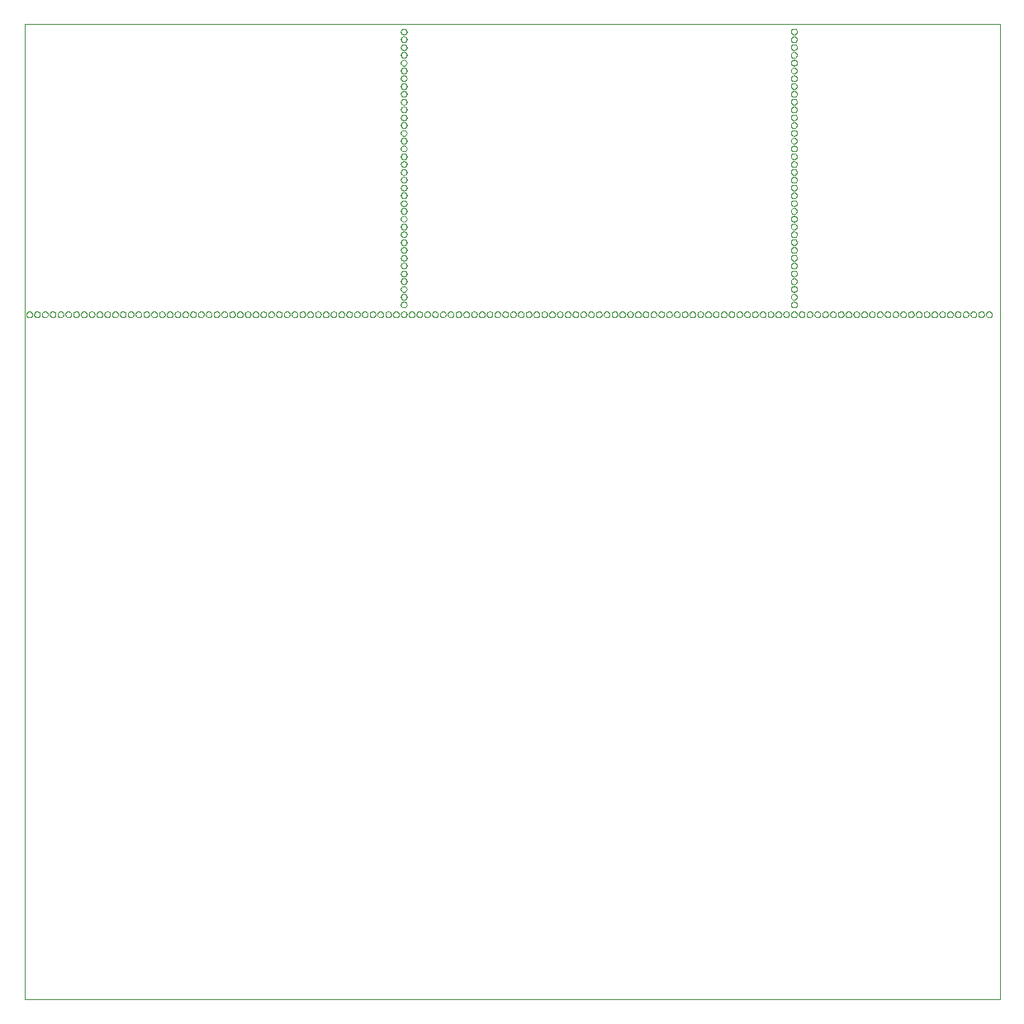
<source format=gm1>
G75*
%MOIN*%
%OFA0B0*%
%FSLAX25Y25*%
%IPPOS*%
%LPD*%
%AMOC8*
5,1,8,0,0,1.08239X$1,22.5*
%
%ADD10C,0.00000*%
D10*
X0039788Y0045694D02*
X0039788Y0439394D01*
X0433489Y0439394D01*
X0433489Y0045694D01*
X0039788Y0045694D01*
X0040576Y0322269D02*
X0040578Y0322338D01*
X0040584Y0322406D01*
X0040594Y0322474D01*
X0040608Y0322541D01*
X0040626Y0322608D01*
X0040647Y0322673D01*
X0040673Y0322737D01*
X0040702Y0322799D01*
X0040734Y0322859D01*
X0040770Y0322918D01*
X0040810Y0322974D01*
X0040852Y0323028D01*
X0040898Y0323079D01*
X0040947Y0323128D01*
X0040998Y0323174D01*
X0041052Y0323216D01*
X0041108Y0323256D01*
X0041166Y0323292D01*
X0041227Y0323324D01*
X0041289Y0323353D01*
X0041353Y0323379D01*
X0041418Y0323400D01*
X0041485Y0323418D01*
X0041552Y0323432D01*
X0041620Y0323442D01*
X0041688Y0323448D01*
X0041757Y0323450D01*
X0041826Y0323448D01*
X0041894Y0323442D01*
X0041962Y0323432D01*
X0042029Y0323418D01*
X0042096Y0323400D01*
X0042161Y0323379D01*
X0042225Y0323353D01*
X0042287Y0323324D01*
X0042347Y0323292D01*
X0042406Y0323256D01*
X0042462Y0323216D01*
X0042516Y0323174D01*
X0042567Y0323128D01*
X0042616Y0323079D01*
X0042662Y0323028D01*
X0042704Y0322974D01*
X0042744Y0322918D01*
X0042780Y0322859D01*
X0042812Y0322799D01*
X0042841Y0322737D01*
X0042867Y0322673D01*
X0042888Y0322608D01*
X0042906Y0322541D01*
X0042920Y0322474D01*
X0042930Y0322406D01*
X0042936Y0322338D01*
X0042938Y0322269D01*
X0042936Y0322200D01*
X0042930Y0322132D01*
X0042920Y0322064D01*
X0042906Y0321997D01*
X0042888Y0321930D01*
X0042867Y0321865D01*
X0042841Y0321801D01*
X0042812Y0321739D01*
X0042780Y0321678D01*
X0042744Y0321620D01*
X0042704Y0321564D01*
X0042662Y0321510D01*
X0042616Y0321459D01*
X0042567Y0321410D01*
X0042516Y0321364D01*
X0042462Y0321322D01*
X0042406Y0321282D01*
X0042348Y0321246D01*
X0042287Y0321214D01*
X0042225Y0321185D01*
X0042161Y0321159D01*
X0042096Y0321138D01*
X0042029Y0321120D01*
X0041962Y0321106D01*
X0041894Y0321096D01*
X0041826Y0321090D01*
X0041757Y0321088D01*
X0041688Y0321090D01*
X0041620Y0321096D01*
X0041552Y0321106D01*
X0041485Y0321120D01*
X0041418Y0321138D01*
X0041353Y0321159D01*
X0041289Y0321185D01*
X0041227Y0321214D01*
X0041166Y0321246D01*
X0041108Y0321282D01*
X0041052Y0321322D01*
X0040998Y0321364D01*
X0040947Y0321410D01*
X0040898Y0321459D01*
X0040852Y0321510D01*
X0040810Y0321564D01*
X0040770Y0321620D01*
X0040734Y0321678D01*
X0040702Y0321739D01*
X0040673Y0321801D01*
X0040647Y0321865D01*
X0040626Y0321930D01*
X0040608Y0321997D01*
X0040594Y0322064D01*
X0040584Y0322132D01*
X0040578Y0322200D01*
X0040576Y0322269D01*
X0043725Y0322269D02*
X0043727Y0322338D01*
X0043733Y0322406D01*
X0043743Y0322474D01*
X0043757Y0322541D01*
X0043775Y0322608D01*
X0043796Y0322673D01*
X0043822Y0322737D01*
X0043851Y0322799D01*
X0043883Y0322859D01*
X0043919Y0322918D01*
X0043959Y0322974D01*
X0044001Y0323028D01*
X0044047Y0323079D01*
X0044096Y0323128D01*
X0044147Y0323174D01*
X0044201Y0323216D01*
X0044257Y0323256D01*
X0044315Y0323292D01*
X0044376Y0323324D01*
X0044438Y0323353D01*
X0044502Y0323379D01*
X0044567Y0323400D01*
X0044634Y0323418D01*
X0044701Y0323432D01*
X0044769Y0323442D01*
X0044837Y0323448D01*
X0044906Y0323450D01*
X0044975Y0323448D01*
X0045043Y0323442D01*
X0045111Y0323432D01*
X0045178Y0323418D01*
X0045245Y0323400D01*
X0045310Y0323379D01*
X0045374Y0323353D01*
X0045436Y0323324D01*
X0045496Y0323292D01*
X0045555Y0323256D01*
X0045611Y0323216D01*
X0045665Y0323174D01*
X0045716Y0323128D01*
X0045765Y0323079D01*
X0045811Y0323028D01*
X0045853Y0322974D01*
X0045893Y0322918D01*
X0045929Y0322859D01*
X0045961Y0322799D01*
X0045990Y0322737D01*
X0046016Y0322673D01*
X0046037Y0322608D01*
X0046055Y0322541D01*
X0046069Y0322474D01*
X0046079Y0322406D01*
X0046085Y0322338D01*
X0046087Y0322269D01*
X0046085Y0322200D01*
X0046079Y0322132D01*
X0046069Y0322064D01*
X0046055Y0321997D01*
X0046037Y0321930D01*
X0046016Y0321865D01*
X0045990Y0321801D01*
X0045961Y0321739D01*
X0045929Y0321678D01*
X0045893Y0321620D01*
X0045853Y0321564D01*
X0045811Y0321510D01*
X0045765Y0321459D01*
X0045716Y0321410D01*
X0045665Y0321364D01*
X0045611Y0321322D01*
X0045555Y0321282D01*
X0045497Y0321246D01*
X0045436Y0321214D01*
X0045374Y0321185D01*
X0045310Y0321159D01*
X0045245Y0321138D01*
X0045178Y0321120D01*
X0045111Y0321106D01*
X0045043Y0321096D01*
X0044975Y0321090D01*
X0044906Y0321088D01*
X0044837Y0321090D01*
X0044769Y0321096D01*
X0044701Y0321106D01*
X0044634Y0321120D01*
X0044567Y0321138D01*
X0044502Y0321159D01*
X0044438Y0321185D01*
X0044376Y0321214D01*
X0044315Y0321246D01*
X0044257Y0321282D01*
X0044201Y0321322D01*
X0044147Y0321364D01*
X0044096Y0321410D01*
X0044047Y0321459D01*
X0044001Y0321510D01*
X0043959Y0321564D01*
X0043919Y0321620D01*
X0043883Y0321678D01*
X0043851Y0321739D01*
X0043822Y0321801D01*
X0043796Y0321865D01*
X0043775Y0321930D01*
X0043757Y0321997D01*
X0043743Y0322064D01*
X0043733Y0322132D01*
X0043727Y0322200D01*
X0043725Y0322269D01*
X0046875Y0322269D02*
X0046877Y0322338D01*
X0046883Y0322406D01*
X0046893Y0322474D01*
X0046907Y0322541D01*
X0046925Y0322608D01*
X0046946Y0322673D01*
X0046972Y0322737D01*
X0047001Y0322799D01*
X0047033Y0322859D01*
X0047069Y0322918D01*
X0047109Y0322974D01*
X0047151Y0323028D01*
X0047197Y0323079D01*
X0047246Y0323128D01*
X0047297Y0323174D01*
X0047351Y0323216D01*
X0047407Y0323256D01*
X0047465Y0323292D01*
X0047526Y0323324D01*
X0047588Y0323353D01*
X0047652Y0323379D01*
X0047717Y0323400D01*
X0047784Y0323418D01*
X0047851Y0323432D01*
X0047919Y0323442D01*
X0047987Y0323448D01*
X0048056Y0323450D01*
X0048125Y0323448D01*
X0048193Y0323442D01*
X0048261Y0323432D01*
X0048328Y0323418D01*
X0048395Y0323400D01*
X0048460Y0323379D01*
X0048524Y0323353D01*
X0048586Y0323324D01*
X0048646Y0323292D01*
X0048705Y0323256D01*
X0048761Y0323216D01*
X0048815Y0323174D01*
X0048866Y0323128D01*
X0048915Y0323079D01*
X0048961Y0323028D01*
X0049003Y0322974D01*
X0049043Y0322918D01*
X0049079Y0322859D01*
X0049111Y0322799D01*
X0049140Y0322737D01*
X0049166Y0322673D01*
X0049187Y0322608D01*
X0049205Y0322541D01*
X0049219Y0322474D01*
X0049229Y0322406D01*
X0049235Y0322338D01*
X0049237Y0322269D01*
X0049235Y0322200D01*
X0049229Y0322132D01*
X0049219Y0322064D01*
X0049205Y0321997D01*
X0049187Y0321930D01*
X0049166Y0321865D01*
X0049140Y0321801D01*
X0049111Y0321739D01*
X0049079Y0321678D01*
X0049043Y0321620D01*
X0049003Y0321564D01*
X0048961Y0321510D01*
X0048915Y0321459D01*
X0048866Y0321410D01*
X0048815Y0321364D01*
X0048761Y0321322D01*
X0048705Y0321282D01*
X0048647Y0321246D01*
X0048586Y0321214D01*
X0048524Y0321185D01*
X0048460Y0321159D01*
X0048395Y0321138D01*
X0048328Y0321120D01*
X0048261Y0321106D01*
X0048193Y0321096D01*
X0048125Y0321090D01*
X0048056Y0321088D01*
X0047987Y0321090D01*
X0047919Y0321096D01*
X0047851Y0321106D01*
X0047784Y0321120D01*
X0047717Y0321138D01*
X0047652Y0321159D01*
X0047588Y0321185D01*
X0047526Y0321214D01*
X0047465Y0321246D01*
X0047407Y0321282D01*
X0047351Y0321322D01*
X0047297Y0321364D01*
X0047246Y0321410D01*
X0047197Y0321459D01*
X0047151Y0321510D01*
X0047109Y0321564D01*
X0047069Y0321620D01*
X0047033Y0321678D01*
X0047001Y0321739D01*
X0046972Y0321801D01*
X0046946Y0321865D01*
X0046925Y0321930D01*
X0046907Y0321997D01*
X0046893Y0322064D01*
X0046883Y0322132D01*
X0046877Y0322200D01*
X0046875Y0322269D01*
X0050025Y0322269D02*
X0050027Y0322338D01*
X0050033Y0322406D01*
X0050043Y0322474D01*
X0050057Y0322541D01*
X0050075Y0322608D01*
X0050096Y0322673D01*
X0050122Y0322737D01*
X0050151Y0322799D01*
X0050183Y0322859D01*
X0050219Y0322918D01*
X0050259Y0322974D01*
X0050301Y0323028D01*
X0050347Y0323079D01*
X0050396Y0323128D01*
X0050447Y0323174D01*
X0050501Y0323216D01*
X0050557Y0323256D01*
X0050615Y0323292D01*
X0050676Y0323324D01*
X0050738Y0323353D01*
X0050802Y0323379D01*
X0050867Y0323400D01*
X0050934Y0323418D01*
X0051001Y0323432D01*
X0051069Y0323442D01*
X0051137Y0323448D01*
X0051206Y0323450D01*
X0051275Y0323448D01*
X0051343Y0323442D01*
X0051411Y0323432D01*
X0051478Y0323418D01*
X0051545Y0323400D01*
X0051610Y0323379D01*
X0051674Y0323353D01*
X0051736Y0323324D01*
X0051796Y0323292D01*
X0051855Y0323256D01*
X0051911Y0323216D01*
X0051965Y0323174D01*
X0052016Y0323128D01*
X0052065Y0323079D01*
X0052111Y0323028D01*
X0052153Y0322974D01*
X0052193Y0322918D01*
X0052229Y0322859D01*
X0052261Y0322799D01*
X0052290Y0322737D01*
X0052316Y0322673D01*
X0052337Y0322608D01*
X0052355Y0322541D01*
X0052369Y0322474D01*
X0052379Y0322406D01*
X0052385Y0322338D01*
X0052387Y0322269D01*
X0052385Y0322200D01*
X0052379Y0322132D01*
X0052369Y0322064D01*
X0052355Y0321997D01*
X0052337Y0321930D01*
X0052316Y0321865D01*
X0052290Y0321801D01*
X0052261Y0321739D01*
X0052229Y0321678D01*
X0052193Y0321620D01*
X0052153Y0321564D01*
X0052111Y0321510D01*
X0052065Y0321459D01*
X0052016Y0321410D01*
X0051965Y0321364D01*
X0051911Y0321322D01*
X0051855Y0321282D01*
X0051797Y0321246D01*
X0051736Y0321214D01*
X0051674Y0321185D01*
X0051610Y0321159D01*
X0051545Y0321138D01*
X0051478Y0321120D01*
X0051411Y0321106D01*
X0051343Y0321096D01*
X0051275Y0321090D01*
X0051206Y0321088D01*
X0051137Y0321090D01*
X0051069Y0321096D01*
X0051001Y0321106D01*
X0050934Y0321120D01*
X0050867Y0321138D01*
X0050802Y0321159D01*
X0050738Y0321185D01*
X0050676Y0321214D01*
X0050615Y0321246D01*
X0050557Y0321282D01*
X0050501Y0321322D01*
X0050447Y0321364D01*
X0050396Y0321410D01*
X0050347Y0321459D01*
X0050301Y0321510D01*
X0050259Y0321564D01*
X0050219Y0321620D01*
X0050183Y0321678D01*
X0050151Y0321739D01*
X0050122Y0321801D01*
X0050096Y0321865D01*
X0050075Y0321930D01*
X0050057Y0321997D01*
X0050043Y0322064D01*
X0050033Y0322132D01*
X0050027Y0322200D01*
X0050025Y0322269D01*
X0053174Y0322269D02*
X0053176Y0322338D01*
X0053182Y0322406D01*
X0053192Y0322474D01*
X0053206Y0322541D01*
X0053224Y0322608D01*
X0053245Y0322673D01*
X0053271Y0322737D01*
X0053300Y0322799D01*
X0053332Y0322859D01*
X0053368Y0322918D01*
X0053408Y0322974D01*
X0053450Y0323028D01*
X0053496Y0323079D01*
X0053545Y0323128D01*
X0053596Y0323174D01*
X0053650Y0323216D01*
X0053706Y0323256D01*
X0053764Y0323292D01*
X0053825Y0323324D01*
X0053887Y0323353D01*
X0053951Y0323379D01*
X0054016Y0323400D01*
X0054083Y0323418D01*
X0054150Y0323432D01*
X0054218Y0323442D01*
X0054286Y0323448D01*
X0054355Y0323450D01*
X0054424Y0323448D01*
X0054492Y0323442D01*
X0054560Y0323432D01*
X0054627Y0323418D01*
X0054694Y0323400D01*
X0054759Y0323379D01*
X0054823Y0323353D01*
X0054885Y0323324D01*
X0054945Y0323292D01*
X0055004Y0323256D01*
X0055060Y0323216D01*
X0055114Y0323174D01*
X0055165Y0323128D01*
X0055214Y0323079D01*
X0055260Y0323028D01*
X0055302Y0322974D01*
X0055342Y0322918D01*
X0055378Y0322859D01*
X0055410Y0322799D01*
X0055439Y0322737D01*
X0055465Y0322673D01*
X0055486Y0322608D01*
X0055504Y0322541D01*
X0055518Y0322474D01*
X0055528Y0322406D01*
X0055534Y0322338D01*
X0055536Y0322269D01*
X0055534Y0322200D01*
X0055528Y0322132D01*
X0055518Y0322064D01*
X0055504Y0321997D01*
X0055486Y0321930D01*
X0055465Y0321865D01*
X0055439Y0321801D01*
X0055410Y0321739D01*
X0055378Y0321678D01*
X0055342Y0321620D01*
X0055302Y0321564D01*
X0055260Y0321510D01*
X0055214Y0321459D01*
X0055165Y0321410D01*
X0055114Y0321364D01*
X0055060Y0321322D01*
X0055004Y0321282D01*
X0054946Y0321246D01*
X0054885Y0321214D01*
X0054823Y0321185D01*
X0054759Y0321159D01*
X0054694Y0321138D01*
X0054627Y0321120D01*
X0054560Y0321106D01*
X0054492Y0321096D01*
X0054424Y0321090D01*
X0054355Y0321088D01*
X0054286Y0321090D01*
X0054218Y0321096D01*
X0054150Y0321106D01*
X0054083Y0321120D01*
X0054016Y0321138D01*
X0053951Y0321159D01*
X0053887Y0321185D01*
X0053825Y0321214D01*
X0053764Y0321246D01*
X0053706Y0321282D01*
X0053650Y0321322D01*
X0053596Y0321364D01*
X0053545Y0321410D01*
X0053496Y0321459D01*
X0053450Y0321510D01*
X0053408Y0321564D01*
X0053368Y0321620D01*
X0053332Y0321678D01*
X0053300Y0321739D01*
X0053271Y0321801D01*
X0053245Y0321865D01*
X0053224Y0321930D01*
X0053206Y0321997D01*
X0053192Y0322064D01*
X0053182Y0322132D01*
X0053176Y0322200D01*
X0053174Y0322269D01*
X0056324Y0322269D02*
X0056326Y0322338D01*
X0056332Y0322406D01*
X0056342Y0322474D01*
X0056356Y0322541D01*
X0056374Y0322608D01*
X0056395Y0322673D01*
X0056421Y0322737D01*
X0056450Y0322799D01*
X0056482Y0322859D01*
X0056518Y0322918D01*
X0056558Y0322974D01*
X0056600Y0323028D01*
X0056646Y0323079D01*
X0056695Y0323128D01*
X0056746Y0323174D01*
X0056800Y0323216D01*
X0056856Y0323256D01*
X0056914Y0323292D01*
X0056975Y0323324D01*
X0057037Y0323353D01*
X0057101Y0323379D01*
X0057166Y0323400D01*
X0057233Y0323418D01*
X0057300Y0323432D01*
X0057368Y0323442D01*
X0057436Y0323448D01*
X0057505Y0323450D01*
X0057574Y0323448D01*
X0057642Y0323442D01*
X0057710Y0323432D01*
X0057777Y0323418D01*
X0057844Y0323400D01*
X0057909Y0323379D01*
X0057973Y0323353D01*
X0058035Y0323324D01*
X0058095Y0323292D01*
X0058154Y0323256D01*
X0058210Y0323216D01*
X0058264Y0323174D01*
X0058315Y0323128D01*
X0058364Y0323079D01*
X0058410Y0323028D01*
X0058452Y0322974D01*
X0058492Y0322918D01*
X0058528Y0322859D01*
X0058560Y0322799D01*
X0058589Y0322737D01*
X0058615Y0322673D01*
X0058636Y0322608D01*
X0058654Y0322541D01*
X0058668Y0322474D01*
X0058678Y0322406D01*
X0058684Y0322338D01*
X0058686Y0322269D01*
X0058684Y0322200D01*
X0058678Y0322132D01*
X0058668Y0322064D01*
X0058654Y0321997D01*
X0058636Y0321930D01*
X0058615Y0321865D01*
X0058589Y0321801D01*
X0058560Y0321739D01*
X0058528Y0321678D01*
X0058492Y0321620D01*
X0058452Y0321564D01*
X0058410Y0321510D01*
X0058364Y0321459D01*
X0058315Y0321410D01*
X0058264Y0321364D01*
X0058210Y0321322D01*
X0058154Y0321282D01*
X0058096Y0321246D01*
X0058035Y0321214D01*
X0057973Y0321185D01*
X0057909Y0321159D01*
X0057844Y0321138D01*
X0057777Y0321120D01*
X0057710Y0321106D01*
X0057642Y0321096D01*
X0057574Y0321090D01*
X0057505Y0321088D01*
X0057436Y0321090D01*
X0057368Y0321096D01*
X0057300Y0321106D01*
X0057233Y0321120D01*
X0057166Y0321138D01*
X0057101Y0321159D01*
X0057037Y0321185D01*
X0056975Y0321214D01*
X0056914Y0321246D01*
X0056856Y0321282D01*
X0056800Y0321322D01*
X0056746Y0321364D01*
X0056695Y0321410D01*
X0056646Y0321459D01*
X0056600Y0321510D01*
X0056558Y0321564D01*
X0056518Y0321620D01*
X0056482Y0321678D01*
X0056450Y0321739D01*
X0056421Y0321801D01*
X0056395Y0321865D01*
X0056374Y0321930D01*
X0056356Y0321997D01*
X0056342Y0322064D01*
X0056332Y0322132D01*
X0056326Y0322200D01*
X0056324Y0322269D01*
X0059473Y0322269D02*
X0059475Y0322338D01*
X0059481Y0322406D01*
X0059491Y0322474D01*
X0059505Y0322541D01*
X0059523Y0322608D01*
X0059544Y0322673D01*
X0059570Y0322737D01*
X0059599Y0322799D01*
X0059631Y0322859D01*
X0059667Y0322918D01*
X0059707Y0322974D01*
X0059749Y0323028D01*
X0059795Y0323079D01*
X0059844Y0323128D01*
X0059895Y0323174D01*
X0059949Y0323216D01*
X0060005Y0323256D01*
X0060063Y0323292D01*
X0060124Y0323324D01*
X0060186Y0323353D01*
X0060250Y0323379D01*
X0060315Y0323400D01*
X0060382Y0323418D01*
X0060449Y0323432D01*
X0060517Y0323442D01*
X0060585Y0323448D01*
X0060654Y0323450D01*
X0060723Y0323448D01*
X0060791Y0323442D01*
X0060859Y0323432D01*
X0060926Y0323418D01*
X0060993Y0323400D01*
X0061058Y0323379D01*
X0061122Y0323353D01*
X0061184Y0323324D01*
X0061244Y0323292D01*
X0061303Y0323256D01*
X0061359Y0323216D01*
X0061413Y0323174D01*
X0061464Y0323128D01*
X0061513Y0323079D01*
X0061559Y0323028D01*
X0061601Y0322974D01*
X0061641Y0322918D01*
X0061677Y0322859D01*
X0061709Y0322799D01*
X0061738Y0322737D01*
X0061764Y0322673D01*
X0061785Y0322608D01*
X0061803Y0322541D01*
X0061817Y0322474D01*
X0061827Y0322406D01*
X0061833Y0322338D01*
X0061835Y0322269D01*
X0061833Y0322200D01*
X0061827Y0322132D01*
X0061817Y0322064D01*
X0061803Y0321997D01*
X0061785Y0321930D01*
X0061764Y0321865D01*
X0061738Y0321801D01*
X0061709Y0321739D01*
X0061677Y0321678D01*
X0061641Y0321620D01*
X0061601Y0321564D01*
X0061559Y0321510D01*
X0061513Y0321459D01*
X0061464Y0321410D01*
X0061413Y0321364D01*
X0061359Y0321322D01*
X0061303Y0321282D01*
X0061245Y0321246D01*
X0061184Y0321214D01*
X0061122Y0321185D01*
X0061058Y0321159D01*
X0060993Y0321138D01*
X0060926Y0321120D01*
X0060859Y0321106D01*
X0060791Y0321096D01*
X0060723Y0321090D01*
X0060654Y0321088D01*
X0060585Y0321090D01*
X0060517Y0321096D01*
X0060449Y0321106D01*
X0060382Y0321120D01*
X0060315Y0321138D01*
X0060250Y0321159D01*
X0060186Y0321185D01*
X0060124Y0321214D01*
X0060063Y0321246D01*
X0060005Y0321282D01*
X0059949Y0321322D01*
X0059895Y0321364D01*
X0059844Y0321410D01*
X0059795Y0321459D01*
X0059749Y0321510D01*
X0059707Y0321564D01*
X0059667Y0321620D01*
X0059631Y0321678D01*
X0059599Y0321739D01*
X0059570Y0321801D01*
X0059544Y0321865D01*
X0059523Y0321930D01*
X0059505Y0321997D01*
X0059491Y0322064D01*
X0059481Y0322132D01*
X0059475Y0322200D01*
X0059473Y0322269D01*
X0062623Y0322269D02*
X0062625Y0322338D01*
X0062631Y0322406D01*
X0062641Y0322474D01*
X0062655Y0322541D01*
X0062673Y0322608D01*
X0062694Y0322673D01*
X0062720Y0322737D01*
X0062749Y0322799D01*
X0062781Y0322859D01*
X0062817Y0322918D01*
X0062857Y0322974D01*
X0062899Y0323028D01*
X0062945Y0323079D01*
X0062994Y0323128D01*
X0063045Y0323174D01*
X0063099Y0323216D01*
X0063155Y0323256D01*
X0063213Y0323292D01*
X0063274Y0323324D01*
X0063336Y0323353D01*
X0063400Y0323379D01*
X0063465Y0323400D01*
X0063532Y0323418D01*
X0063599Y0323432D01*
X0063667Y0323442D01*
X0063735Y0323448D01*
X0063804Y0323450D01*
X0063873Y0323448D01*
X0063941Y0323442D01*
X0064009Y0323432D01*
X0064076Y0323418D01*
X0064143Y0323400D01*
X0064208Y0323379D01*
X0064272Y0323353D01*
X0064334Y0323324D01*
X0064394Y0323292D01*
X0064453Y0323256D01*
X0064509Y0323216D01*
X0064563Y0323174D01*
X0064614Y0323128D01*
X0064663Y0323079D01*
X0064709Y0323028D01*
X0064751Y0322974D01*
X0064791Y0322918D01*
X0064827Y0322859D01*
X0064859Y0322799D01*
X0064888Y0322737D01*
X0064914Y0322673D01*
X0064935Y0322608D01*
X0064953Y0322541D01*
X0064967Y0322474D01*
X0064977Y0322406D01*
X0064983Y0322338D01*
X0064985Y0322269D01*
X0064983Y0322200D01*
X0064977Y0322132D01*
X0064967Y0322064D01*
X0064953Y0321997D01*
X0064935Y0321930D01*
X0064914Y0321865D01*
X0064888Y0321801D01*
X0064859Y0321739D01*
X0064827Y0321678D01*
X0064791Y0321620D01*
X0064751Y0321564D01*
X0064709Y0321510D01*
X0064663Y0321459D01*
X0064614Y0321410D01*
X0064563Y0321364D01*
X0064509Y0321322D01*
X0064453Y0321282D01*
X0064395Y0321246D01*
X0064334Y0321214D01*
X0064272Y0321185D01*
X0064208Y0321159D01*
X0064143Y0321138D01*
X0064076Y0321120D01*
X0064009Y0321106D01*
X0063941Y0321096D01*
X0063873Y0321090D01*
X0063804Y0321088D01*
X0063735Y0321090D01*
X0063667Y0321096D01*
X0063599Y0321106D01*
X0063532Y0321120D01*
X0063465Y0321138D01*
X0063400Y0321159D01*
X0063336Y0321185D01*
X0063274Y0321214D01*
X0063213Y0321246D01*
X0063155Y0321282D01*
X0063099Y0321322D01*
X0063045Y0321364D01*
X0062994Y0321410D01*
X0062945Y0321459D01*
X0062899Y0321510D01*
X0062857Y0321564D01*
X0062817Y0321620D01*
X0062781Y0321678D01*
X0062749Y0321739D01*
X0062720Y0321801D01*
X0062694Y0321865D01*
X0062673Y0321930D01*
X0062655Y0321997D01*
X0062641Y0322064D01*
X0062631Y0322132D01*
X0062625Y0322200D01*
X0062623Y0322269D01*
X0065773Y0322269D02*
X0065775Y0322338D01*
X0065781Y0322406D01*
X0065791Y0322474D01*
X0065805Y0322541D01*
X0065823Y0322608D01*
X0065844Y0322673D01*
X0065870Y0322737D01*
X0065899Y0322799D01*
X0065931Y0322859D01*
X0065967Y0322918D01*
X0066007Y0322974D01*
X0066049Y0323028D01*
X0066095Y0323079D01*
X0066144Y0323128D01*
X0066195Y0323174D01*
X0066249Y0323216D01*
X0066305Y0323256D01*
X0066363Y0323292D01*
X0066424Y0323324D01*
X0066486Y0323353D01*
X0066550Y0323379D01*
X0066615Y0323400D01*
X0066682Y0323418D01*
X0066749Y0323432D01*
X0066817Y0323442D01*
X0066885Y0323448D01*
X0066954Y0323450D01*
X0067023Y0323448D01*
X0067091Y0323442D01*
X0067159Y0323432D01*
X0067226Y0323418D01*
X0067293Y0323400D01*
X0067358Y0323379D01*
X0067422Y0323353D01*
X0067484Y0323324D01*
X0067544Y0323292D01*
X0067603Y0323256D01*
X0067659Y0323216D01*
X0067713Y0323174D01*
X0067764Y0323128D01*
X0067813Y0323079D01*
X0067859Y0323028D01*
X0067901Y0322974D01*
X0067941Y0322918D01*
X0067977Y0322859D01*
X0068009Y0322799D01*
X0068038Y0322737D01*
X0068064Y0322673D01*
X0068085Y0322608D01*
X0068103Y0322541D01*
X0068117Y0322474D01*
X0068127Y0322406D01*
X0068133Y0322338D01*
X0068135Y0322269D01*
X0068133Y0322200D01*
X0068127Y0322132D01*
X0068117Y0322064D01*
X0068103Y0321997D01*
X0068085Y0321930D01*
X0068064Y0321865D01*
X0068038Y0321801D01*
X0068009Y0321739D01*
X0067977Y0321678D01*
X0067941Y0321620D01*
X0067901Y0321564D01*
X0067859Y0321510D01*
X0067813Y0321459D01*
X0067764Y0321410D01*
X0067713Y0321364D01*
X0067659Y0321322D01*
X0067603Y0321282D01*
X0067545Y0321246D01*
X0067484Y0321214D01*
X0067422Y0321185D01*
X0067358Y0321159D01*
X0067293Y0321138D01*
X0067226Y0321120D01*
X0067159Y0321106D01*
X0067091Y0321096D01*
X0067023Y0321090D01*
X0066954Y0321088D01*
X0066885Y0321090D01*
X0066817Y0321096D01*
X0066749Y0321106D01*
X0066682Y0321120D01*
X0066615Y0321138D01*
X0066550Y0321159D01*
X0066486Y0321185D01*
X0066424Y0321214D01*
X0066363Y0321246D01*
X0066305Y0321282D01*
X0066249Y0321322D01*
X0066195Y0321364D01*
X0066144Y0321410D01*
X0066095Y0321459D01*
X0066049Y0321510D01*
X0066007Y0321564D01*
X0065967Y0321620D01*
X0065931Y0321678D01*
X0065899Y0321739D01*
X0065870Y0321801D01*
X0065844Y0321865D01*
X0065823Y0321930D01*
X0065805Y0321997D01*
X0065791Y0322064D01*
X0065781Y0322132D01*
X0065775Y0322200D01*
X0065773Y0322269D01*
X0068922Y0322269D02*
X0068924Y0322338D01*
X0068930Y0322406D01*
X0068940Y0322474D01*
X0068954Y0322541D01*
X0068972Y0322608D01*
X0068993Y0322673D01*
X0069019Y0322737D01*
X0069048Y0322799D01*
X0069080Y0322859D01*
X0069116Y0322918D01*
X0069156Y0322974D01*
X0069198Y0323028D01*
X0069244Y0323079D01*
X0069293Y0323128D01*
X0069344Y0323174D01*
X0069398Y0323216D01*
X0069454Y0323256D01*
X0069512Y0323292D01*
X0069573Y0323324D01*
X0069635Y0323353D01*
X0069699Y0323379D01*
X0069764Y0323400D01*
X0069831Y0323418D01*
X0069898Y0323432D01*
X0069966Y0323442D01*
X0070034Y0323448D01*
X0070103Y0323450D01*
X0070172Y0323448D01*
X0070240Y0323442D01*
X0070308Y0323432D01*
X0070375Y0323418D01*
X0070442Y0323400D01*
X0070507Y0323379D01*
X0070571Y0323353D01*
X0070633Y0323324D01*
X0070693Y0323292D01*
X0070752Y0323256D01*
X0070808Y0323216D01*
X0070862Y0323174D01*
X0070913Y0323128D01*
X0070962Y0323079D01*
X0071008Y0323028D01*
X0071050Y0322974D01*
X0071090Y0322918D01*
X0071126Y0322859D01*
X0071158Y0322799D01*
X0071187Y0322737D01*
X0071213Y0322673D01*
X0071234Y0322608D01*
X0071252Y0322541D01*
X0071266Y0322474D01*
X0071276Y0322406D01*
X0071282Y0322338D01*
X0071284Y0322269D01*
X0071282Y0322200D01*
X0071276Y0322132D01*
X0071266Y0322064D01*
X0071252Y0321997D01*
X0071234Y0321930D01*
X0071213Y0321865D01*
X0071187Y0321801D01*
X0071158Y0321739D01*
X0071126Y0321678D01*
X0071090Y0321620D01*
X0071050Y0321564D01*
X0071008Y0321510D01*
X0070962Y0321459D01*
X0070913Y0321410D01*
X0070862Y0321364D01*
X0070808Y0321322D01*
X0070752Y0321282D01*
X0070694Y0321246D01*
X0070633Y0321214D01*
X0070571Y0321185D01*
X0070507Y0321159D01*
X0070442Y0321138D01*
X0070375Y0321120D01*
X0070308Y0321106D01*
X0070240Y0321096D01*
X0070172Y0321090D01*
X0070103Y0321088D01*
X0070034Y0321090D01*
X0069966Y0321096D01*
X0069898Y0321106D01*
X0069831Y0321120D01*
X0069764Y0321138D01*
X0069699Y0321159D01*
X0069635Y0321185D01*
X0069573Y0321214D01*
X0069512Y0321246D01*
X0069454Y0321282D01*
X0069398Y0321322D01*
X0069344Y0321364D01*
X0069293Y0321410D01*
X0069244Y0321459D01*
X0069198Y0321510D01*
X0069156Y0321564D01*
X0069116Y0321620D01*
X0069080Y0321678D01*
X0069048Y0321739D01*
X0069019Y0321801D01*
X0068993Y0321865D01*
X0068972Y0321930D01*
X0068954Y0321997D01*
X0068940Y0322064D01*
X0068930Y0322132D01*
X0068924Y0322200D01*
X0068922Y0322269D01*
X0072072Y0322269D02*
X0072074Y0322338D01*
X0072080Y0322406D01*
X0072090Y0322474D01*
X0072104Y0322541D01*
X0072122Y0322608D01*
X0072143Y0322673D01*
X0072169Y0322737D01*
X0072198Y0322799D01*
X0072230Y0322859D01*
X0072266Y0322918D01*
X0072306Y0322974D01*
X0072348Y0323028D01*
X0072394Y0323079D01*
X0072443Y0323128D01*
X0072494Y0323174D01*
X0072548Y0323216D01*
X0072604Y0323256D01*
X0072662Y0323292D01*
X0072723Y0323324D01*
X0072785Y0323353D01*
X0072849Y0323379D01*
X0072914Y0323400D01*
X0072981Y0323418D01*
X0073048Y0323432D01*
X0073116Y0323442D01*
X0073184Y0323448D01*
X0073253Y0323450D01*
X0073322Y0323448D01*
X0073390Y0323442D01*
X0073458Y0323432D01*
X0073525Y0323418D01*
X0073592Y0323400D01*
X0073657Y0323379D01*
X0073721Y0323353D01*
X0073783Y0323324D01*
X0073843Y0323292D01*
X0073902Y0323256D01*
X0073958Y0323216D01*
X0074012Y0323174D01*
X0074063Y0323128D01*
X0074112Y0323079D01*
X0074158Y0323028D01*
X0074200Y0322974D01*
X0074240Y0322918D01*
X0074276Y0322859D01*
X0074308Y0322799D01*
X0074337Y0322737D01*
X0074363Y0322673D01*
X0074384Y0322608D01*
X0074402Y0322541D01*
X0074416Y0322474D01*
X0074426Y0322406D01*
X0074432Y0322338D01*
X0074434Y0322269D01*
X0074432Y0322200D01*
X0074426Y0322132D01*
X0074416Y0322064D01*
X0074402Y0321997D01*
X0074384Y0321930D01*
X0074363Y0321865D01*
X0074337Y0321801D01*
X0074308Y0321739D01*
X0074276Y0321678D01*
X0074240Y0321620D01*
X0074200Y0321564D01*
X0074158Y0321510D01*
X0074112Y0321459D01*
X0074063Y0321410D01*
X0074012Y0321364D01*
X0073958Y0321322D01*
X0073902Y0321282D01*
X0073844Y0321246D01*
X0073783Y0321214D01*
X0073721Y0321185D01*
X0073657Y0321159D01*
X0073592Y0321138D01*
X0073525Y0321120D01*
X0073458Y0321106D01*
X0073390Y0321096D01*
X0073322Y0321090D01*
X0073253Y0321088D01*
X0073184Y0321090D01*
X0073116Y0321096D01*
X0073048Y0321106D01*
X0072981Y0321120D01*
X0072914Y0321138D01*
X0072849Y0321159D01*
X0072785Y0321185D01*
X0072723Y0321214D01*
X0072662Y0321246D01*
X0072604Y0321282D01*
X0072548Y0321322D01*
X0072494Y0321364D01*
X0072443Y0321410D01*
X0072394Y0321459D01*
X0072348Y0321510D01*
X0072306Y0321564D01*
X0072266Y0321620D01*
X0072230Y0321678D01*
X0072198Y0321739D01*
X0072169Y0321801D01*
X0072143Y0321865D01*
X0072122Y0321930D01*
X0072104Y0321997D01*
X0072090Y0322064D01*
X0072080Y0322132D01*
X0072074Y0322200D01*
X0072072Y0322269D01*
X0075221Y0322269D02*
X0075223Y0322338D01*
X0075229Y0322406D01*
X0075239Y0322474D01*
X0075253Y0322541D01*
X0075271Y0322608D01*
X0075292Y0322673D01*
X0075318Y0322737D01*
X0075347Y0322799D01*
X0075379Y0322859D01*
X0075415Y0322918D01*
X0075455Y0322974D01*
X0075497Y0323028D01*
X0075543Y0323079D01*
X0075592Y0323128D01*
X0075643Y0323174D01*
X0075697Y0323216D01*
X0075753Y0323256D01*
X0075811Y0323292D01*
X0075872Y0323324D01*
X0075934Y0323353D01*
X0075998Y0323379D01*
X0076063Y0323400D01*
X0076130Y0323418D01*
X0076197Y0323432D01*
X0076265Y0323442D01*
X0076333Y0323448D01*
X0076402Y0323450D01*
X0076471Y0323448D01*
X0076539Y0323442D01*
X0076607Y0323432D01*
X0076674Y0323418D01*
X0076741Y0323400D01*
X0076806Y0323379D01*
X0076870Y0323353D01*
X0076932Y0323324D01*
X0076992Y0323292D01*
X0077051Y0323256D01*
X0077107Y0323216D01*
X0077161Y0323174D01*
X0077212Y0323128D01*
X0077261Y0323079D01*
X0077307Y0323028D01*
X0077349Y0322974D01*
X0077389Y0322918D01*
X0077425Y0322859D01*
X0077457Y0322799D01*
X0077486Y0322737D01*
X0077512Y0322673D01*
X0077533Y0322608D01*
X0077551Y0322541D01*
X0077565Y0322474D01*
X0077575Y0322406D01*
X0077581Y0322338D01*
X0077583Y0322269D01*
X0077581Y0322200D01*
X0077575Y0322132D01*
X0077565Y0322064D01*
X0077551Y0321997D01*
X0077533Y0321930D01*
X0077512Y0321865D01*
X0077486Y0321801D01*
X0077457Y0321739D01*
X0077425Y0321678D01*
X0077389Y0321620D01*
X0077349Y0321564D01*
X0077307Y0321510D01*
X0077261Y0321459D01*
X0077212Y0321410D01*
X0077161Y0321364D01*
X0077107Y0321322D01*
X0077051Y0321282D01*
X0076993Y0321246D01*
X0076932Y0321214D01*
X0076870Y0321185D01*
X0076806Y0321159D01*
X0076741Y0321138D01*
X0076674Y0321120D01*
X0076607Y0321106D01*
X0076539Y0321096D01*
X0076471Y0321090D01*
X0076402Y0321088D01*
X0076333Y0321090D01*
X0076265Y0321096D01*
X0076197Y0321106D01*
X0076130Y0321120D01*
X0076063Y0321138D01*
X0075998Y0321159D01*
X0075934Y0321185D01*
X0075872Y0321214D01*
X0075811Y0321246D01*
X0075753Y0321282D01*
X0075697Y0321322D01*
X0075643Y0321364D01*
X0075592Y0321410D01*
X0075543Y0321459D01*
X0075497Y0321510D01*
X0075455Y0321564D01*
X0075415Y0321620D01*
X0075379Y0321678D01*
X0075347Y0321739D01*
X0075318Y0321801D01*
X0075292Y0321865D01*
X0075271Y0321930D01*
X0075253Y0321997D01*
X0075239Y0322064D01*
X0075229Y0322132D01*
X0075223Y0322200D01*
X0075221Y0322269D01*
X0078371Y0322269D02*
X0078373Y0322338D01*
X0078379Y0322406D01*
X0078389Y0322474D01*
X0078403Y0322541D01*
X0078421Y0322608D01*
X0078442Y0322673D01*
X0078468Y0322737D01*
X0078497Y0322799D01*
X0078529Y0322859D01*
X0078565Y0322918D01*
X0078605Y0322974D01*
X0078647Y0323028D01*
X0078693Y0323079D01*
X0078742Y0323128D01*
X0078793Y0323174D01*
X0078847Y0323216D01*
X0078903Y0323256D01*
X0078961Y0323292D01*
X0079022Y0323324D01*
X0079084Y0323353D01*
X0079148Y0323379D01*
X0079213Y0323400D01*
X0079280Y0323418D01*
X0079347Y0323432D01*
X0079415Y0323442D01*
X0079483Y0323448D01*
X0079552Y0323450D01*
X0079621Y0323448D01*
X0079689Y0323442D01*
X0079757Y0323432D01*
X0079824Y0323418D01*
X0079891Y0323400D01*
X0079956Y0323379D01*
X0080020Y0323353D01*
X0080082Y0323324D01*
X0080142Y0323292D01*
X0080201Y0323256D01*
X0080257Y0323216D01*
X0080311Y0323174D01*
X0080362Y0323128D01*
X0080411Y0323079D01*
X0080457Y0323028D01*
X0080499Y0322974D01*
X0080539Y0322918D01*
X0080575Y0322859D01*
X0080607Y0322799D01*
X0080636Y0322737D01*
X0080662Y0322673D01*
X0080683Y0322608D01*
X0080701Y0322541D01*
X0080715Y0322474D01*
X0080725Y0322406D01*
X0080731Y0322338D01*
X0080733Y0322269D01*
X0080731Y0322200D01*
X0080725Y0322132D01*
X0080715Y0322064D01*
X0080701Y0321997D01*
X0080683Y0321930D01*
X0080662Y0321865D01*
X0080636Y0321801D01*
X0080607Y0321739D01*
X0080575Y0321678D01*
X0080539Y0321620D01*
X0080499Y0321564D01*
X0080457Y0321510D01*
X0080411Y0321459D01*
X0080362Y0321410D01*
X0080311Y0321364D01*
X0080257Y0321322D01*
X0080201Y0321282D01*
X0080143Y0321246D01*
X0080082Y0321214D01*
X0080020Y0321185D01*
X0079956Y0321159D01*
X0079891Y0321138D01*
X0079824Y0321120D01*
X0079757Y0321106D01*
X0079689Y0321096D01*
X0079621Y0321090D01*
X0079552Y0321088D01*
X0079483Y0321090D01*
X0079415Y0321096D01*
X0079347Y0321106D01*
X0079280Y0321120D01*
X0079213Y0321138D01*
X0079148Y0321159D01*
X0079084Y0321185D01*
X0079022Y0321214D01*
X0078961Y0321246D01*
X0078903Y0321282D01*
X0078847Y0321322D01*
X0078793Y0321364D01*
X0078742Y0321410D01*
X0078693Y0321459D01*
X0078647Y0321510D01*
X0078605Y0321564D01*
X0078565Y0321620D01*
X0078529Y0321678D01*
X0078497Y0321739D01*
X0078468Y0321801D01*
X0078442Y0321865D01*
X0078421Y0321930D01*
X0078403Y0321997D01*
X0078389Y0322064D01*
X0078379Y0322132D01*
X0078373Y0322200D01*
X0078371Y0322269D01*
X0081521Y0322269D02*
X0081523Y0322338D01*
X0081529Y0322406D01*
X0081539Y0322474D01*
X0081553Y0322541D01*
X0081571Y0322608D01*
X0081592Y0322673D01*
X0081618Y0322737D01*
X0081647Y0322799D01*
X0081679Y0322859D01*
X0081715Y0322918D01*
X0081755Y0322974D01*
X0081797Y0323028D01*
X0081843Y0323079D01*
X0081892Y0323128D01*
X0081943Y0323174D01*
X0081997Y0323216D01*
X0082053Y0323256D01*
X0082111Y0323292D01*
X0082172Y0323324D01*
X0082234Y0323353D01*
X0082298Y0323379D01*
X0082363Y0323400D01*
X0082430Y0323418D01*
X0082497Y0323432D01*
X0082565Y0323442D01*
X0082633Y0323448D01*
X0082702Y0323450D01*
X0082771Y0323448D01*
X0082839Y0323442D01*
X0082907Y0323432D01*
X0082974Y0323418D01*
X0083041Y0323400D01*
X0083106Y0323379D01*
X0083170Y0323353D01*
X0083232Y0323324D01*
X0083292Y0323292D01*
X0083351Y0323256D01*
X0083407Y0323216D01*
X0083461Y0323174D01*
X0083512Y0323128D01*
X0083561Y0323079D01*
X0083607Y0323028D01*
X0083649Y0322974D01*
X0083689Y0322918D01*
X0083725Y0322859D01*
X0083757Y0322799D01*
X0083786Y0322737D01*
X0083812Y0322673D01*
X0083833Y0322608D01*
X0083851Y0322541D01*
X0083865Y0322474D01*
X0083875Y0322406D01*
X0083881Y0322338D01*
X0083883Y0322269D01*
X0083881Y0322200D01*
X0083875Y0322132D01*
X0083865Y0322064D01*
X0083851Y0321997D01*
X0083833Y0321930D01*
X0083812Y0321865D01*
X0083786Y0321801D01*
X0083757Y0321739D01*
X0083725Y0321678D01*
X0083689Y0321620D01*
X0083649Y0321564D01*
X0083607Y0321510D01*
X0083561Y0321459D01*
X0083512Y0321410D01*
X0083461Y0321364D01*
X0083407Y0321322D01*
X0083351Y0321282D01*
X0083293Y0321246D01*
X0083232Y0321214D01*
X0083170Y0321185D01*
X0083106Y0321159D01*
X0083041Y0321138D01*
X0082974Y0321120D01*
X0082907Y0321106D01*
X0082839Y0321096D01*
X0082771Y0321090D01*
X0082702Y0321088D01*
X0082633Y0321090D01*
X0082565Y0321096D01*
X0082497Y0321106D01*
X0082430Y0321120D01*
X0082363Y0321138D01*
X0082298Y0321159D01*
X0082234Y0321185D01*
X0082172Y0321214D01*
X0082111Y0321246D01*
X0082053Y0321282D01*
X0081997Y0321322D01*
X0081943Y0321364D01*
X0081892Y0321410D01*
X0081843Y0321459D01*
X0081797Y0321510D01*
X0081755Y0321564D01*
X0081715Y0321620D01*
X0081679Y0321678D01*
X0081647Y0321739D01*
X0081618Y0321801D01*
X0081592Y0321865D01*
X0081571Y0321930D01*
X0081553Y0321997D01*
X0081539Y0322064D01*
X0081529Y0322132D01*
X0081523Y0322200D01*
X0081521Y0322269D01*
X0084670Y0322269D02*
X0084672Y0322338D01*
X0084678Y0322406D01*
X0084688Y0322474D01*
X0084702Y0322541D01*
X0084720Y0322608D01*
X0084741Y0322673D01*
X0084767Y0322737D01*
X0084796Y0322799D01*
X0084828Y0322859D01*
X0084864Y0322918D01*
X0084904Y0322974D01*
X0084946Y0323028D01*
X0084992Y0323079D01*
X0085041Y0323128D01*
X0085092Y0323174D01*
X0085146Y0323216D01*
X0085202Y0323256D01*
X0085260Y0323292D01*
X0085321Y0323324D01*
X0085383Y0323353D01*
X0085447Y0323379D01*
X0085512Y0323400D01*
X0085579Y0323418D01*
X0085646Y0323432D01*
X0085714Y0323442D01*
X0085782Y0323448D01*
X0085851Y0323450D01*
X0085920Y0323448D01*
X0085988Y0323442D01*
X0086056Y0323432D01*
X0086123Y0323418D01*
X0086190Y0323400D01*
X0086255Y0323379D01*
X0086319Y0323353D01*
X0086381Y0323324D01*
X0086441Y0323292D01*
X0086500Y0323256D01*
X0086556Y0323216D01*
X0086610Y0323174D01*
X0086661Y0323128D01*
X0086710Y0323079D01*
X0086756Y0323028D01*
X0086798Y0322974D01*
X0086838Y0322918D01*
X0086874Y0322859D01*
X0086906Y0322799D01*
X0086935Y0322737D01*
X0086961Y0322673D01*
X0086982Y0322608D01*
X0087000Y0322541D01*
X0087014Y0322474D01*
X0087024Y0322406D01*
X0087030Y0322338D01*
X0087032Y0322269D01*
X0087030Y0322200D01*
X0087024Y0322132D01*
X0087014Y0322064D01*
X0087000Y0321997D01*
X0086982Y0321930D01*
X0086961Y0321865D01*
X0086935Y0321801D01*
X0086906Y0321739D01*
X0086874Y0321678D01*
X0086838Y0321620D01*
X0086798Y0321564D01*
X0086756Y0321510D01*
X0086710Y0321459D01*
X0086661Y0321410D01*
X0086610Y0321364D01*
X0086556Y0321322D01*
X0086500Y0321282D01*
X0086442Y0321246D01*
X0086381Y0321214D01*
X0086319Y0321185D01*
X0086255Y0321159D01*
X0086190Y0321138D01*
X0086123Y0321120D01*
X0086056Y0321106D01*
X0085988Y0321096D01*
X0085920Y0321090D01*
X0085851Y0321088D01*
X0085782Y0321090D01*
X0085714Y0321096D01*
X0085646Y0321106D01*
X0085579Y0321120D01*
X0085512Y0321138D01*
X0085447Y0321159D01*
X0085383Y0321185D01*
X0085321Y0321214D01*
X0085260Y0321246D01*
X0085202Y0321282D01*
X0085146Y0321322D01*
X0085092Y0321364D01*
X0085041Y0321410D01*
X0084992Y0321459D01*
X0084946Y0321510D01*
X0084904Y0321564D01*
X0084864Y0321620D01*
X0084828Y0321678D01*
X0084796Y0321739D01*
X0084767Y0321801D01*
X0084741Y0321865D01*
X0084720Y0321930D01*
X0084702Y0321997D01*
X0084688Y0322064D01*
X0084678Y0322132D01*
X0084672Y0322200D01*
X0084670Y0322269D01*
X0087820Y0322269D02*
X0087822Y0322338D01*
X0087828Y0322406D01*
X0087838Y0322474D01*
X0087852Y0322541D01*
X0087870Y0322608D01*
X0087891Y0322673D01*
X0087917Y0322737D01*
X0087946Y0322799D01*
X0087978Y0322859D01*
X0088014Y0322918D01*
X0088054Y0322974D01*
X0088096Y0323028D01*
X0088142Y0323079D01*
X0088191Y0323128D01*
X0088242Y0323174D01*
X0088296Y0323216D01*
X0088352Y0323256D01*
X0088410Y0323292D01*
X0088471Y0323324D01*
X0088533Y0323353D01*
X0088597Y0323379D01*
X0088662Y0323400D01*
X0088729Y0323418D01*
X0088796Y0323432D01*
X0088864Y0323442D01*
X0088932Y0323448D01*
X0089001Y0323450D01*
X0089070Y0323448D01*
X0089138Y0323442D01*
X0089206Y0323432D01*
X0089273Y0323418D01*
X0089340Y0323400D01*
X0089405Y0323379D01*
X0089469Y0323353D01*
X0089531Y0323324D01*
X0089591Y0323292D01*
X0089650Y0323256D01*
X0089706Y0323216D01*
X0089760Y0323174D01*
X0089811Y0323128D01*
X0089860Y0323079D01*
X0089906Y0323028D01*
X0089948Y0322974D01*
X0089988Y0322918D01*
X0090024Y0322859D01*
X0090056Y0322799D01*
X0090085Y0322737D01*
X0090111Y0322673D01*
X0090132Y0322608D01*
X0090150Y0322541D01*
X0090164Y0322474D01*
X0090174Y0322406D01*
X0090180Y0322338D01*
X0090182Y0322269D01*
X0090180Y0322200D01*
X0090174Y0322132D01*
X0090164Y0322064D01*
X0090150Y0321997D01*
X0090132Y0321930D01*
X0090111Y0321865D01*
X0090085Y0321801D01*
X0090056Y0321739D01*
X0090024Y0321678D01*
X0089988Y0321620D01*
X0089948Y0321564D01*
X0089906Y0321510D01*
X0089860Y0321459D01*
X0089811Y0321410D01*
X0089760Y0321364D01*
X0089706Y0321322D01*
X0089650Y0321282D01*
X0089592Y0321246D01*
X0089531Y0321214D01*
X0089469Y0321185D01*
X0089405Y0321159D01*
X0089340Y0321138D01*
X0089273Y0321120D01*
X0089206Y0321106D01*
X0089138Y0321096D01*
X0089070Y0321090D01*
X0089001Y0321088D01*
X0088932Y0321090D01*
X0088864Y0321096D01*
X0088796Y0321106D01*
X0088729Y0321120D01*
X0088662Y0321138D01*
X0088597Y0321159D01*
X0088533Y0321185D01*
X0088471Y0321214D01*
X0088410Y0321246D01*
X0088352Y0321282D01*
X0088296Y0321322D01*
X0088242Y0321364D01*
X0088191Y0321410D01*
X0088142Y0321459D01*
X0088096Y0321510D01*
X0088054Y0321564D01*
X0088014Y0321620D01*
X0087978Y0321678D01*
X0087946Y0321739D01*
X0087917Y0321801D01*
X0087891Y0321865D01*
X0087870Y0321930D01*
X0087852Y0321997D01*
X0087838Y0322064D01*
X0087828Y0322132D01*
X0087822Y0322200D01*
X0087820Y0322269D01*
X0090969Y0322269D02*
X0090971Y0322338D01*
X0090977Y0322406D01*
X0090987Y0322474D01*
X0091001Y0322541D01*
X0091019Y0322608D01*
X0091040Y0322673D01*
X0091066Y0322737D01*
X0091095Y0322799D01*
X0091127Y0322859D01*
X0091163Y0322918D01*
X0091203Y0322974D01*
X0091245Y0323028D01*
X0091291Y0323079D01*
X0091340Y0323128D01*
X0091391Y0323174D01*
X0091445Y0323216D01*
X0091501Y0323256D01*
X0091559Y0323292D01*
X0091620Y0323324D01*
X0091682Y0323353D01*
X0091746Y0323379D01*
X0091811Y0323400D01*
X0091878Y0323418D01*
X0091945Y0323432D01*
X0092013Y0323442D01*
X0092081Y0323448D01*
X0092150Y0323450D01*
X0092219Y0323448D01*
X0092287Y0323442D01*
X0092355Y0323432D01*
X0092422Y0323418D01*
X0092489Y0323400D01*
X0092554Y0323379D01*
X0092618Y0323353D01*
X0092680Y0323324D01*
X0092740Y0323292D01*
X0092799Y0323256D01*
X0092855Y0323216D01*
X0092909Y0323174D01*
X0092960Y0323128D01*
X0093009Y0323079D01*
X0093055Y0323028D01*
X0093097Y0322974D01*
X0093137Y0322918D01*
X0093173Y0322859D01*
X0093205Y0322799D01*
X0093234Y0322737D01*
X0093260Y0322673D01*
X0093281Y0322608D01*
X0093299Y0322541D01*
X0093313Y0322474D01*
X0093323Y0322406D01*
X0093329Y0322338D01*
X0093331Y0322269D01*
X0093329Y0322200D01*
X0093323Y0322132D01*
X0093313Y0322064D01*
X0093299Y0321997D01*
X0093281Y0321930D01*
X0093260Y0321865D01*
X0093234Y0321801D01*
X0093205Y0321739D01*
X0093173Y0321678D01*
X0093137Y0321620D01*
X0093097Y0321564D01*
X0093055Y0321510D01*
X0093009Y0321459D01*
X0092960Y0321410D01*
X0092909Y0321364D01*
X0092855Y0321322D01*
X0092799Y0321282D01*
X0092741Y0321246D01*
X0092680Y0321214D01*
X0092618Y0321185D01*
X0092554Y0321159D01*
X0092489Y0321138D01*
X0092422Y0321120D01*
X0092355Y0321106D01*
X0092287Y0321096D01*
X0092219Y0321090D01*
X0092150Y0321088D01*
X0092081Y0321090D01*
X0092013Y0321096D01*
X0091945Y0321106D01*
X0091878Y0321120D01*
X0091811Y0321138D01*
X0091746Y0321159D01*
X0091682Y0321185D01*
X0091620Y0321214D01*
X0091559Y0321246D01*
X0091501Y0321282D01*
X0091445Y0321322D01*
X0091391Y0321364D01*
X0091340Y0321410D01*
X0091291Y0321459D01*
X0091245Y0321510D01*
X0091203Y0321564D01*
X0091163Y0321620D01*
X0091127Y0321678D01*
X0091095Y0321739D01*
X0091066Y0321801D01*
X0091040Y0321865D01*
X0091019Y0321930D01*
X0091001Y0321997D01*
X0090987Y0322064D01*
X0090977Y0322132D01*
X0090971Y0322200D01*
X0090969Y0322269D01*
X0094119Y0322269D02*
X0094121Y0322338D01*
X0094127Y0322406D01*
X0094137Y0322474D01*
X0094151Y0322541D01*
X0094169Y0322608D01*
X0094190Y0322673D01*
X0094216Y0322737D01*
X0094245Y0322799D01*
X0094277Y0322859D01*
X0094313Y0322918D01*
X0094353Y0322974D01*
X0094395Y0323028D01*
X0094441Y0323079D01*
X0094490Y0323128D01*
X0094541Y0323174D01*
X0094595Y0323216D01*
X0094651Y0323256D01*
X0094709Y0323292D01*
X0094770Y0323324D01*
X0094832Y0323353D01*
X0094896Y0323379D01*
X0094961Y0323400D01*
X0095028Y0323418D01*
X0095095Y0323432D01*
X0095163Y0323442D01*
X0095231Y0323448D01*
X0095300Y0323450D01*
X0095369Y0323448D01*
X0095437Y0323442D01*
X0095505Y0323432D01*
X0095572Y0323418D01*
X0095639Y0323400D01*
X0095704Y0323379D01*
X0095768Y0323353D01*
X0095830Y0323324D01*
X0095890Y0323292D01*
X0095949Y0323256D01*
X0096005Y0323216D01*
X0096059Y0323174D01*
X0096110Y0323128D01*
X0096159Y0323079D01*
X0096205Y0323028D01*
X0096247Y0322974D01*
X0096287Y0322918D01*
X0096323Y0322859D01*
X0096355Y0322799D01*
X0096384Y0322737D01*
X0096410Y0322673D01*
X0096431Y0322608D01*
X0096449Y0322541D01*
X0096463Y0322474D01*
X0096473Y0322406D01*
X0096479Y0322338D01*
X0096481Y0322269D01*
X0096479Y0322200D01*
X0096473Y0322132D01*
X0096463Y0322064D01*
X0096449Y0321997D01*
X0096431Y0321930D01*
X0096410Y0321865D01*
X0096384Y0321801D01*
X0096355Y0321739D01*
X0096323Y0321678D01*
X0096287Y0321620D01*
X0096247Y0321564D01*
X0096205Y0321510D01*
X0096159Y0321459D01*
X0096110Y0321410D01*
X0096059Y0321364D01*
X0096005Y0321322D01*
X0095949Y0321282D01*
X0095891Y0321246D01*
X0095830Y0321214D01*
X0095768Y0321185D01*
X0095704Y0321159D01*
X0095639Y0321138D01*
X0095572Y0321120D01*
X0095505Y0321106D01*
X0095437Y0321096D01*
X0095369Y0321090D01*
X0095300Y0321088D01*
X0095231Y0321090D01*
X0095163Y0321096D01*
X0095095Y0321106D01*
X0095028Y0321120D01*
X0094961Y0321138D01*
X0094896Y0321159D01*
X0094832Y0321185D01*
X0094770Y0321214D01*
X0094709Y0321246D01*
X0094651Y0321282D01*
X0094595Y0321322D01*
X0094541Y0321364D01*
X0094490Y0321410D01*
X0094441Y0321459D01*
X0094395Y0321510D01*
X0094353Y0321564D01*
X0094313Y0321620D01*
X0094277Y0321678D01*
X0094245Y0321739D01*
X0094216Y0321801D01*
X0094190Y0321865D01*
X0094169Y0321930D01*
X0094151Y0321997D01*
X0094137Y0322064D01*
X0094127Y0322132D01*
X0094121Y0322200D01*
X0094119Y0322269D01*
X0097269Y0322269D02*
X0097271Y0322338D01*
X0097277Y0322406D01*
X0097287Y0322474D01*
X0097301Y0322541D01*
X0097319Y0322608D01*
X0097340Y0322673D01*
X0097366Y0322737D01*
X0097395Y0322799D01*
X0097427Y0322859D01*
X0097463Y0322918D01*
X0097503Y0322974D01*
X0097545Y0323028D01*
X0097591Y0323079D01*
X0097640Y0323128D01*
X0097691Y0323174D01*
X0097745Y0323216D01*
X0097801Y0323256D01*
X0097859Y0323292D01*
X0097920Y0323324D01*
X0097982Y0323353D01*
X0098046Y0323379D01*
X0098111Y0323400D01*
X0098178Y0323418D01*
X0098245Y0323432D01*
X0098313Y0323442D01*
X0098381Y0323448D01*
X0098450Y0323450D01*
X0098519Y0323448D01*
X0098587Y0323442D01*
X0098655Y0323432D01*
X0098722Y0323418D01*
X0098789Y0323400D01*
X0098854Y0323379D01*
X0098918Y0323353D01*
X0098980Y0323324D01*
X0099040Y0323292D01*
X0099099Y0323256D01*
X0099155Y0323216D01*
X0099209Y0323174D01*
X0099260Y0323128D01*
X0099309Y0323079D01*
X0099355Y0323028D01*
X0099397Y0322974D01*
X0099437Y0322918D01*
X0099473Y0322859D01*
X0099505Y0322799D01*
X0099534Y0322737D01*
X0099560Y0322673D01*
X0099581Y0322608D01*
X0099599Y0322541D01*
X0099613Y0322474D01*
X0099623Y0322406D01*
X0099629Y0322338D01*
X0099631Y0322269D01*
X0099629Y0322200D01*
X0099623Y0322132D01*
X0099613Y0322064D01*
X0099599Y0321997D01*
X0099581Y0321930D01*
X0099560Y0321865D01*
X0099534Y0321801D01*
X0099505Y0321739D01*
X0099473Y0321678D01*
X0099437Y0321620D01*
X0099397Y0321564D01*
X0099355Y0321510D01*
X0099309Y0321459D01*
X0099260Y0321410D01*
X0099209Y0321364D01*
X0099155Y0321322D01*
X0099099Y0321282D01*
X0099041Y0321246D01*
X0098980Y0321214D01*
X0098918Y0321185D01*
X0098854Y0321159D01*
X0098789Y0321138D01*
X0098722Y0321120D01*
X0098655Y0321106D01*
X0098587Y0321096D01*
X0098519Y0321090D01*
X0098450Y0321088D01*
X0098381Y0321090D01*
X0098313Y0321096D01*
X0098245Y0321106D01*
X0098178Y0321120D01*
X0098111Y0321138D01*
X0098046Y0321159D01*
X0097982Y0321185D01*
X0097920Y0321214D01*
X0097859Y0321246D01*
X0097801Y0321282D01*
X0097745Y0321322D01*
X0097691Y0321364D01*
X0097640Y0321410D01*
X0097591Y0321459D01*
X0097545Y0321510D01*
X0097503Y0321564D01*
X0097463Y0321620D01*
X0097427Y0321678D01*
X0097395Y0321739D01*
X0097366Y0321801D01*
X0097340Y0321865D01*
X0097319Y0321930D01*
X0097301Y0321997D01*
X0097287Y0322064D01*
X0097277Y0322132D01*
X0097271Y0322200D01*
X0097269Y0322269D01*
X0100418Y0322269D02*
X0100420Y0322338D01*
X0100426Y0322406D01*
X0100436Y0322474D01*
X0100450Y0322541D01*
X0100468Y0322608D01*
X0100489Y0322673D01*
X0100515Y0322737D01*
X0100544Y0322799D01*
X0100576Y0322859D01*
X0100612Y0322918D01*
X0100652Y0322974D01*
X0100694Y0323028D01*
X0100740Y0323079D01*
X0100789Y0323128D01*
X0100840Y0323174D01*
X0100894Y0323216D01*
X0100950Y0323256D01*
X0101008Y0323292D01*
X0101069Y0323324D01*
X0101131Y0323353D01*
X0101195Y0323379D01*
X0101260Y0323400D01*
X0101327Y0323418D01*
X0101394Y0323432D01*
X0101462Y0323442D01*
X0101530Y0323448D01*
X0101599Y0323450D01*
X0101668Y0323448D01*
X0101736Y0323442D01*
X0101804Y0323432D01*
X0101871Y0323418D01*
X0101938Y0323400D01*
X0102003Y0323379D01*
X0102067Y0323353D01*
X0102129Y0323324D01*
X0102189Y0323292D01*
X0102248Y0323256D01*
X0102304Y0323216D01*
X0102358Y0323174D01*
X0102409Y0323128D01*
X0102458Y0323079D01*
X0102504Y0323028D01*
X0102546Y0322974D01*
X0102586Y0322918D01*
X0102622Y0322859D01*
X0102654Y0322799D01*
X0102683Y0322737D01*
X0102709Y0322673D01*
X0102730Y0322608D01*
X0102748Y0322541D01*
X0102762Y0322474D01*
X0102772Y0322406D01*
X0102778Y0322338D01*
X0102780Y0322269D01*
X0102778Y0322200D01*
X0102772Y0322132D01*
X0102762Y0322064D01*
X0102748Y0321997D01*
X0102730Y0321930D01*
X0102709Y0321865D01*
X0102683Y0321801D01*
X0102654Y0321739D01*
X0102622Y0321678D01*
X0102586Y0321620D01*
X0102546Y0321564D01*
X0102504Y0321510D01*
X0102458Y0321459D01*
X0102409Y0321410D01*
X0102358Y0321364D01*
X0102304Y0321322D01*
X0102248Y0321282D01*
X0102190Y0321246D01*
X0102129Y0321214D01*
X0102067Y0321185D01*
X0102003Y0321159D01*
X0101938Y0321138D01*
X0101871Y0321120D01*
X0101804Y0321106D01*
X0101736Y0321096D01*
X0101668Y0321090D01*
X0101599Y0321088D01*
X0101530Y0321090D01*
X0101462Y0321096D01*
X0101394Y0321106D01*
X0101327Y0321120D01*
X0101260Y0321138D01*
X0101195Y0321159D01*
X0101131Y0321185D01*
X0101069Y0321214D01*
X0101008Y0321246D01*
X0100950Y0321282D01*
X0100894Y0321322D01*
X0100840Y0321364D01*
X0100789Y0321410D01*
X0100740Y0321459D01*
X0100694Y0321510D01*
X0100652Y0321564D01*
X0100612Y0321620D01*
X0100576Y0321678D01*
X0100544Y0321739D01*
X0100515Y0321801D01*
X0100489Y0321865D01*
X0100468Y0321930D01*
X0100450Y0321997D01*
X0100436Y0322064D01*
X0100426Y0322132D01*
X0100420Y0322200D01*
X0100418Y0322269D01*
X0103568Y0322269D02*
X0103570Y0322338D01*
X0103576Y0322406D01*
X0103586Y0322474D01*
X0103600Y0322541D01*
X0103618Y0322608D01*
X0103639Y0322673D01*
X0103665Y0322737D01*
X0103694Y0322799D01*
X0103726Y0322859D01*
X0103762Y0322918D01*
X0103802Y0322974D01*
X0103844Y0323028D01*
X0103890Y0323079D01*
X0103939Y0323128D01*
X0103990Y0323174D01*
X0104044Y0323216D01*
X0104100Y0323256D01*
X0104158Y0323292D01*
X0104219Y0323324D01*
X0104281Y0323353D01*
X0104345Y0323379D01*
X0104410Y0323400D01*
X0104477Y0323418D01*
X0104544Y0323432D01*
X0104612Y0323442D01*
X0104680Y0323448D01*
X0104749Y0323450D01*
X0104818Y0323448D01*
X0104886Y0323442D01*
X0104954Y0323432D01*
X0105021Y0323418D01*
X0105088Y0323400D01*
X0105153Y0323379D01*
X0105217Y0323353D01*
X0105279Y0323324D01*
X0105339Y0323292D01*
X0105398Y0323256D01*
X0105454Y0323216D01*
X0105508Y0323174D01*
X0105559Y0323128D01*
X0105608Y0323079D01*
X0105654Y0323028D01*
X0105696Y0322974D01*
X0105736Y0322918D01*
X0105772Y0322859D01*
X0105804Y0322799D01*
X0105833Y0322737D01*
X0105859Y0322673D01*
X0105880Y0322608D01*
X0105898Y0322541D01*
X0105912Y0322474D01*
X0105922Y0322406D01*
X0105928Y0322338D01*
X0105930Y0322269D01*
X0105928Y0322200D01*
X0105922Y0322132D01*
X0105912Y0322064D01*
X0105898Y0321997D01*
X0105880Y0321930D01*
X0105859Y0321865D01*
X0105833Y0321801D01*
X0105804Y0321739D01*
X0105772Y0321678D01*
X0105736Y0321620D01*
X0105696Y0321564D01*
X0105654Y0321510D01*
X0105608Y0321459D01*
X0105559Y0321410D01*
X0105508Y0321364D01*
X0105454Y0321322D01*
X0105398Y0321282D01*
X0105340Y0321246D01*
X0105279Y0321214D01*
X0105217Y0321185D01*
X0105153Y0321159D01*
X0105088Y0321138D01*
X0105021Y0321120D01*
X0104954Y0321106D01*
X0104886Y0321096D01*
X0104818Y0321090D01*
X0104749Y0321088D01*
X0104680Y0321090D01*
X0104612Y0321096D01*
X0104544Y0321106D01*
X0104477Y0321120D01*
X0104410Y0321138D01*
X0104345Y0321159D01*
X0104281Y0321185D01*
X0104219Y0321214D01*
X0104158Y0321246D01*
X0104100Y0321282D01*
X0104044Y0321322D01*
X0103990Y0321364D01*
X0103939Y0321410D01*
X0103890Y0321459D01*
X0103844Y0321510D01*
X0103802Y0321564D01*
X0103762Y0321620D01*
X0103726Y0321678D01*
X0103694Y0321739D01*
X0103665Y0321801D01*
X0103639Y0321865D01*
X0103618Y0321930D01*
X0103600Y0321997D01*
X0103586Y0322064D01*
X0103576Y0322132D01*
X0103570Y0322200D01*
X0103568Y0322269D01*
X0106717Y0322269D02*
X0106719Y0322338D01*
X0106725Y0322406D01*
X0106735Y0322474D01*
X0106749Y0322541D01*
X0106767Y0322608D01*
X0106788Y0322673D01*
X0106814Y0322737D01*
X0106843Y0322799D01*
X0106875Y0322859D01*
X0106911Y0322918D01*
X0106951Y0322974D01*
X0106993Y0323028D01*
X0107039Y0323079D01*
X0107088Y0323128D01*
X0107139Y0323174D01*
X0107193Y0323216D01*
X0107249Y0323256D01*
X0107307Y0323292D01*
X0107368Y0323324D01*
X0107430Y0323353D01*
X0107494Y0323379D01*
X0107559Y0323400D01*
X0107626Y0323418D01*
X0107693Y0323432D01*
X0107761Y0323442D01*
X0107829Y0323448D01*
X0107898Y0323450D01*
X0107967Y0323448D01*
X0108035Y0323442D01*
X0108103Y0323432D01*
X0108170Y0323418D01*
X0108237Y0323400D01*
X0108302Y0323379D01*
X0108366Y0323353D01*
X0108428Y0323324D01*
X0108488Y0323292D01*
X0108547Y0323256D01*
X0108603Y0323216D01*
X0108657Y0323174D01*
X0108708Y0323128D01*
X0108757Y0323079D01*
X0108803Y0323028D01*
X0108845Y0322974D01*
X0108885Y0322918D01*
X0108921Y0322859D01*
X0108953Y0322799D01*
X0108982Y0322737D01*
X0109008Y0322673D01*
X0109029Y0322608D01*
X0109047Y0322541D01*
X0109061Y0322474D01*
X0109071Y0322406D01*
X0109077Y0322338D01*
X0109079Y0322269D01*
X0109077Y0322200D01*
X0109071Y0322132D01*
X0109061Y0322064D01*
X0109047Y0321997D01*
X0109029Y0321930D01*
X0109008Y0321865D01*
X0108982Y0321801D01*
X0108953Y0321739D01*
X0108921Y0321678D01*
X0108885Y0321620D01*
X0108845Y0321564D01*
X0108803Y0321510D01*
X0108757Y0321459D01*
X0108708Y0321410D01*
X0108657Y0321364D01*
X0108603Y0321322D01*
X0108547Y0321282D01*
X0108489Y0321246D01*
X0108428Y0321214D01*
X0108366Y0321185D01*
X0108302Y0321159D01*
X0108237Y0321138D01*
X0108170Y0321120D01*
X0108103Y0321106D01*
X0108035Y0321096D01*
X0107967Y0321090D01*
X0107898Y0321088D01*
X0107829Y0321090D01*
X0107761Y0321096D01*
X0107693Y0321106D01*
X0107626Y0321120D01*
X0107559Y0321138D01*
X0107494Y0321159D01*
X0107430Y0321185D01*
X0107368Y0321214D01*
X0107307Y0321246D01*
X0107249Y0321282D01*
X0107193Y0321322D01*
X0107139Y0321364D01*
X0107088Y0321410D01*
X0107039Y0321459D01*
X0106993Y0321510D01*
X0106951Y0321564D01*
X0106911Y0321620D01*
X0106875Y0321678D01*
X0106843Y0321739D01*
X0106814Y0321801D01*
X0106788Y0321865D01*
X0106767Y0321930D01*
X0106749Y0321997D01*
X0106735Y0322064D01*
X0106725Y0322132D01*
X0106719Y0322200D01*
X0106717Y0322269D01*
X0109867Y0322269D02*
X0109869Y0322338D01*
X0109875Y0322406D01*
X0109885Y0322474D01*
X0109899Y0322541D01*
X0109917Y0322608D01*
X0109938Y0322673D01*
X0109964Y0322737D01*
X0109993Y0322799D01*
X0110025Y0322859D01*
X0110061Y0322918D01*
X0110101Y0322974D01*
X0110143Y0323028D01*
X0110189Y0323079D01*
X0110238Y0323128D01*
X0110289Y0323174D01*
X0110343Y0323216D01*
X0110399Y0323256D01*
X0110457Y0323292D01*
X0110518Y0323324D01*
X0110580Y0323353D01*
X0110644Y0323379D01*
X0110709Y0323400D01*
X0110776Y0323418D01*
X0110843Y0323432D01*
X0110911Y0323442D01*
X0110979Y0323448D01*
X0111048Y0323450D01*
X0111117Y0323448D01*
X0111185Y0323442D01*
X0111253Y0323432D01*
X0111320Y0323418D01*
X0111387Y0323400D01*
X0111452Y0323379D01*
X0111516Y0323353D01*
X0111578Y0323324D01*
X0111638Y0323292D01*
X0111697Y0323256D01*
X0111753Y0323216D01*
X0111807Y0323174D01*
X0111858Y0323128D01*
X0111907Y0323079D01*
X0111953Y0323028D01*
X0111995Y0322974D01*
X0112035Y0322918D01*
X0112071Y0322859D01*
X0112103Y0322799D01*
X0112132Y0322737D01*
X0112158Y0322673D01*
X0112179Y0322608D01*
X0112197Y0322541D01*
X0112211Y0322474D01*
X0112221Y0322406D01*
X0112227Y0322338D01*
X0112229Y0322269D01*
X0112227Y0322200D01*
X0112221Y0322132D01*
X0112211Y0322064D01*
X0112197Y0321997D01*
X0112179Y0321930D01*
X0112158Y0321865D01*
X0112132Y0321801D01*
X0112103Y0321739D01*
X0112071Y0321678D01*
X0112035Y0321620D01*
X0111995Y0321564D01*
X0111953Y0321510D01*
X0111907Y0321459D01*
X0111858Y0321410D01*
X0111807Y0321364D01*
X0111753Y0321322D01*
X0111697Y0321282D01*
X0111639Y0321246D01*
X0111578Y0321214D01*
X0111516Y0321185D01*
X0111452Y0321159D01*
X0111387Y0321138D01*
X0111320Y0321120D01*
X0111253Y0321106D01*
X0111185Y0321096D01*
X0111117Y0321090D01*
X0111048Y0321088D01*
X0110979Y0321090D01*
X0110911Y0321096D01*
X0110843Y0321106D01*
X0110776Y0321120D01*
X0110709Y0321138D01*
X0110644Y0321159D01*
X0110580Y0321185D01*
X0110518Y0321214D01*
X0110457Y0321246D01*
X0110399Y0321282D01*
X0110343Y0321322D01*
X0110289Y0321364D01*
X0110238Y0321410D01*
X0110189Y0321459D01*
X0110143Y0321510D01*
X0110101Y0321564D01*
X0110061Y0321620D01*
X0110025Y0321678D01*
X0109993Y0321739D01*
X0109964Y0321801D01*
X0109938Y0321865D01*
X0109917Y0321930D01*
X0109899Y0321997D01*
X0109885Y0322064D01*
X0109875Y0322132D01*
X0109869Y0322200D01*
X0109867Y0322269D01*
X0113017Y0322269D02*
X0113019Y0322338D01*
X0113025Y0322406D01*
X0113035Y0322474D01*
X0113049Y0322541D01*
X0113067Y0322608D01*
X0113088Y0322673D01*
X0113114Y0322737D01*
X0113143Y0322799D01*
X0113175Y0322859D01*
X0113211Y0322918D01*
X0113251Y0322974D01*
X0113293Y0323028D01*
X0113339Y0323079D01*
X0113388Y0323128D01*
X0113439Y0323174D01*
X0113493Y0323216D01*
X0113549Y0323256D01*
X0113607Y0323292D01*
X0113668Y0323324D01*
X0113730Y0323353D01*
X0113794Y0323379D01*
X0113859Y0323400D01*
X0113926Y0323418D01*
X0113993Y0323432D01*
X0114061Y0323442D01*
X0114129Y0323448D01*
X0114198Y0323450D01*
X0114267Y0323448D01*
X0114335Y0323442D01*
X0114403Y0323432D01*
X0114470Y0323418D01*
X0114537Y0323400D01*
X0114602Y0323379D01*
X0114666Y0323353D01*
X0114728Y0323324D01*
X0114788Y0323292D01*
X0114847Y0323256D01*
X0114903Y0323216D01*
X0114957Y0323174D01*
X0115008Y0323128D01*
X0115057Y0323079D01*
X0115103Y0323028D01*
X0115145Y0322974D01*
X0115185Y0322918D01*
X0115221Y0322859D01*
X0115253Y0322799D01*
X0115282Y0322737D01*
X0115308Y0322673D01*
X0115329Y0322608D01*
X0115347Y0322541D01*
X0115361Y0322474D01*
X0115371Y0322406D01*
X0115377Y0322338D01*
X0115379Y0322269D01*
X0115377Y0322200D01*
X0115371Y0322132D01*
X0115361Y0322064D01*
X0115347Y0321997D01*
X0115329Y0321930D01*
X0115308Y0321865D01*
X0115282Y0321801D01*
X0115253Y0321739D01*
X0115221Y0321678D01*
X0115185Y0321620D01*
X0115145Y0321564D01*
X0115103Y0321510D01*
X0115057Y0321459D01*
X0115008Y0321410D01*
X0114957Y0321364D01*
X0114903Y0321322D01*
X0114847Y0321282D01*
X0114789Y0321246D01*
X0114728Y0321214D01*
X0114666Y0321185D01*
X0114602Y0321159D01*
X0114537Y0321138D01*
X0114470Y0321120D01*
X0114403Y0321106D01*
X0114335Y0321096D01*
X0114267Y0321090D01*
X0114198Y0321088D01*
X0114129Y0321090D01*
X0114061Y0321096D01*
X0113993Y0321106D01*
X0113926Y0321120D01*
X0113859Y0321138D01*
X0113794Y0321159D01*
X0113730Y0321185D01*
X0113668Y0321214D01*
X0113607Y0321246D01*
X0113549Y0321282D01*
X0113493Y0321322D01*
X0113439Y0321364D01*
X0113388Y0321410D01*
X0113339Y0321459D01*
X0113293Y0321510D01*
X0113251Y0321564D01*
X0113211Y0321620D01*
X0113175Y0321678D01*
X0113143Y0321739D01*
X0113114Y0321801D01*
X0113088Y0321865D01*
X0113067Y0321930D01*
X0113049Y0321997D01*
X0113035Y0322064D01*
X0113025Y0322132D01*
X0113019Y0322200D01*
X0113017Y0322269D01*
X0116166Y0322269D02*
X0116168Y0322338D01*
X0116174Y0322406D01*
X0116184Y0322474D01*
X0116198Y0322541D01*
X0116216Y0322608D01*
X0116237Y0322673D01*
X0116263Y0322737D01*
X0116292Y0322799D01*
X0116324Y0322859D01*
X0116360Y0322918D01*
X0116400Y0322974D01*
X0116442Y0323028D01*
X0116488Y0323079D01*
X0116537Y0323128D01*
X0116588Y0323174D01*
X0116642Y0323216D01*
X0116698Y0323256D01*
X0116756Y0323292D01*
X0116817Y0323324D01*
X0116879Y0323353D01*
X0116943Y0323379D01*
X0117008Y0323400D01*
X0117075Y0323418D01*
X0117142Y0323432D01*
X0117210Y0323442D01*
X0117278Y0323448D01*
X0117347Y0323450D01*
X0117416Y0323448D01*
X0117484Y0323442D01*
X0117552Y0323432D01*
X0117619Y0323418D01*
X0117686Y0323400D01*
X0117751Y0323379D01*
X0117815Y0323353D01*
X0117877Y0323324D01*
X0117937Y0323292D01*
X0117996Y0323256D01*
X0118052Y0323216D01*
X0118106Y0323174D01*
X0118157Y0323128D01*
X0118206Y0323079D01*
X0118252Y0323028D01*
X0118294Y0322974D01*
X0118334Y0322918D01*
X0118370Y0322859D01*
X0118402Y0322799D01*
X0118431Y0322737D01*
X0118457Y0322673D01*
X0118478Y0322608D01*
X0118496Y0322541D01*
X0118510Y0322474D01*
X0118520Y0322406D01*
X0118526Y0322338D01*
X0118528Y0322269D01*
X0118526Y0322200D01*
X0118520Y0322132D01*
X0118510Y0322064D01*
X0118496Y0321997D01*
X0118478Y0321930D01*
X0118457Y0321865D01*
X0118431Y0321801D01*
X0118402Y0321739D01*
X0118370Y0321678D01*
X0118334Y0321620D01*
X0118294Y0321564D01*
X0118252Y0321510D01*
X0118206Y0321459D01*
X0118157Y0321410D01*
X0118106Y0321364D01*
X0118052Y0321322D01*
X0117996Y0321282D01*
X0117938Y0321246D01*
X0117877Y0321214D01*
X0117815Y0321185D01*
X0117751Y0321159D01*
X0117686Y0321138D01*
X0117619Y0321120D01*
X0117552Y0321106D01*
X0117484Y0321096D01*
X0117416Y0321090D01*
X0117347Y0321088D01*
X0117278Y0321090D01*
X0117210Y0321096D01*
X0117142Y0321106D01*
X0117075Y0321120D01*
X0117008Y0321138D01*
X0116943Y0321159D01*
X0116879Y0321185D01*
X0116817Y0321214D01*
X0116756Y0321246D01*
X0116698Y0321282D01*
X0116642Y0321322D01*
X0116588Y0321364D01*
X0116537Y0321410D01*
X0116488Y0321459D01*
X0116442Y0321510D01*
X0116400Y0321564D01*
X0116360Y0321620D01*
X0116324Y0321678D01*
X0116292Y0321739D01*
X0116263Y0321801D01*
X0116237Y0321865D01*
X0116216Y0321930D01*
X0116198Y0321997D01*
X0116184Y0322064D01*
X0116174Y0322132D01*
X0116168Y0322200D01*
X0116166Y0322269D01*
X0119316Y0322269D02*
X0119318Y0322338D01*
X0119324Y0322406D01*
X0119334Y0322474D01*
X0119348Y0322541D01*
X0119366Y0322608D01*
X0119387Y0322673D01*
X0119413Y0322737D01*
X0119442Y0322799D01*
X0119474Y0322859D01*
X0119510Y0322918D01*
X0119550Y0322974D01*
X0119592Y0323028D01*
X0119638Y0323079D01*
X0119687Y0323128D01*
X0119738Y0323174D01*
X0119792Y0323216D01*
X0119848Y0323256D01*
X0119906Y0323292D01*
X0119967Y0323324D01*
X0120029Y0323353D01*
X0120093Y0323379D01*
X0120158Y0323400D01*
X0120225Y0323418D01*
X0120292Y0323432D01*
X0120360Y0323442D01*
X0120428Y0323448D01*
X0120497Y0323450D01*
X0120566Y0323448D01*
X0120634Y0323442D01*
X0120702Y0323432D01*
X0120769Y0323418D01*
X0120836Y0323400D01*
X0120901Y0323379D01*
X0120965Y0323353D01*
X0121027Y0323324D01*
X0121087Y0323292D01*
X0121146Y0323256D01*
X0121202Y0323216D01*
X0121256Y0323174D01*
X0121307Y0323128D01*
X0121356Y0323079D01*
X0121402Y0323028D01*
X0121444Y0322974D01*
X0121484Y0322918D01*
X0121520Y0322859D01*
X0121552Y0322799D01*
X0121581Y0322737D01*
X0121607Y0322673D01*
X0121628Y0322608D01*
X0121646Y0322541D01*
X0121660Y0322474D01*
X0121670Y0322406D01*
X0121676Y0322338D01*
X0121678Y0322269D01*
X0121676Y0322200D01*
X0121670Y0322132D01*
X0121660Y0322064D01*
X0121646Y0321997D01*
X0121628Y0321930D01*
X0121607Y0321865D01*
X0121581Y0321801D01*
X0121552Y0321739D01*
X0121520Y0321678D01*
X0121484Y0321620D01*
X0121444Y0321564D01*
X0121402Y0321510D01*
X0121356Y0321459D01*
X0121307Y0321410D01*
X0121256Y0321364D01*
X0121202Y0321322D01*
X0121146Y0321282D01*
X0121088Y0321246D01*
X0121027Y0321214D01*
X0120965Y0321185D01*
X0120901Y0321159D01*
X0120836Y0321138D01*
X0120769Y0321120D01*
X0120702Y0321106D01*
X0120634Y0321096D01*
X0120566Y0321090D01*
X0120497Y0321088D01*
X0120428Y0321090D01*
X0120360Y0321096D01*
X0120292Y0321106D01*
X0120225Y0321120D01*
X0120158Y0321138D01*
X0120093Y0321159D01*
X0120029Y0321185D01*
X0119967Y0321214D01*
X0119906Y0321246D01*
X0119848Y0321282D01*
X0119792Y0321322D01*
X0119738Y0321364D01*
X0119687Y0321410D01*
X0119638Y0321459D01*
X0119592Y0321510D01*
X0119550Y0321564D01*
X0119510Y0321620D01*
X0119474Y0321678D01*
X0119442Y0321739D01*
X0119413Y0321801D01*
X0119387Y0321865D01*
X0119366Y0321930D01*
X0119348Y0321997D01*
X0119334Y0322064D01*
X0119324Y0322132D01*
X0119318Y0322200D01*
X0119316Y0322269D01*
X0122465Y0322269D02*
X0122467Y0322338D01*
X0122473Y0322406D01*
X0122483Y0322474D01*
X0122497Y0322541D01*
X0122515Y0322608D01*
X0122536Y0322673D01*
X0122562Y0322737D01*
X0122591Y0322799D01*
X0122623Y0322859D01*
X0122659Y0322918D01*
X0122699Y0322974D01*
X0122741Y0323028D01*
X0122787Y0323079D01*
X0122836Y0323128D01*
X0122887Y0323174D01*
X0122941Y0323216D01*
X0122997Y0323256D01*
X0123055Y0323292D01*
X0123116Y0323324D01*
X0123178Y0323353D01*
X0123242Y0323379D01*
X0123307Y0323400D01*
X0123374Y0323418D01*
X0123441Y0323432D01*
X0123509Y0323442D01*
X0123577Y0323448D01*
X0123646Y0323450D01*
X0123715Y0323448D01*
X0123783Y0323442D01*
X0123851Y0323432D01*
X0123918Y0323418D01*
X0123985Y0323400D01*
X0124050Y0323379D01*
X0124114Y0323353D01*
X0124176Y0323324D01*
X0124236Y0323292D01*
X0124295Y0323256D01*
X0124351Y0323216D01*
X0124405Y0323174D01*
X0124456Y0323128D01*
X0124505Y0323079D01*
X0124551Y0323028D01*
X0124593Y0322974D01*
X0124633Y0322918D01*
X0124669Y0322859D01*
X0124701Y0322799D01*
X0124730Y0322737D01*
X0124756Y0322673D01*
X0124777Y0322608D01*
X0124795Y0322541D01*
X0124809Y0322474D01*
X0124819Y0322406D01*
X0124825Y0322338D01*
X0124827Y0322269D01*
X0124825Y0322200D01*
X0124819Y0322132D01*
X0124809Y0322064D01*
X0124795Y0321997D01*
X0124777Y0321930D01*
X0124756Y0321865D01*
X0124730Y0321801D01*
X0124701Y0321739D01*
X0124669Y0321678D01*
X0124633Y0321620D01*
X0124593Y0321564D01*
X0124551Y0321510D01*
X0124505Y0321459D01*
X0124456Y0321410D01*
X0124405Y0321364D01*
X0124351Y0321322D01*
X0124295Y0321282D01*
X0124237Y0321246D01*
X0124176Y0321214D01*
X0124114Y0321185D01*
X0124050Y0321159D01*
X0123985Y0321138D01*
X0123918Y0321120D01*
X0123851Y0321106D01*
X0123783Y0321096D01*
X0123715Y0321090D01*
X0123646Y0321088D01*
X0123577Y0321090D01*
X0123509Y0321096D01*
X0123441Y0321106D01*
X0123374Y0321120D01*
X0123307Y0321138D01*
X0123242Y0321159D01*
X0123178Y0321185D01*
X0123116Y0321214D01*
X0123055Y0321246D01*
X0122997Y0321282D01*
X0122941Y0321322D01*
X0122887Y0321364D01*
X0122836Y0321410D01*
X0122787Y0321459D01*
X0122741Y0321510D01*
X0122699Y0321564D01*
X0122659Y0321620D01*
X0122623Y0321678D01*
X0122591Y0321739D01*
X0122562Y0321801D01*
X0122536Y0321865D01*
X0122515Y0321930D01*
X0122497Y0321997D01*
X0122483Y0322064D01*
X0122473Y0322132D01*
X0122467Y0322200D01*
X0122465Y0322269D01*
X0125615Y0322269D02*
X0125617Y0322338D01*
X0125623Y0322406D01*
X0125633Y0322474D01*
X0125647Y0322541D01*
X0125665Y0322608D01*
X0125686Y0322673D01*
X0125712Y0322737D01*
X0125741Y0322799D01*
X0125773Y0322859D01*
X0125809Y0322918D01*
X0125849Y0322974D01*
X0125891Y0323028D01*
X0125937Y0323079D01*
X0125986Y0323128D01*
X0126037Y0323174D01*
X0126091Y0323216D01*
X0126147Y0323256D01*
X0126205Y0323292D01*
X0126266Y0323324D01*
X0126328Y0323353D01*
X0126392Y0323379D01*
X0126457Y0323400D01*
X0126524Y0323418D01*
X0126591Y0323432D01*
X0126659Y0323442D01*
X0126727Y0323448D01*
X0126796Y0323450D01*
X0126865Y0323448D01*
X0126933Y0323442D01*
X0127001Y0323432D01*
X0127068Y0323418D01*
X0127135Y0323400D01*
X0127200Y0323379D01*
X0127264Y0323353D01*
X0127326Y0323324D01*
X0127386Y0323292D01*
X0127445Y0323256D01*
X0127501Y0323216D01*
X0127555Y0323174D01*
X0127606Y0323128D01*
X0127655Y0323079D01*
X0127701Y0323028D01*
X0127743Y0322974D01*
X0127783Y0322918D01*
X0127819Y0322859D01*
X0127851Y0322799D01*
X0127880Y0322737D01*
X0127906Y0322673D01*
X0127927Y0322608D01*
X0127945Y0322541D01*
X0127959Y0322474D01*
X0127969Y0322406D01*
X0127975Y0322338D01*
X0127977Y0322269D01*
X0127975Y0322200D01*
X0127969Y0322132D01*
X0127959Y0322064D01*
X0127945Y0321997D01*
X0127927Y0321930D01*
X0127906Y0321865D01*
X0127880Y0321801D01*
X0127851Y0321739D01*
X0127819Y0321678D01*
X0127783Y0321620D01*
X0127743Y0321564D01*
X0127701Y0321510D01*
X0127655Y0321459D01*
X0127606Y0321410D01*
X0127555Y0321364D01*
X0127501Y0321322D01*
X0127445Y0321282D01*
X0127387Y0321246D01*
X0127326Y0321214D01*
X0127264Y0321185D01*
X0127200Y0321159D01*
X0127135Y0321138D01*
X0127068Y0321120D01*
X0127001Y0321106D01*
X0126933Y0321096D01*
X0126865Y0321090D01*
X0126796Y0321088D01*
X0126727Y0321090D01*
X0126659Y0321096D01*
X0126591Y0321106D01*
X0126524Y0321120D01*
X0126457Y0321138D01*
X0126392Y0321159D01*
X0126328Y0321185D01*
X0126266Y0321214D01*
X0126205Y0321246D01*
X0126147Y0321282D01*
X0126091Y0321322D01*
X0126037Y0321364D01*
X0125986Y0321410D01*
X0125937Y0321459D01*
X0125891Y0321510D01*
X0125849Y0321564D01*
X0125809Y0321620D01*
X0125773Y0321678D01*
X0125741Y0321739D01*
X0125712Y0321801D01*
X0125686Y0321865D01*
X0125665Y0321930D01*
X0125647Y0321997D01*
X0125633Y0322064D01*
X0125623Y0322132D01*
X0125617Y0322200D01*
X0125615Y0322269D01*
X0128765Y0322269D02*
X0128767Y0322338D01*
X0128773Y0322406D01*
X0128783Y0322474D01*
X0128797Y0322541D01*
X0128815Y0322608D01*
X0128836Y0322673D01*
X0128862Y0322737D01*
X0128891Y0322799D01*
X0128923Y0322859D01*
X0128959Y0322918D01*
X0128999Y0322974D01*
X0129041Y0323028D01*
X0129087Y0323079D01*
X0129136Y0323128D01*
X0129187Y0323174D01*
X0129241Y0323216D01*
X0129297Y0323256D01*
X0129355Y0323292D01*
X0129416Y0323324D01*
X0129478Y0323353D01*
X0129542Y0323379D01*
X0129607Y0323400D01*
X0129674Y0323418D01*
X0129741Y0323432D01*
X0129809Y0323442D01*
X0129877Y0323448D01*
X0129946Y0323450D01*
X0130015Y0323448D01*
X0130083Y0323442D01*
X0130151Y0323432D01*
X0130218Y0323418D01*
X0130285Y0323400D01*
X0130350Y0323379D01*
X0130414Y0323353D01*
X0130476Y0323324D01*
X0130536Y0323292D01*
X0130595Y0323256D01*
X0130651Y0323216D01*
X0130705Y0323174D01*
X0130756Y0323128D01*
X0130805Y0323079D01*
X0130851Y0323028D01*
X0130893Y0322974D01*
X0130933Y0322918D01*
X0130969Y0322859D01*
X0131001Y0322799D01*
X0131030Y0322737D01*
X0131056Y0322673D01*
X0131077Y0322608D01*
X0131095Y0322541D01*
X0131109Y0322474D01*
X0131119Y0322406D01*
X0131125Y0322338D01*
X0131127Y0322269D01*
X0131125Y0322200D01*
X0131119Y0322132D01*
X0131109Y0322064D01*
X0131095Y0321997D01*
X0131077Y0321930D01*
X0131056Y0321865D01*
X0131030Y0321801D01*
X0131001Y0321739D01*
X0130969Y0321678D01*
X0130933Y0321620D01*
X0130893Y0321564D01*
X0130851Y0321510D01*
X0130805Y0321459D01*
X0130756Y0321410D01*
X0130705Y0321364D01*
X0130651Y0321322D01*
X0130595Y0321282D01*
X0130537Y0321246D01*
X0130476Y0321214D01*
X0130414Y0321185D01*
X0130350Y0321159D01*
X0130285Y0321138D01*
X0130218Y0321120D01*
X0130151Y0321106D01*
X0130083Y0321096D01*
X0130015Y0321090D01*
X0129946Y0321088D01*
X0129877Y0321090D01*
X0129809Y0321096D01*
X0129741Y0321106D01*
X0129674Y0321120D01*
X0129607Y0321138D01*
X0129542Y0321159D01*
X0129478Y0321185D01*
X0129416Y0321214D01*
X0129355Y0321246D01*
X0129297Y0321282D01*
X0129241Y0321322D01*
X0129187Y0321364D01*
X0129136Y0321410D01*
X0129087Y0321459D01*
X0129041Y0321510D01*
X0128999Y0321564D01*
X0128959Y0321620D01*
X0128923Y0321678D01*
X0128891Y0321739D01*
X0128862Y0321801D01*
X0128836Y0321865D01*
X0128815Y0321930D01*
X0128797Y0321997D01*
X0128783Y0322064D01*
X0128773Y0322132D01*
X0128767Y0322200D01*
X0128765Y0322269D01*
X0131914Y0322269D02*
X0131916Y0322338D01*
X0131922Y0322406D01*
X0131932Y0322474D01*
X0131946Y0322541D01*
X0131964Y0322608D01*
X0131985Y0322673D01*
X0132011Y0322737D01*
X0132040Y0322799D01*
X0132072Y0322859D01*
X0132108Y0322918D01*
X0132148Y0322974D01*
X0132190Y0323028D01*
X0132236Y0323079D01*
X0132285Y0323128D01*
X0132336Y0323174D01*
X0132390Y0323216D01*
X0132446Y0323256D01*
X0132504Y0323292D01*
X0132565Y0323324D01*
X0132627Y0323353D01*
X0132691Y0323379D01*
X0132756Y0323400D01*
X0132823Y0323418D01*
X0132890Y0323432D01*
X0132958Y0323442D01*
X0133026Y0323448D01*
X0133095Y0323450D01*
X0133164Y0323448D01*
X0133232Y0323442D01*
X0133300Y0323432D01*
X0133367Y0323418D01*
X0133434Y0323400D01*
X0133499Y0323379D01*
X0133563Y0323353D01*
X0133625Y0323324D01*
X0133685Y0323292D01*
X0133744Y0323256D01*
X0133800Y0323216D01*
X0133854Y0323174D01*
X0133905Y0323128D01*
X0133954Y0323079D01*
X0134000Y0323028D01*
X0134042Y0322974D01*
X0134082Y0322918D01*
X0134118Y0322859D01*
X0134150Y0322799D01*
X0134179Y0322737D01*
X0134205Y0322673D01*
X0134226Y0322608D01*
X0134244Y0322541D01*
X0134258Y0322474D01*
X0134268Y0322406D01*
X0134274Y0322338D01*
X0134276Y0322269D01*
X0134274Y0322200D01*
X0134268Y0322132D01*
X0134258Y0322064D01*
X0134244Y0321997D01*
X0134226Y0321930D01*
X0134205Y0321865D01*
X0134179Y0321801D01*
X0134150Y0321739D01*
X0134118Y0321678D01*
X0134082Y0321620D01*
X0134042Y0321564D01*
X0134000Y0321510D01*
X0133954Y0321459D01*
X0133905Y0321410D01*
X0133854Y0321364D01*
X0133800Y0321322D01*
X0133744Y0321282D01*
X0133686Y0321246D01*
X0133625Y0321214D01*
X0133563Y0321185D01*
X0133499Y0321159D01*
X0133434Y0321138D01*
X0133367Y0321120D01*
X0133300Y0321106D01*
X0133232Y0321096D01*
X0133164Y0321090D01*
X0133095Y0321088D01*
X0133026Y0321090D01*
X0132958Y0321096D01*
X0132890Y0321106D01*
X0132823Y0321120D01*
X0132756Y0321138D01*
X0132691Y0321159D01*
X0132627Y0321185D01*
X0132565Y0321214D01*
X0132504Y0321246D01*
X0132446Y0321282D01*
X0132390Y0321322D01*
X0132336Y0321364D01*
X0132285Y0321410D01*
X0132236Y0321459D01*
X0132190Y0321510D01*
X0132148Y0321564D01*
X0132108Y0321620D01*
X0132072Y0321678D01*
X0132040Y0321739D01*
X0132011Y0321801D01*
X0131985Y0321865D01*
X0131964Y0321930D01*
X0131946Y0321997D01*
X0131932Y0322064D01*
X0131922Y0322132D01*
X0131916Y0322200D01*
X0131914Y0322269D01*
X0135064Y0322269D02*
X0135066Y0322338D01*
X0135072Y0322406D01*
X0135082Y0322474D01*
X0135096Y0322541D01*
X0135114Y0322608D01*
X0135135Y0322673D01*
X0135161Y0322737D01*
X0135190Y0322799D01*
X0135222Y0322859D01*
X0135258Y0322918D01*
X0135298Y0322974D01*
X0135340Y0323028D01*
X0135386Y0323079D01*
X0135435Y0323128D01*
X0135486Y0323174D01*
X0135540Y0323216D01*
X0135596Y0323256D01*
X0135654Y0323292D01*
X0135715Y0323324D01*
X0135777Y0323353D01*
X0135841Y0323379D01*
X0135906Y0323400D01*
X0135973Y0323418D01*
X0136040Y0323432D01*
X0136108Y0323442D01*
X0136176Y0323448D01*
X0136245Y0323450D01*
X0136314Y0323448D01*
X0136382Y0323442D01*
X0136450Y0323432D01*
X0136517Y0323418D01*
X0136584Y0323400D01*
X0136649Y0323379D01*
X0136713Y0323353D01*
X0136775Y0323324D01*
X0136835Y0323292D01*
X0136894Y0323256D01*
X0136950Y0323216D01*
X0137004Y0323174D01*
X0137055Y0323128D01*
X0137104Y0323079D01*
X0137150Y0323028D01*
X0137192Y0322974D01*
X0137232Y0322918D01*
X0137268Y0322859D01*
X0137300Y0322799D01*
X0137329Y0322737D01*
X0137355Y0322673D01*
X0137376Y0322608D01*
X0137394Y0322541D01*
X0137408Y0322474D01*
X0137418Y0322406D01*
X0137424Y0322338D01*
X0137426Y0322269D01*
X0137424Y0322200D01*
X0137418Y0322132D01*
X0137408Y0322064D01*
X0137394Y0321997D01*
X0137376Y0321930D01*
X0137355Y0321865D01*
X0137329Y0321801D01*
X0137300Y0321739D01*
X0137268Y0321678D01*
X0137232Y0321620D01*
X0137192Y0321564D01*
X0137150Y0321510D01*
X0137104Y0321459D01*
X0137055Y0321410D01*
X0137004Y0321364D01*
X0136950Y0321322D01*
X0136894Y0321282D01*
X0136836Y0321246D01*
X0136775Y0321214D01*
X0136713Y0321185D01*
X0136649Y0321159D01*
X0136584Y0321138D01*
X0136517Y0321120D01*
X0136450Y0321106D01*
X0136382Y0321096D01*
X0136314Y0321090D01*
X0136245Y0321088D01*
X0136176Y0321090D01*
X0136108Y0321096D01*
X0136040Y0321106D01*
X0135973Y0321120D01*
X0135906Y0321138D01*
X0135841Y0321159D01*
X0135777Y0321185D01*
X0135715Y0321214D01*
X0135654Y0321246D01*
X0135596Y0321282D01*
X0135540Y0321322D01*
X0135486Y0321364D01*
X0135435Y0321410D01*
X0135386Y0321459D01*
X0135340Y0321510D01*
X0135298Y0321564D01*
X0135258Y0321620D01*
X0135222Y0321678D01*
X0135190Y0321739D01*
X0135161Y0321801D01*
X0135135Y0321865D01*
X0135114Y0321930D01*
X0135096Y0321997D01*
X0135082Y0322064D01*
X0135072Y0322132D01*
X0135066Y0322200D01*
X0135064Y0322269D01*
X0138213Y0322269D02*
X0138215Y0322338D01*
X0138221Y0322406D01*
X0138231Y0322474D01*
X0138245Y0322541D01*
X0138263Y0322608D01*
X0138284Y0322673D01*
X0138310Y0322737D01*
X0138339Y0322799D01*
X0138371Y0322859D01*
X0138407Y0322918D01*
X0138447Y0322974D01*
X0138489Y0323028D01*
X0138535Y0323079D01*
X0138584Y0323128D01*
X0138635Y0323174D01*
X0138689Y0323216D01*
X0138745Y0323256D01*
X0138803Y0323292D01*
X0138864Y0323324D01*
X0138926Y0323353D01*
X0138990Y0323379D01*
X0139055Y0323400D01*
X0139122Y0323418D01*
X0139189Y0323432D01*
X0139257Y0323442D01*
X0139325Y0323448D01*
X0139394Y0323450D01*
X0139463Y0323448D01*
X0139531Y0323442D01*
X0139599Y0323432D01*
X0139666Y0323418D01*
X0139733Y0323400D01*
X0139798Y0323379D01*
X0139862Y0323353D01*
X0139924Y0323324D01*
X0139984Y0323292D01*
X0140043Y0323256D01*
X0140099Y0323216D01*
X0140153Y0323174D01*
X0140204Y0323128D01*
X0140253Y0323079D01*
X0140299Y0323028D01*
X0140341Y0322974D01*
X0140381Y0322918D01*
X0140417Y0322859D01*
X0140449Y0322799D01*
X0140478Y0322737D01*
X0140504Y0322673D01*
X0140525Y0322608D01*
X0140543Y0322541D01*
X0140557Y0322474D01*
X0140567Y0322406D01*
X0140573Y0322338D01*
X0140575Y0322269D01*
X0140573Y0322200D01*
X0140567Y0322132D01*
X0140557Y0322064D01*
X0140543Y0321997D01*
X0140525Y0321930D01*
X0140504Y0321865D01*
X0140478Y0321801D01*
X0140449Y0321739D01*
X0140417Y0321678D01*
X0140381Y0321620D01*
X0140341Y0321564D01*
X0140299Y0321510D01*
X0140253Y0321459D01*
X0140204Y0321410D01*
X0140153Y0321364D01*
X0140099Y0321322D01*
X0140043Y0321282D01*
X0139985Y0321246D01*
X0139924Y0321214D01*
X0139862Y0321185D01*
X0139798Y0321159D01*
X0139733Y0321138D01*
X0139666Y0321120D01*
X0139599Y0321106D01*
X0139531Y0321096D01*
X0139463Y0321090D01*
X0139394Y0321088D01*
X0139325Y0321090D01*
X0139257Y0321096D01*
X0139189Y0321106D01*
X0139122Y0321120D01*
X0139055Y0321138D01*
X0138990Y0321159D01*
X0138926Y0321185D01*
X0138864Y0321214D01*
X0138803Y0321246D01*
X0138745Y0321282D01*
X0138689Y0321322D01*
X0138635Y0321364D01*
X0138584Y0321410D01*
X0138535Y0321459D01*
X0138489Y0321510D01*
X0138447Y0321564D01*
X0138407Y0321620D01*
X0138371Y0321678D01*
X0138339Y0321739D01*
X0138310Y0321801D01*
X0138284Y0321865D01*
X0138263Y0321930D01*
X0138245Y0321997D01*
X0138231Y0322064D01*
X0138221Y0322132D01*
X0138215Y0322200D01*
X0138213Y0322269D01*
X0141363Y0322269D02*
X0141365Y0322338D01*
X0141371Y0322406D01*
X0141381Y0322474D01*
X0141395Y0322541D01*
X0141413Y0322608D01*
X0141434Y0322673D01*
X0141460Y0322737D01*
X0141489Y0322799D01*
X0141521Y0322859D01*
X0141557Y0322918D01*
X0141597Y0322974D01*
X0141639Y0323028D01*
X0141685Y0323079D01*
X0141734Y0323128D01*
X0141785Y0323174D01*
X0141839Y0323216D01*
X0141895Y0323256D01*
X0141953Y0323292D01*
X0142014Y0323324D01*
X0142076Y0323353D01*
X0142140Y0323379D01*
X0142205Y0323400D01*
X0142272Y0323418D01*
X0142339Y0323432D01*
X0142407Y0323442D01*
X0142475Y0323448D01*
X0142544Y0323450D01*
X0142613Y0323448D01*
X0142681Y0323442D01*
X0142749Y0323432D01*
X0142816Y0323418D01*
X0142883Y0323400D01*
X0142948Y0323379D01*
X0143012Y0323353D01*
X0143074Y0323324D01*
X0143134Y0323292D01*
X0143193Y0323256D01*
X0143249Y0323216D01*
X0143303Y0323174D01*
X0143354Y0323128D01*
X0143403Y0323079D01*
X0143449Y0323028D01*
X0143491Y0322974D01*
X0143531Y0322918D01*
X0143567Y0322859D01*
X0143599Y0322799D01*
X0143628Y0322737D01*
X0143654Y0322673D01*
X0143675Y0322608D01*
X0143693Y0322541D01*
X0143707Y0322474D01*
X0143717Y0322406D01*
X0143723Y0322338D01*
X0143725Y0322269D01*
X0143723Y0322200D01*
X0143717Y0322132D01*
X0143707Y0322064D01*
X0143693Y0321997D01*
X0143675Y0321930D01*
X0143654Y0321865D01*
X0143628Y0321801D01*
X0143599Y0321739D01*
X0143567Y0321678D01*
X0143531Y0321620D01*
X0143491Y0321564D01*
X0143449Y0321510D01*
X0143403Y0321459D01*
X0143354Y0321410D01*
X0143303Y0321364D01*
X0143249Y0321322D01*
X0143193Y0321282D01*
X0143135Y0321246D01*
X0143074Y0321214D01*
X0143012Y0321185D01*
X0142948Y0321159D01*
X0142883Y0321138D01*
X0142816Y0321120D01*
X0142749Y0321106D01*
X0142681Y0321096D01*
X0142613Y0321090D01*
X0142544Y0321088D01*
X0142475Y0321090D01*
X0142407Y0321096D01*
X0142339Y0321106D01*
X0142272Y0321120D01*
X0142205Y0321138D01*
X0142140Y0321159D01*
X0142076Y0321185D01*
X0142014Y0321214D01*
X0141953Y0321246D01*
X0141895Y0321282D01*
X0141839Y0321322D01*
X0141785Y0321364D01*
X0141734Y0321410D01*
X0141685Y0321459D01*
X0141639Y0321510D01*
X0141597Y0321564D01*
X0141557Y0321620D01*
X0141521Y0321678D01*
X0141489Y0321739D01*
X0141460Y0321801D01*
X0141434Y0321865D01*
X0141413Y0321930D01*
X0141395Y0321997D01*
X0141381Y0322064D01*
X0141371Y0322132D01*
X0141365Y0322200D01*
X0141363Y0322269D01*
X0144513Y0322269D02*
X0144515Y0322338D01*
X0144521Y0322406D01*
X0144531Y0322474D01*
X0144545Y0322541D01*
X0144563Y0322608D01*
X0144584Y0322673D01*
X0144610Y0322737D01*
X0144639Y0322799D01*
X0144671Y0322859D01*
X0144707Y0322918D01*
X0144747Y0322974D01*
X0144789Y0323028D01*
X0144835Y0323079D01*
X0144884Y0323128D01*
X0144935Y0323174D01*
X0144989Y0323216D01*
X0145045Y0323256D01*
X0145103Y0323292D01*
X0145164Y0323324D01*
X0145226Y0323353D01*
X0145290Y0323379D01*
X0145355Y0323400D01*
X0145422Y0323418D01*
X0145489Y0323432D01*
X0145557Y0323442D01*
X0145625Y0323448D01*
X0145694Y0323450D01*
X0145763Y0323448D01*
X0145831Y0323442D01*
X0145899Y0323432D01*
X0145966Y0323418D01*
X0146033Y0323400D01*
X0146098Y0323379D01*
X0146162Y0323353D01*
X0146224Y0323324D01*
X0146284Y0323292D01*
X0146343Y0323256D01*
X0146399Y0323216D01*
X0146453Y0323174D01*
X0146504Y0323128D01*
X0146553Y0323079D01*
X0146599Y0323028D01*
X0146641Y0322974D01*
X0146681Y0322918D01*
X0146717Y0322859D01*
X0146749Y0322799D01*
X0146778Y0322737D01*
X0146804Y0322673D01*
X0146825Y0322608D01*
X0146843Y0322541D01*
X0146857Y0322474D01*
X0146867Y0322406D01*
X0146873Y0322338D01*
X0146875Y0322269D01*
X0146873Y0322200D01*
X0146867Y0322132D01*
X0146857Y0322064D01*
X0146843Y0321997D01*
X0146825Y0321930D01*
X0146804Y0321865D01*
X0146778Y0321801D01*
X0146749Y0321739D01*
X0146717Y0321678D01*
X0146681Y0321620D01*
X0146641Y0321564D01*
X0146599Y0321510D01*
X0146553Y0321459D01*
X0146504Y0321410D01*
X0146453Y0321364D01*
X0146399Y0321322D01*
X0146343Y0321282D01*
X0146285Y0321246D01*
X0146224Y0321214D01*
X0146162Y0321185D01*
X0146098Y0321159D01*
X0146033Y0321138D01*
X0145966Y0321120D01*
X0145899Y0321106D01*
X0145831Y0321096D01*
X0145763Y0321090D01*
X0145694Y0321088D01*
X0145625Y0321090D01*
X0145557Y0321096D01*
X0145489Y0321106D01*
X0145422Y0321120D01*
X0145355Y0321138D01*
X0145290Y0321159D01*
X0145226Y0321185D01*
X0145164Y0321214D01*
X0145103Y0321246D01*
X0145045Y0321282D01*
X0144989Y0321322D01*
X0144935Y0321364D01*
X0144884Y0321410D01*
X0144835Y0321459D01*
X0144789Y0321510D01*
X0144747Y0321564D01*
X0144707Y0321620D01*
X0144671Y0321678D01*
X0144639Y0321739D01*
X0144610Y0321801D01*
X0144584Y0321865D01*
X0144563Y0321930D01*
X0144545Y0321997D01*
X0144531Y0322064D01*
X0144521Y0322132D01*
X0144515Y0322200D01*
X0144513Y0322269D01*
X0147662Y0322269D02*
X0147664Y0322338D01*
X0147670Y0322406D01*
X0147680Y0322474D01*
X0147694Y0322541D01*
X0147712Y0322608D01*
X0147733Y0322673D01*
X0147759Y0322737D01*
X0147788Y0322799D01*
X0147820Y0322859D01*
X0147856Y0322918D01*
X0147896Y0322974D01*
X0147938Y0323028D01*
X0147984Y0323079D01*
X0148033Y0323128D01*
X0148084Y0323174D01*
X0148138Y0323216D01*
X0148194Y0323256D01*
X0148252Y0323292D01*
X0148313Y0323324D01*
X0148375Y0323353D01*
X0148439Y0323379D01*
X0148504Y0323400D01*
X0148571Y0323418D01*
X0148638Y0323432D01*
X0148706Y0323442D01*
X0148774Y0323448D01*
X0148843Y0323450D01*
X0148912Y0323448D01*
X0148980Y0323442D01*
X0149048Y0323432D01*
X0149115Y0323418D01*
X0149182Y0323400D01*
X0149247Y0323379D01*
X0149311Y0323353D01*
X0149373Y0323324D01*
X0149433Y0323292D01*
X0149492Y0323256D01*
X0149548Y0323216D01*
X0149602Y0323174D01*
X0149653Y0323128D01*
X0149702Y0323079D01*
X0149748Y0323028D01*
X0149790Y0322974D01*
X0149830Y0322918D01*
X0149866Y0322859D01*
X0149898Y0322799D01*
X0149927Y0322737D01*
X0149953Y0322673D01*
X0149974Y0322608D01*
X0149992Y0322541D01*
X0150006Y0322474D01*
X0150016Y0322406D01*
X0150022Y0322338D01*
X0150024Y0322269D01*
X0150022Y0322200D01*
X0150016Y0322132D01*
X0150006Y0322064D01*
X0149992Y0321997D01*
X0149974Y0321930D01*
X0149953Y0321865D01*
X0149927Y0321801D01*
X0149898Y0321739D01*
X0149866Y0321678D01*
X0149830Y0321620D01*
X0149790Y0321564D01*
X0149748Y0321510D01*
X0149702Y0321459D01*
X0149653Y0321410D01*
X0149602Y0321364D01*
X0149548Y0321322D01*
X0149492Y0321282D01*
X0149434Y0321246D01*
X0149373Y0321214D01*
X0149311Y0321185D01*
X0149247Y0321159D01*
X0149182Y0321138D01*
X0149115Y0321120D01*
X0149048Y0321106D01*
X0148980Y0321096D01*
X0148912Y0321090D01*
X0148843Y0321088D01*
X0148774Y0321090D01*
X0148706Y0321096D01*
X0148638Y0321106D01*
X0148571Y0321120D01*
X0148504Y0321138D01*
X0148439Y0321159D01*
X0148375Y0321185D01*
X0148313Y0321214D01*
X0148252Y0321246D01*
X0148194Y0321282D01*
X0148138Y0321322D01*
X0148084Y0321364D01*
X0148033Y0321410D01*
X0147984Y0321459D01*
X0147938Y0321510D01*
X0147896Y0321564D01*
X0147856Y0321620D01*
X0147820Y0321678D01*
X0147788Y0321739D01*
X0147759Y0321801D01*
X0147733Y0321865D01*
X0147712Y0321930D01*
X0147694Y0321997D01*
X0147680Y0322064D01*
X0147670Y0322132D01*
X0147664Y0322200D01*
X0147662Y0322269D01*
X0150812Y0322269D02*
X0150814Y0322338D01*
X0150820Y0322406D01*
X0150830Y0322474D01*
X0150844Y0322541D01*
X0150862Y0322608D01*
X0150883Y0322673D01*
X0150909Y0322737D01*
X0150938Y0322799D01*
X0150970Y0322859D01*
X0151006Y0322918D01*
X0151046Y0322974D01*
X0151088Y0323028D01*
X0151134Y0323079D01*
X0151183Y0323128D01*
X0151234Y0323174D01*
X0151288Y0323216D01*
X0151344Y0323256D01*
X0151402Y0323292D01*
X0151463Y0323324D01*
X0151525Y0323353D01*
X0151589Y0323379D01*
X0151654Y0323400D01*
X0151721Y0323418D01*
X0151788Y0323432D01*
X0151856Y0323442D01*
X0151924Y0323448D01*
X0151993Y0323450D01*
X0152062Y0323448D01*
X0152130Y0323442D01*
X0152198Y0323432D01*
X0152265Y0323418D01*
X0152332Y0323400D01*
X0152397Y0323379D01*
X0152461Y0323353D01*
X0152523Y0323324D01*
X0152583Y0323292D01*
X0152642Y0323256D01*
X0152698Y0323216D01*
X0152752Y0323174D01*
X0152803Y0323128D01*
X0152852Y0323079D01*
X0152898Y0323028D01*
X0152940Y0322974D01*
X0152980Y0322918D01*
X0153016Y0322859D01*
X0153048Y0322799D01*
X0153077Y0322737D01*
X0153103Y0322673D01*
X0153124Y0322608D01*
X0153142Y0322541D01*
X0153156Y0322474D01*
X0153166Y0322406D01*
X0153172Y0322338D01*
X0153174Y0322269D01*
X0153172Y0322200D01*
X0153166Y0322132D01*
X0153156Y0322064D01*
X0153142Y0321997D01*
X0153124Y0321930D01*
X0153103Y0321865D01*
X0153077Y0321801D01*
X0153048Y0321739D01*
X0153016Y0321678D01*
X0152980Y0321620D01*
X0152940Y0321564D01*
X0152898Y0321510D01*
X0152852Y0321459D01*
X0152803Y0321410D01*
X0152752Y0321364D01*
X0152698Y0321322D01*
X0152642Y0321282D01*
X0152584Y0321246D01*
X0152523Y0321214D01*
X0152461Y0321185D01*
X0152397Y0321159D01*
X0152332Y0321138D01*
X0152265Y0321120D01*
X0152198Y0321106D01*
X0152130Y0321096D01*
X0152062Y0321090D01*
X0151993Y0321088D01*
X0151924Y0321090D01*
X0151856Y0321096D01*
X0151788Y0321106D01*
X0151721Y0321120D01*
X0151654Y0321138D01*
X0151589Y0321159D01*
X0151525Y0321185D01*
X0151463Y0321214D01*
X0151402Y0321246D01*
X0151344Y0321282D01*
X0151288Y0321322D01*
X0151234Y0321364D01*
X0151183Y0321410D01*
X0151134Y0321459D01*
X0151088Y0321510D01*
X0151046Y0321564D01*
X0151006Y0321620D01*
X0150970Y0321678D01*
X0150938Y0321739D01*
X0150909Y0321801D01*
X0150883Y0321865D01*
X0150862Y0321930D01*
X0150844Y0321997D01*
X0150830Y0322064D01*
X0150820Y0322132D01*
X0150814Y0322200D01*
X0150812Y0322269D01*
X0153962Y0322269D02*
X0153964Y0322338D01*
X0153970Y0322406D01*
X0153980Y0322474D01*
X0153994Y0322541D01*
X0154012Y0322608D01*
X0154033Y0322673D01*
X0154059Y0322737D01*
X0154088Y0322799D01*
X0154120Y0322859D01*
X0154156Y0322918D01*
X0154196Y0322974D01*
X0154238Y0323028D01*
X0154284Y0323079D01*
X0154333Y0323128D01*
X0154384Y0323174D01*
X0154438Y0323216D01*
X0154494Y0323256D01*
X0154552Y0323292D01*
X0154613Y0323324D01*
X0154675Y0323353D01*
X0154739Y0323379D01*
X0154804Y0323400D01*
X0154871Y0323418D01*
X0154938Y0323432D01*
X0155006Y0323442D01*
X0155074Y0323448D01*
X0155143Y0323450D01*
X0155212Y0323448D01*
X0155280Y0323442D01*
X0155348Y0323432D01*
X0155415Y0323418D01*
X0155482Y0323400D01*
X0155547Y0323379D01*
X0155611Y0323353D01*
X0155673Y0323324D01*
X0155733Y0323292D01*
X0155792Y0323256D01*
X0155848Y0323216D01*
X0155902Y0323174D01*
X0155953Y0323128D01*
X0156002Y0323079D01*
X0156048Y0323028D01*
X0156090Y0322974D01*
X0156130Y0322918D01*
X0156166Y0322859D01*
X0156198Y0322799D01*
X0156227Y0322737D01*
X0156253Y0322673D01*
X0156274Y0322608D01*
X0156292Y0322541D01*
X0156306Y0322474D01*
X0156316Y0322406D01*
X0156322Y0322338D01*
X0156324Y0322269D01*
X0156322Y0322200D01*
X0156316Y0322132D01*
X0156306Y0322064D01*
X0156292Y0321997D01*
X0156274Y0321930D01*
X0156253Y0321865D01*
X0156227Y0321801D01*
X0156198Y0321739D01*
X0156166Y0321678D01*
X0156130Y0321620D01*
X0156090Y0321564D01*
X0156048Y0321510D01*
X0156002Y0321459D01*
X0155953Y0321410D01*
X0155902Y0321364D01*
X0155848Y0321322D01*
X0155792Y0321282D01*
X0155734Y0321246D01*
X0155673Y0321214D01*
X0155611Y0321185D01*
X0155547Y0321159D01*
X0155482Y0321138D01*
X0155415Y0321120D01*
X0155348Y0321106D01*
X0155280Y0321096D01*
X0155212Y0321090D01*
X0155143Y0321088D01*
X0155074Y0321090D01*
X0155006Y0321096D01*
X0154938Y0321106D01*
X0154871Y0321120D01*
X0154804Y0321138D01*
X0154739Y0321159D01*
X0154675Y0321185D01*
X0154613Y0321214D01*
X0154552Y0321246D01*
X0154494Y0321282D01*
X0154438Y0321322D01*
X0154384Y0321364D01*
X0154333Y0321410D01*
X0154284Y0321459D01*
X0154238Y0321510D01*
X0154196Y0321564D01*
X0154156Y0321620D01*
X0154120Y0321678D01*
X0154088Y0321739D01*
X0154059Y0321801D01*
X0154033Y0321865D01*
X0154012Y0321930D01*
X0153994Y0321997D01*
X0153980Y0322064D01*
X0153970Y0322132D01*
X0153964Y0322200D01*
X0153962Y0322269D01*
X0157111Y0322269D02*
X0157113Y0322338D01*
X0157119Y0322406D01*
X0157129Y0322474D01*
X0157143Y0322541D01*
X0157161Y0322608D01*
X0157182Y0322673D01*
X0157208Y0322737D01*
X0157237Y0322799D01*
X0157269Y0322859D01*
X0157305Y0322918D01*
X0157345Y0322974D01*
X0157387Y0323028D01*
X0157433Y0323079D01*
X0157482Y0323128D01*
X0157533Y0323174D01*
X0157587Y0323216D01*
X0157643Y0323256D01*
X0157701Y0323292D01*
X0157762Y0323324D01*
X0157824Y0323353D01*
X0157888Y0323379D01*
X0157953Y0323400D01*
X0158020Y0323418D01*
X0158087Y0323432D01*
X0158155Y0323442D01*
X0158223Y0323448D01*
X0158292Y0323450D01*
X0158361Y0323448D01*
X0158429Y0323442D01*
X0158497Y0323432D01*
X0158564Y0323418D01*
X0158631Y0323400D01*
X0158696Y0323379D01*
X0158760Y0323353D01*
X0158822Y0323324D01*
X0158882Y0323292D01*
X0158941Y0323256D01*
X0158997Y0323216D01*
X0159051Y0323174D01*
X0159102Y0323128D01*
X0159151Y0323079D01*
X0159197Y0323028D01*
X0159239Y0322974D01*
X0159279Y0322918D01*
X0159315Y0322859D01*
X0159347Y0322799D01*
X0159376Y0322737D01*
X0159402Y0322673D01*
X0159423Y0322608D01*
X0159441Y0322541D01*
X0159455Y0322474D01*
X0159465Y0322406D01*
X0159471Y0322338D01*
X0159473Y0322269D01*
X0159471Y0322200D01*
X0159465Y0322132D01*
X0159455Y0322064D01*
X0159441Y0321997D01*
X0159423Y0321930D01*
X0159402Y0321865D01*
X0159376Y0321801D01*
X0159347Y0321739D01*
X0159315Y0321678D01*
X0159279Y0321620D01*
X0159239Y0321564D01*
X0159197Y0321510D01*
X0159151Y0321459D01*
X0159102Y0321410D01*
X0159051Y0321364D01*
X0158997Y0321322D01*
X0158941Y0321282D01*
X0158883Y0321246D01*
X0158822Y0321214D01*
X0158760Y0321185D01*
X0158696Y0321159D01*
X0158631Y0321138D01*
X0158564Y0321120D01*
X0158497Y0321106D01*
X0158429Y0321096D01*
X0158361Y0321090D01*
X0158292Y0321088D01*
X0158223Y0321090D01*
X0158155Y0321096D01*
X0158087Y0321106D01*
X0158020Y0321120D01*
X0157953Y0321138D01*
X0157888Y0321159D01*
X0157824Y0321185D01*
X0157762Y0321214D01*
X0157701Y0321246D01*
X0157643Y0321282D01*
X0157587Y0321322D01*
X0157533Y0321364D01*
X0157482Y0321410D01*
X0157433Y0321459D01*
X0157387Y0321510D01*
X0157345Y0321564D01*
X0157305Y0321620D01*
X0157269Y0321678D01*
X0157237Y0321739D01*
X0157208Y0321801D01*
X0157182Y0321865D01*
X0157161Y0321930D01*
X0157143Y0321997D01*
X0157129Y0322064D01*
X0157119Y0322132D01*
X0157113Y0322200D01*
X0157111Y0322269D01*
X0160261Y0322269D02*
X0160263Y0322338D01*
X0160269Y0322406D01*
X0160279Y0322474D01*
X0160293Y0322541D01*
X0160311Y0322608D01*
X0160332Y0322673D01*
X0160358Y0322737D01*
X0160387Y0322799D01*
X0160419Y0322859D01*
X0160455Y0322918D01*
X0160495Y0322974D01*
X0160537Y0323028D01*
X0160583Y0323079D01*
X0160632Y0323128D01*
X0160683Y0323174D01*
X0160737Y0323216D01*
X0160793Y0323256D01*
X0160851Y0323292D01*
X0160912Y0323324D01*
X0160974Y0323353D01*
X0161038Y0323379D01*
X0161103Y0323400D01*
X0161170Y0323418D01*
X0161237Y0323432D01*
X0161305Y0323442D01*
X0161373Y0323448D01*
X0161442Y0323450D01*
X0161511Y0323448D01*
X0161579Y0323442D01*
X0161647Y0323432D01*
X0161714Y0323418D01*
X0161781Y0323400D01*
X0161846Y0323379D01*
X0161910Y0323353D01*
X0161972Y0323324D01*
X0162032Y0323292D01*
X0162091Y0323256D01*
X0162147Y0323216D01*
X0162201Y0323174D01*
X0162252Y0323128D01*
X0162301Y0323079D01*
X0162347Y0323028D01*
X0162389Y0322974D01*
X0162429Y0322918D01*
X0162465Y0322859D01*
X0162497Y0322799D01*
X0162526Y0322737D01*
X0162552Y0322673D01*
X0162573Y0322608D01*
X0162591Y0322541D01*
X0162605Y0322474D01*
X0162615Y0322406D01*
X0162621Y0322338D01*
X0162623Y0322269D01*
X0162621Y0322200D01*
X0162615Y0322132D01*
X0162605Y0322064D01*
X0162591Y0321997D01*
X0162573Y0321930D01*
X0162552Y0321865D01*
X0162526Y0321801D01*
X0162497Y0321739D01*
X0162465Y0321678D01*
X0162429Y0321620D01*
X0162389Y0321564D01*
X0162347Y0321510D01*
X0162301Y0321459D01*
X0162252Y0321410D01*
X0162201Y0321364D01*
X0162147Y0321322D01*
X0162091Y0321282D01*
X0162033Y0321246D01*
X0161972Y0321214D01*
X0161910Y0321185D01*
X0161846Y0321159D01*
X0161781Y0321138D01*
X0161714Y0321120D01*
X0161647Y0321106D01*
X0161579Y0321096D01*
X0161511Y0321090D01*
X0161442Y0321088D01*
X0161373Y0321090D01*
X0161305Y0321096D01*
X0161237Y0321106D01*
X0161170Y0321120D01*
X0161103Y0321138D01*
X0161038Y0321159D01*
X0160974Y0321185D01*
X0160912Y0321214D01*
X0160851Y0321246D01*
X0160793Y0321282D01*
X0160737Y0321322D01*
X0160683Y0321364D01*
X0160632Y0321410D01*
X0160583Y0321459D01*
X0160537Y0321510D01*
X0160495Y0321564D01*
X0160455Y0321620D01*
X0160419Y0321678D01*
X0160387Y0321739D01*
X0160358Y0321801D01*
X0160332Y0321865D01*
X0160311Y0321930D01*
X0160293Y0321997D01*
X0160279Y0322064D01*
X0160269Y0322132D01*
X0160263Y0322200D01*
X0160261Y0322269D01*
X0163410Y0322269D02*
X0163412Y0322338D01*
X0163418Y0322406D01*
X0163428Y0322474D01*
X0163442Y0322541D01*
X0163460Y0322608D01*
X0163481Y0322673D01*
X0163507Y0322737D01*
X0163536Y0322799D01*
X0163568Y0322859D01*
X0163604Y0322918D01*
X0163644Y0322974D01*
X0163686Y0323028D01*
X0163732Y0323079D01*
X0163781Y0323128D01*
X0163832Y0323174D01*
X0163886Y0323216D01*
X0163942Y0323256D01*
X0164000Y0323292D01*
X0164061Y0323324D01*
X0164123Y0323353D01*
X0164187Y0323379D01*
X0164252Y0323400D01*
X0164319Y0323418D01*
X0164386Y0323432D01*
X0164454Y0323442D01*
X0164522Y0323448D01*
X0164591Y0323450D01*
X0164660Y0323448D01*
X0164728Y0323442D01*
X0164796Y0323432D01*
X0164863Y0323418D01*
X0164930Y0323400D01*
X0164995Y0323379D01*
X0165059Y0323353D01*
X0165121Y0323324D01*
X0165181Y0323292D01*
X0165240Y0323256D01*
X0165296Y0323216D01*
X0165350Y0323174D01*
X0165401Y0323128D01*
X0165450Y0323079D01*
X0165496Y0323028D01*
X0165538Y0322974D01*
X0165578Y0322918D01*
X0165614Y0322859D01*
X0165646Y0322799D01*
X0165675Y0322737D01*
X0165701Y0322673D01*
X0165722Y0322608D01*
X0165740Y0322541D01*
X0165754Y0322474D01*
X0165764Y0322406D01*
X0165770Y0322338D01*
X0165772Y0322269D01*
X0165770Y0322200D01*
X0165764Y0322132D01*
X0165754Y0322064D01*
X0165740Y0321997D01*
X0165722Y0321930D01*
X0165701Y0321865D01*
X0165675Y0321801D01*
X0165646Y0321739D01*
X0165614Y0321678D01*
X0165578Y0321620D01*
X0165538Y0321564D01*
X0165496Y0321510D01*
X0165450Y0321459D01*
X0165401Y0321410D01*
X0165350Y0321364D01*
X0165296Y0321322D01*
X0165240Y0321282D01*
X0165182Y0321246D01*
X0165121Y0321214D01*
X0165059Y0321185D01*
X0164995Y0321159D01*
X0164930Y0321138D01*
X0164863Y0321120D01*
X0164796Y0321106D01*
X0164728Y0321096D01*
X0164660Y0321090D01*
X0164591Y0321088D01*
X0164522Y0321090D01*
X0164454Y0321096D01*
X0164386Y0321106D01*
X0164319Y0321120D01*
X0164252Y0321138D01*
X0164187Y0321159D01*
X0164123Y0321185D01*
X0164061Y0321214D01*
X0164000Y0321246D01*
X0163942Y0321282D01*
X0163886Y0321322D01*
X0163832Y0321364D01*
X0163781Y0321410D01*
X0163732Y0321459D01*
X0163686Y0321510D01*
X0163644Y0321564D01*
X0163604Y0321620D01*
X0163568Y0321678D01*
X0163536Y0321739D01*
X0163507Y0321801D01*
X0163481Y0321865D01*
X0163460Y0321930D01*
X0163442Y0321997D01*
X0163428Y0322064D01*
X0163418Y0322132D01*
X0163412Y0322200D01*
X0163410Y0322269D01*
X0166560Y0322269D02*
X0166562Y0322338D01*
X0166568Y0322406D01*
X0166578Y0322474D01*
X0166592Y0322541D01*
X0166610Y0322608D01*
X0166631Y0322673D01*
X0166657Y0322737D01*
X0166686Y0322799D01*
X0166718Y0322859D01*
X0166754Y0322918D01*
X0166794Y0322974D01*
X0166836Y0323028D01*
X0166882Y0323079D01*
X0166931Y0323128D01*
X0166982Y0323174D01*
X0167036Y0323216D01*
X0167092Y0323256D01*
X0167150Y0323292D01*
X0167211Y0323324D01*
X0167273Y0323353D01*
X0167337Y0323379D01*
X0167402Y0323400D01*
X0167469Y0323418D01*
X0167536Y0323432D01*
X0167604Y0323442D01*
X0167672Y0323448D01*
X0167741Y0323450D01*
X0167810Y0323448D01*
X0167878Y0323442D01*
X0167946Y0323432D01*
X0168013Y0323418D01*
X0168080Y0323400D01*
X0168145Y0323379D01*
X0168209Y0323353D01*
X0168271Y0323324D01*
X0168331Y0323292D01*
X0168390Y0323256D01*
X0168446Y0323216D01*
X0168500Y0323174D01*
X0168551Y0323128D01*
X0168600Y0323079D01*
X0168646Y0323028D01*
X0168688Y0322974D01*
X0168728Y0322918D01*
X0168764Y0322859D01*
X0168796Y0322799D01*
X0168825Y0322737D01*
X0168851Y0322673D01*
X0168872Y0322608D01*
X0168890Y0322541D01*
X0168904Y0322474D01*
X0168914Y0322406D01*
X0168920Y0322338D01*
X0168922Y0322269D01*
X0168920Y0322200D01*
X0168914Y0322132D01*
X0168904Y0322064D01*
X0168890Y0321997D01*
X0168872Y0321930D01*
X0168851Y0321865D01*
X0168825Y0321801D01*
X0168796Y0321739D01*
X0168764Y0321678D01*
X0168728Y0321620D01*
X0168688Y0321564D01*
X0168646Y0321510D01*
X0168600Y0321459D01*
X0168551Y0321410D01*
X0168500Y0321364D01*
X0168446Y0321322D01*
X0168390Y0321282D01*
X0168332Y0321246D01*
X0168271Y0321214D01*
X0168209Y0321185D01*
X0168145Y0321159D01*
X0168080Y0321138D01*
X0168013Y0321120D01*
X0167946Y0321106D01*
X0167878Y0321096D01*
X0167810Y0321090D01*
X0167741Y0321088D01*
X0167672Y0321090D01*
X0167604Y0321096D01*
X0167536Y0321106D01*
X0167469Y0321120D01*
X0167402Y0321138D01*
X0167337Y0321159D01*
X0167273Y0321185D01*
X0167211Y0321214D01*
X0167150Y0321246D01*
X0167092Y0321282D01*
X0167036Y0321322D01*
X0166982Y0321364D01*
X0166931Y0321410D01*
X0166882Y0321459D01*
X0166836Y0321510D01*
X0166794Y0321564D01*
X0166754Y0321620D01*
X0166718Y0321678D01*
X0166686Y0321739D01*
X0166657Y0321801D01*
X0166631Y0321865D01*
X0166610Y0321930D01*
X0166592Y0321997D01*
X0166578Y0322064D01*
X0166568Y0322132D01*
X0166562Y0322200D01*
X0166560Y0322269D01*
X0169710Y0322269D02*
X0169712Y0322338D01*
X0169718Y0322406D01*
X0169728Y0322474D01*
X0169742Y0322541D01*
X0169760Y0322608D01*
X0169781Y0322673D01*
X0169807Y0322737D01*
X0169836Y0322799D01*
X0169868Y0322859D01*
X0169904Y0322918D01*
X0169944Y0322974D01*
X0169986Y0323028D01*
X0170032Y0323079D01*
X0170081Y0323128D01*
X0170132Y0323174D01*
X0170186Y0323216D01*
X0170242Y0323256D01*
X0170300Y0323292D01*
X0170361Y0323324D01*
X0170423Y0323353D01*
X0170487Y0323379D01*
X0170552Y0323400D01*
X0170619Y0323418D01*
X0170686Y0323432D01*
X0170754Y0323442D01*
X0170822Y0323448D01*
X0170891Y0323450D01*
X0170960Y0323448D01*
X0171028Y0323442D01*
X0171096Y0323432D01*
X0171163Y0323418D01*
X0171230Y0323400D01*
X0171295Y0323379D01*
X0171359Y0323353D01*
X0171421Y0323324D01*
X0171481Y0323292D01*
X0171540Y0323256D01*
X0171596Y0323216D01*
X0171650Y0323174D01*
X0171701Y0323128D01*
X0171750Y0323079D01*
X0171796Y0323028D01*
X0171838Y0322974D01*
X0171878Y0322918D01*
X0171914Y0322859D01*
X0171946Y0322799D01*
X0171975Y0322737D01*
X0172001Y0322673D01*
X0172022Y0322608D01*
X0172040Y0322541D01*
X0172054Y0322474D01*
X0172064Y0322406D01*
X0172070Y0322338D01*
X0172072Y0322269D01*
X0172070Y0322200D01*
X0172064Y0322132D01*
X0172054Y0322064D01*
X0172040Y0321997D01*
X0172022Y0321930D01*
X0172001Y0321865D01*
X0171975Y0321801D01*
X0171946Y0321739D01*
X0171914Y0321678D01*
X0171878Y0321620D01*
X0171838Y0321564D01*
X0171796Y0321510D01*
X0171750Y0321459D01*
X0171701Y0321410D01*
X0171650Y0321364D01*
X0171596Y0321322D01*
X0171540Y0321282D01*
X0171482Y0321246D01*
X0171421Y0321214D01*
X0171359Y0321185D01*
X0171295Y0321159D01*
X0171230Y0321138D01*
X0171163Y0321120D01*
X0171096Y0321106D01*
X0171028Y0321096D01*
X0170960Y0321090D01*
X0170891Y0321088D01*
X0170822Y0321090D01*
X0170754Y0321096D01*
X0170686Y0321106D01*
X0170619Y0321120D01*
X0170552Y0321138D01*
X0170487Y0321159D01*
X0170423Y0321185D01*
X0170361Y0321214D01*
X0170300Y0321246D01*
X0170242Y0321282D01*
X0170186Y0321322D01*
X0170132Y0321364D01*
X0170081Y0321410D01*
X0170032Y0321459D01*
X0169986Y0321510D01*
X0169944Y0321564D01*
X0169904Y0321620D01*
X0169868Y0321678D01*
X0169836Y0321739D01*
X0169807Y0321801D01*
X0169781Y0321865D01*
X0169760Y0321930D01*
X0169742Y0321997D01*
X0169728Y0322064D01*
X0169718Y0322132D01*
X0169712Y0322200D01*
X0169710Y0322269D01*
X0172859Y0322269D02*
X0172861Y0322338D01*
X0172867Y0322406D01*
X0172877Y0322474D01*
X0172891Y0322541D01*
X0172909Y0322608D01*
X0172930Y0322673D01*
X0172956Y0322737D01*
X0172985Y0322799D01*
X0173017Y0322859D01*
X0173053Y0322918D01*
X0173093Y0322974D01*
X0173135Y0323028D01*
X0173181Y0323079D01*
X0173230Y0323128D01*
X0173281Y0323174D01*
X0173335Y0323216D01*
X0173391Y0323256D01*
X0173449Y0323292D01*
X0173510Y0323324D01*
X0173572Y0323353D01*
X0173636Y0323379D01*
X0173701Y0323400D01*
X0173768Y0323418D01*
X0173835Y0323432D01*
X0173903Y0323442D01*
X0173971Y0323448D01*
X0174040Y0323450D01*
X0174109Y0323448D01*
X0174177Y0323442D01*
X0174245Y0323432D01*
X0174312Y0323418D01*
X0174379Y0323400D01*
X0174444Y0323379D01*
X0174508Y0323353D01*
X0174570Y0323324D01*
X0174630Y0323292D01*
X0174689Y0323256D01*
X0174745Y0323216D01*
X0174799Y0323174D01*
X0174850Y0323128D01*
X0174899Y0323079D01*
X0174945Y0323028D01*
X0174987Y0322974D01*
X0175027Y0322918D01*
X0175063Y0322859D01*
X0175095Y0322799D01*
X0175124Y0322737D01*
X0175150Y0322673D01*
X0175171Y0322608D01*
X0175189Y0322541D01*
X0175203Y0322474D01*
X0175213Y0322406D01*
X0175219Y0322338D01*
X0175221Y0322269D01*
X0175219Y0322200D01*
X0175213Y0322132D01*
X0175203Y0322064D01*
X0175189Y0321997D01*
X0175171Y0321930D01*
X0175150Y0321865D01*
X0175124Y0321801D01*
X0175095Y0321739D01*
X0175063Y0321678D01*
X0175027Y0321620D01*
X0174987Y0321564D01*
X0174945Y0321510D01*
X0174899Y0321459D01*
X0174850Y0321410D01*
X0174799Y0321364D01*
X0174745Y0321322D01*
X0174689Y0321282D01*
X0174631Y0321246D01*
X0174570Y0321214D01*
X0174508Y0321185D01*
X0174444Y0321159D01*
X0174379Y0321138D01*
X0174312Y0321120D01*
X0174245Y0321106D01*
X0174177Y0321096D01*
X0174109Y0321090D01*
X0174040Y0321088D01*
X0173971Y0321090D01*
X0173903Y0321096D01*
X0173835Y0321106D01*
X0173768Y0321120D01*
X0173701Y0321138D01*
X0173636Y0321159D01*
X0173572Y0321185D01*
X0173510Y0321214D01*
X0173449Y0321246D01*
X0173391Y0321282D01*
X0173335Y0321322D01*
X0173281Y0321364D01*
X0173230Y0321410D01*
X0173181Y0321459D01*
X0173135Y0321510D01*
X0173093Y0321564D01*
X0173053Y0321620D01*
X0173017Y0321678D01*
X0172985Y0321739D01*
X0172956Y0321801D01*
X0172930Y0321865D01*
X0172909Y0321930D01*
X0172891Y0321997D01*
X0172877Y0322064D01*
X0172867Y0322132D01*
X0172861Y0322200D01*
X0172859Y0322269D01*
X0176009Y0322269D02*
X0176011Y0322338D01*
X0176017Y0322406D01*
X0176027Y0322474D01*
X0176041Y0322541D01*
X0176059Y0322608D01*
X0176080Y0322673D01*
X0176106Y0322737D01*
X0176135Y0322799D01*
X0176167Y0322859D01*
X0176203Y0322918D01*
X0176243Y0322974D01*
X0176285Y0323028D01*
X0176331Y0323079D01*
X0176380Y0323128D01*
X0176431Y0323174D01*
X0176485Y0323216D01*
X0176541Y0323256D01*
X0176599Y0323292D01*
X0176660Y0323324D01*
X0176722Y0323353D01*
X0176786Y0323379D01*
X0176851Y0323400D01*
X0176918Y0323418D01*
X0176985Y0323432D01*
X0177053Y0323442D01*
X0177121Y0323448D01*
X0177190Y0323450D01*
X0177259Y0323448D01*
X0177327Y0323442D01*
X0177395Y0323432D01*
X0177462Y0323418D01*
X0177529Y0323400D01*
X0177594Y0323379D01*
X0177658Y0323353D01*
X0177720Y0323324D01*
X0177780Y0323292D01*
X0177839Y0323256D01*
X0177895Y0323216D01*
X0177949Y0323174D01*
X0178000Y0323128D01*
X0178049Y0323079D01*
X0178095Y0323028D01*
X0178137Y0322974D01*
X0178177Y0322918D01*
X0178213Y0322859D01*
X0178245Y0322799D01*
X0178274Y0322737D01*
X0178300Y0322673D01*
X0178321Y0322608D01*
X0178339Y0322541D01*
X0178353Y0322474D01*
X0178363Y0322406D01*
X0178369Y0322338D01*
X0178371Y0322269D01*
X0178369Y0322200D01*
X0178363Y0322132D01*
X0178353Y0322064D01*
X0178339Y0321997D01*
X0178321Y0321930D01*
X0178300Y0321865D01*
X0178274Y0321801D01*
X0178245Y0321739D01*
X0178213Y0321678D01*
X0178177Y0321620D01*
X0178137Y0321564D01*
X0178095Y0321510D01*
X0178049Y0321459D01*
X0178000Y0321410D01*
X0177949Y0321364D01*
X0177895Y0321322D01*
X0177839Y0321282D01*
X0177781Y0321246D01*
X0177720Y0321214D01*
X0177658Y0321185D01*
X0177594Y0321159D01*
X0177529Y0321138D01*
X0177462Y0321120D01*
X0177395Y0321106D01*
X0177327Y0321096D01*
X0177259Y0321090D01*
X0177190Y0321088D01*
X0177121Y0321090D01*
X0177053Y0321096D01*
X0176985Y0321106D01*
X0176918Y0321120D01*
X0176851Y0321138D01*
X0176786Y0321159D01*
X0176722Y0321185D01*
X0176660Y0321214D01*
X0176599Y0321246D01*
X0176541Y0321282D01*
X0176485Y0321322D01*
X0176431Y0321364D01*
X0176380Y0321410D01*
X0176331Y0321459D01*
X0176285Y0321510D01*
X0176243Y0321564D01*
X0176203Y0321620D01*
X0176167Y0321678D01*
X0176135Y0321739D01*
X0176106Y0321801D01*
X0176080Y0321865D01*
X0176059Y0321930D01*
X0176041Y0321997D01*
X0176027Y0322064D01*
X0176017Y0322132D01*
X0176011Y0322200D01*
X0176009Y0322269D01*
X0179158Y0322269D02*
X0179160Y0322338D01*
X0179166Y0322406D01*
X0179176Y0322474D01*
X0179190Y0322541D01*
X0179208Y0322608D01*
X0179229Y0322673D01*
X0179255Y0322737D01*
X0179284Y0322799D01*
X0179316Y0322859D01*
X0179352Y0322918D01*
X0179392Y0322974D01*
X0179434Y0323028D01*
X0179480Y0323079D01*
X0179529Y0323128D01*
X0179580Y0323174D01*
X0179634Y0323216D01*
X0179690Y0323256D01*
X0179748Y0323292D01*
X0179809Y0323324D01*
X0179871Y0323353D01*
X0179935Y0323379D01*
X0180000Y0323400D01*
X0180067Y0323418D01*
X0180134Y0323432D01*
X0180202Y0323442D01*
X0180270Y0323448D01*
X0180339Y0323450D01*
X0180408Y0323448D01*
X0180476Y0323442D01*
X0180544Y0323432D01*
X0180611Y0323418D01*
X0180678Y0323400D01*
X0180743Y0323379D01*
X0180807Y0323353D01*
X0180869Y0323324D01*
X0180929Y0323292D01*
X0180988Y0323256D01*
X0181044Y0323216D01*
X0181098Y0323174D01*
X0181149Y0323128D01*
X0181198Y0323079D01*
X0181244Y0323028D01*
X0181286Y0322974D01*
X0181326Y0322918D01*
X0181362Y0322859D01*
X0181394Y0322799D01*
X0181423Y0322737D01*
X0181449Y0322673D01*
X0181470Y0322608D01*
X0181488Y0322541D01*
X0181502Y0322474D01*
X0181512Y0322406D01*
X0181518Y0322338D01*
X0181520Y0322269D01*
X0181518Y0322200D01*
X0181512Y0322132D01*
X0181502Y0322064D01*
X0181488Y0321997D01*
X0181470Y0321930D01*
X0181449Y0321865D01*
X0181423Y0321801D01*
X0181394Y0321739D01*
X0181362Y0321678D01*
X0181326Y0321620D01*
X0181286Y0321564D01*
X0181244Y0321510D01*
X0181198Y0321459D01*
X0181149Y0321410D01*
X0181098Y0321364D01*
X0181044Y0321322D01*
X0180988Y0321282D01*
X0180930Y0321246D01*
X0180869Y0321214D01*
X0180807Y0321185D01*
X0180743Y0321159D01*
X0180678Y0321138D01*
X0180611Y0321120D01*
X0180544Y0321106D01*
X0180476Y0321096D01*
X0180408Y0321090D01*
X0180339Y0321088D01*
X0180270Y0321090D01*
X0180202Y0321096D01*
X0180134Y0321106D01*
X0180067Y0321120D01*
X0180000Y0321138D01*
X0179935Y0321159D01*
X0179871Y0321185D01*
X0179809Y0321214D01*
X0179748Y0321246D01*
X0179690Y0321282D01*
X0179634Y0321322D01*
X0179580Y0321364D01*
X0179529Y0321410D01*
X0179480Y0321459D01*
X0179434Y0321510D01*
X0179392Y0321564D01*
X0179352Y0321620D01*
X0179316Y0321678D01*
X0179284Y0321739D01*
X0179255Y0321801D01*
X0179229Y0321865D01*
X0179208Y0321930D01*
X0179190Y0321997D01*
X0179176Y0322064D01*
X0179166Y0322132D01*
X0179160Y0322200D01*
X0179158Y0322269D01*
X0182308Y0322269D02*
X0182310Y0322338D01*
X0182316Y0322406D01*
X0182326Y0322474D01*
X0182340Y0322541D01*
X0182358Y0322608D01*
X0182379Y0322673D01*
X0182405Y0322737D01*
X0182434Y0322799D01*
X0182466Y0322859D01*
X0182502Y0322918D01*
X0182542Y0322974D01*
X0182584Y0323028D01*
X0182630Y0323079D01*
X0182679Y0323128D01*
X0182730Y0323174D01*
X0182784Y0323216D01*
X0182840Y0323256D01*
X0182898Y0323292D01*
X0182959Y0323324D01*
X0183021Y0323353D01*
X0183085Y0323379D01*
X0183150Y0323400D01*
X0183217Y0323418D01*
X0183284Y0323432D01*
X0183352Y0323442D01*
X0183420Y0323448D01*
X0183489Y0323450D01*
X0183558Y0323448D01*
X0183626Y0323442D01*
X0183694Y0323432D01*
X0183761Y0323418D01*
X0183828Y0323400D01*
X0183893Y0323379D01*
X0183957Y0323353D01*
X0184019Y0323324D01*
X0184079Y0323292D01*
X0184138Y0323256D01*
X0184194Y0323216D01*
X0184248Y0323174D01*
X0184299Y0323128D01*
X0184348Y0323079D01*
X0184394Y0323028D01*
X0184436Y0322974D01*
X0184476Y0322918D01*
X0184512Y0322859D01*
X0184544Y0322799D01*
X0184573Y0322737D01*
X0184599Y0322673D01*
X0184620Y0322608D01*
X0184638Y0322541D01*
X0184652Y0322474D01*
X0184662Y0322406D01*
X0184668Y0322338D01*
X0184670Y0322269D01*
X0184668Y0322200D01*
X0184662Y0322132D01*
X0184652Y0322064D01*
X0184638Y0321997D01*
X0184620Y0321930D01*
X0184599Y0321865D01*
X0184573Y0321801D01*
X0184544Y0321739D01*
X0184512Y0321678D01*
X0184476Y0321620D01*
X0184436Y0321564D01*
X0184394Y0321510D01*
X0184348Y0321459D01*
X0184299Y0321410D01*
X0184248Y0321364D01*
X0184194Y0321322D01*
X0184138Y0321282D01*
X0184080Y0321246D01*
X0184019Y0321214D01*
X0183957Y0321185D01*
X0183893Y0321159D01*
X0183828Y0321138D01*
X0183761Y0321120D01*
X0183694Y0321106D01*
X0183626Y0321096D01*
X0183558Y0321090D01*
X0183489Y0321088D01*
X0183420Y0321090D01*
X0183352Y0321096D01*
X0183284Y0321106D01*
X0183217Y0321120D01*
X0183150Y0321138D01*
X0183085Y0321159D01*
X0183021Y0321185D01*
X0182959Y0321214D01*
X0182898Y0321246D01*
X0182840Y0321282D01*
X0182784Y0321322D01*
X0182730Y0321364D01*
X0182679Y0321410D01*
X0182630Y0321459D01*
X0182584Y0321510D01*
X0182542Y0321564D01*
X0182502Y0321620D01*
X0182466Y0321678D01*
X0182434Y0321739D01*
X0182405Y0321801D01*
X0182379Y0321865D01*
X0182358Y0321930D01*
X0182340Y0321997D01*
X0182326Y0322064D01*
X0182316Y0322132D01*
X0182310Y0322200D01*
X0182308Y0322269D01*
X0185458Y0322269D02*
X0185460Y0322338D01*
X0185466Y0322406D01*
X0185476Y0322474D01*
X0185490Y0322541D01*
X0185508Y0322608D01*
X0185529Y0322673D01*
X0185555Y0322737D01*
X0185584Y0322799D01*
X0185616Y0322859D01*
X0185652Y0322918D01*
X0185692Y0322974D01*
X0185734Y0323028D01*
X0185780Y0323079D01*
X0185829Y0323128D01*
X0185880Y0323174D01*
X0185934Y0323216D01*
X0185990Y0323256D01*
X0186048Y0323292D01*
X0186109Y0323324D01*
X0186171Y0323353D01*
X0186235Y0323379D01*
X0186300Y0323400D01*
X0186367Y0323418D01*
X0186434Y0323432D01*
X0186502Y0323442D01*
X0186570Y0323448D01*
X0186639Y0323450D01*
X0186708Y0323448D01*
X0186776Y0323442D01*
X0186844Y0323432D01*
X0186911Y0323418D01*
X0186978Y0323400D01*
X0187043Y0323379D01*
X0187107Y0323353D01*
X0187169Y0323324D01*
X0187229Y0323292D01*
X0187288Y0323256D01*
X0187344Y0323216D01*
X0187398Y0323174D01*
X0187449Y0323128D01*
X0187498Y0323079D01*
X0187544Y0323028D01*
X0187586Y0322974D01*
X0187626Y0322918D01*
X0187662Y0322859D01*
X0187694Y0322799D01*
X0187723Y0322737D01*
X0187749Y0322673D01*
X0187770Y0322608D01*
X0187788Y0322541D01*
X0187802Y0322474D01*
X0187812Y0322406D01*
X0187818Y0322338D01*
X0187820Y0322269D01*
X0187818Y0322200D01*
X0187812Y0322132D01*
X0187802Y0322064D01*
X0187788Y0321997D01*
X0187770Y0321930D01*
X0187749Y0321865D01*
X0187723Y0321801D01*
X0187694Y0321739D01*
X0187662Y0321678D01*
X0187626Y0321620D01*
X0187586Y0321564D01*
X0187544Y0321510D01*
X0187498Y0321459D01*
X0187449Y0321410D01*
X0187398Y0321364D01*
X0187344Y0321322D01*
X0187288Y0321282D01*
X0187230Y0321246D01*
X0187169Y0321214D01*
X0187107Y0321185D01*
X0187043Y0321159D01*
X0186978Y0321138D01*
X0186911Y0321120D01*
X0186844Y0321106D01*
X0186776Y0321096D01*
X0186708Y0321090D01*
X0186639Y0321088D01*
X0186570Y0321090D01*
X0186502Y0321096D01*
X0186434Y0321106D01*
X0186367Y0321120D01*
X0186300Y0321138D01*
X0186235Y0321159D01*
X0186171Y0321185D01*
X0186109Y0321214D01*
X0186048Y0321246D01*
X0185990Y0321282D01*
X0185934Y0321322D01*
X0185880Y0321364D01*
X0185829Y0321410D01*
X0185780Y0321459D01*
X0185734Y0321510D01*
X0185692Y0321564D01*
X0185652Y0321620D01*
X0185616Y0321678D01*
X0185584Y0321739D01*
X0185555Y0321801D01*
X0185529Y0321865D01*
X0185508Y0321930D01*
X0185490Y0321997D01*
X0185476Y0322064D01*
X0185466Y0322132D01*
X0185460Y0322200D01*
X0185458Y0322269D01*
X0188607Y0322269D02*
X0188609Y0322338D01*
X0188615Y0322406D01*
X0188625Y0322474D01*
X0188639Y0322541D01*
X0188657Y0322608D01*
X0188678Y0322673D01*
X0188704Y0322737D01*
X0188733Y0322799D01*
X0188765Y0322859D01*
X0188801Y0322918D01*
X0188841Y0322974D01*
X0188883Y0323028D01*
X0188929Y0323079D01*
X0188978Y0323128D01*
X0189029Y0323174D01*
X0189083Y0323216D01*
X0189139Y0323256D01*
X0189197Y0323292D01*
X0189258Y0323324D01*
X0189320Y0323353D01*
X0189384Y0323379D01*
X0189449Y0323400D01*
X0189516Y0323418D01*
X0189583Y0323432D01*
X0189651Y0323442D01*
X0189719Y0323448D01*
X0189788Y0323450D01*
X0189857Y0323448D01*
X0189925Y0323442D01*
X0189993Y0323432D01*
X0190060Y0323418D01*
X0190127Y0323400D01*
X0190192Y0323379D01*
X0190256Y0323353D01*
X0190318Y0323324D01*
X0190378Y0323292D01*
X0190437Y0323256D01*
X0190493Y0323216D01*
X0190547Y0323174D01*
X0190598Y0323128D01*
X0190647Y0323079D01*
X0190693Y0323028D01*
X0190735Y0322974D01*
X0190775Y0322918D01*
X0190811Y0322859D01*
X0190843Y0322799D01*
X0190872Y0322737D01*
X0190898Y0322673D01*
X0190919Y0322608D01*
X0190937Y0322541D01*
X0190951Y0322474D01*
X0190961Y0322406D01*
X0190967Y0322338D01*
X0190969Y0322269D01*
X0190967Y0322200D01*
X0190961Y0322132D01*
X0190951Y0322064D01*
X0190937Y0321997D01*
X0190919Y0321930D01*
X0190898Y0321865D01*
X0190872Y0321801D01*
X0190843Y0321739D01*
X0190811Y0321678D01*
X0190775Y0321620D01*
X0190735Y0321564D01*
X0190693Y0321510D01*
X0190647Y0321459D01*
X0190598Y0321410D01*
X0190547Y0321364D01*
X0190493Y0321322D01*
X0190437Y0321282D01*
X0190379Y0321246D01*
X0190318Y0321214D01*
X0190256Y0321185D01*
X0190192Y0321159D01*
X0190127Y0321138D01*
X0190060Y0321120D01*
X0189993Y0321106D01*
X0189925Y0321096D01*
X0189857Y0321090D01*
X0189788Y0321088D01*
X0189719Y0321090D01*
X0189651Y0321096D01*
X0189583Y0321106D01*
X0189516Y0321120D01*
X0189449Y0321138D01*
X0189384Y0321159D01*
X0189320Y0321185D01*
X0189258Y0321214D01*
X0189197Y0321246D01*
X0189139Y0321282D01*
X0189083Y0321322D01*
X0189029Y0321364D01*
X0188978Y0321410D01*
X0188929Y0321459D01*
X0188883Y0321510D01*
X0188841Y0321564D01*
X0188801Y0321620D01*
X0188765Y0321678D01*
X0188733Y0321739D01*
X0188704Y0321801D01*
X0188678Y0321865D01*
X0188657Y0321930D01*
X0188639Y0321997D01*
X0188625Y0322064D01*
X0188615Y0322132D01*
X0188609Y0322200D01*
X0188607Y0322269D01*
X0191757Y0322269D02*
X0191759Y0322338D01*
X0191765Y0322406D01*
X0191775Y0322474D01*
X0191789Y0322541D01*
X0191807Y0322608D01*
X0191828Y0322673D01*
X0191854Y0322737D01*
X0191883Y0322799D01*
X0191915Y0322859D01*
X0191951Y0322918D01*
X0191991Y0322974D01*
X0192033Y0323028D01*
X0192079Y0323079D01*
X0192128Y0323128D01*
X0192179Y0323174D01*
X0192233Y0323216D01*
X0192289Y0323256D01*
X0192347Y0323292D01*
X0192408Y0323324D01*
X0192470Y0323353D01*
X0192534Y0323379D01*
X0192599Y0323400D01*
X0192666Y0323418D01*
X0192733Y0323432D01*
X0192801Y0323442D01*
X0192869Y0323448D01*
X0192938Y0323450D01*
X0193007Y0323448D01*
X0193075Y0323442D01*
X0193143Y0323432D01*
X0193210Y0323418D01*
X0193277Y0323400D01*
X0193342Y0323379D01*
X0193406Y0323353D01*
X0193468Y0323324D01*
X0193528Y0323292D01*
X0193587Y0323256D01*
X0193643Y0323216D01*
X0193697Y0323174D01*
X0193748Y0323128D01*
X0193797Y0323079D01*
X0193843Y0323028D01*
X0193885Y0322974D01*
X0193925Y0322918D01*
X0193961Y0322859D01*
X0193993Y0322799D01*
X0194022Y0322737D01*
X0194048Y0322673D01*
X0194069Y0322608D01*
X0194087Y0322541D01*
X0194101Y0322474D01*
X0194111Y0322406D01*
X0194117Y0322338D01*
X0194119Y0322269D01*
X0194117Y0322200D01*
X0194111Y0322132D01*
X0194101Y0322064D01*
X0194087Y0321997D01*
X0194069Y0321930D01*
X0194048Y0321865D01*
X0194022Y0321801D01*
X0193993Y0321739D01*
X0193961Y0321678D01*
X0193925Y0321620D01*
X0193885Y0321564D01*
X0193843Y0321510D01*
X0193797Y0321459D01*
X0193748Y0321410D01*
X0193697Y0321364D01*
X0193643Y0321322D01*
X0193587Y0321282D01*
X0193529Y0321246D01*
X0193468Y0321214D01*
X0193406Y0321185D01*
X0193342Y0321159D01*
X0193277Y0321138D01*
X0193210Y0321120D01*
X0193143Y0321106D01*
X0193075Y0321096D01*
X0193007Y0321090D01*
X0192938Y0321088D01*
X0192869Y0321090D01*
X0192801Y0321096D01*
X0192733Y0321106D01*
X0192666Y0321120D01*
X0192599Y0321138D01*
X0192534Y0321159D01*
X0192470Y0321185D01*
X0192408Y0321214D01*
X0192347Y0321246D01*
X0192289Y0321282D01*
X0192233Y0321322D01*
X0192179Y0321364D01*
X0192128Y0321410D01*
X0192079Y0321459D01*
X0192033Y0321510D01*
X0191991Y0321564D01*
X0191951Y0321620D01*
X0191915Y0321678D01*
X0191883Y0321739D01*
X0191854Y0321801D01*
X0191828Y0321865D01*
X0191807Y0321930D01*
X0191789Y0321997D01*
X0191775Y0322064D01*
X0191765Y0322132D01*
X0191759Y0322200D01*
X0191757Y0322269D01*
X0191757Y0326206D02*
X0191759Y0326275D01*
X0191765Y0326343D01*
X0191775Y0326411D01*
X0191789Y0326478D01*
X0191807Y0326545D01*
X0191828Y0326610D01*
X0191854Y0326674D01*
X0191883Y0326736D01*
X0191915Y0326796D01*
X0191951Y0326855D01*
X0191991Y0326911D01*
X0192033Y0326965D01*
X0192079Y0327016D01*
X0192128Y0327065D01*
X0192179Y0327111D01*
X0192233Y0327153D01*
X0192289Y0327193D01*
X0192347Y0327229D01*
X0192408Y0327261D01*
X0192470Y0327290D01*
X0192534Y0327316D01*
X0192599Y0327337D01*
X0192666Y0327355D01*
X0192733Y0327369D01*
X0192801Y0327379D01*
X0192869Y0327385D01*
X0192938Y0327387D01*
X0193007Y0327385D01*
X0193075Y0327379D01*
X0193143Y0327369D01*
X0193210Y0327355D01*
X0193277Y0327337D01*
X0193342Y0327316D01*
X0193406Y0327290D01*
X0193468Y0327261D01*
X0193528Y0327229D01*
X0193587Y0327193D01*
X0193643Y0327153D01*
X0193697Y0327111D01*
X0193748Y0327065D01*
X0193797Y0327016D01*
X0193843Y0326965D01*
X0193885Y0326911D01*
X0193925Y0326855D01*
X0193961Y0326796D01*
X0193993Y0326736D01*
X0194022Y0326674D01*
X0194048Y0326610D01*
X0194069Y0326545D01*
X0194087Y0326478D01*
X0194101Y0326411D01*
X0194111Y0326343D01*
X0194117Y0326275D01*
X0194119Y0326206D01*
X0194117Y0326137D01*
X0194111Y0326069D01*
X0194101Y0326001D01*
X0194087Y0325934D01*
X0194069Y0325867D01*
X0194048Y0325802D01*
X0194022Y0325738D01*
X0193993Y0325676D01*
X0193961Y0325615D01*
X0193925Y0325557D01*
X0193885Y0325501D01*
X0193843Y0325447D01*
X0193797Y0325396D01*
X0193748Y0325347D01*
X0193697Y0325301D01*
X0193643Y0325259D01*
X0193587Y0325219D01*
X0193529Y0325183D01*
X0193468Y0325151D01*
X0193406Y0325122D01*
X0193342Y0325096D01*
X0193277Y0325075D01*
X0193210Y0325057D01*
X0193143Y0325043D01*
X0193075Y0325033D01*
X0193007Y0325027D01*
X0192938Y0325025D01*
X0192869Y0325027D01*
X0192801Y0325033D01*
X0192733Y0325043D01*
X0192666Y0325057D01*
X0192599Y0325075D01*
X0192534Y0325096D01*
X0192470Y0325122D01*
X0192408Y0325151D01*
X0192347Y0325183D01*
X0192289Y0325219D01*
X0192233Y0325259D01*
X0192179Y0325301D01*
X0192128Y0325347D01*
X0192079Y0325396D01*
X0192033Y0325447D01*
X0191991Y0325501D01*
X0191951Y0325557D01*
X0191915Y0325615D01*
X0191883Y0325676D01*
X0191854Y0325738D01*
X0191828Y0325802D01*
X0191807Y0325867D01*
X0191789Y0325934D01*
X0191775Y0326001D01*
X0191765Y0326069D01*
X0191759Y0326137D01*
X0191757Y0326206D01*
X0191757Y0329355D02*
X0191759Y0329424D01*
X0191765Y0329492D01*
X0191775Y0329560D01*
X0191789Y0329627D01*
X0191807Y0329694D01*
X0191828Y0329759D01*
X0191854Y0329823D01*
X0191883Y0329885D01*
X0191915Y0329945D01*
X0191951Y0330004D01*
X0191991Y0330060D01*
X0192033Y0330114D01*
X0192079Y0330165D01*
X0192128Y0330214D01*
X0192179Y0330260D01*
X0192233Y0330302D01*
X0192289Y0330342D01*
X0192347Y0330378D01*
X0192408Y0330410D01*
X0192470Y0330439D01*
X0192534Y0330465D01*
X0192599Y0330486D01*
X0192666Y0330504D01*
X0192733Y0330518D01*
X0192801Y0330528D01*
X0192869Y0330534D01*
X0192938Y0330536D01*
X0193007Y0330534D01*
X0193075Y0330528D01*
X0193143Y0330518D01*
X0193210Y0330504D01*
X0193277Y0330486D01*
X0193342Y0330465D01*
X0193406Y0330439D01*
X0193468Y0330410D01*
X0193528Y0330378D01*
X0193587Y0330342D01*
X0193643Y0330302D01*
X0193697Y0330260D01*
X0193748Y0330214D01*
X0193797Y0330165D01*
X0193843Y0330114D01*
X0193885Y0330060D01*
X0193925Y0330004D01*
X0193961Y0329945D01*
X0193993Y0329885D01*
X0194022Y0329823D01*
X0194048Y0329759D01*
X0194069Y0329694D01*
X0194087Y0329627D01*
X0194101Y0329560D01*
X0194111Y0329492D01*
X0194117Y0329424D01*
X0194119Y0329355D01*
X0194117Y0329286D01*
X0194111Y0329218D01*
X0194101Y0329150D01*
X0194087Y0329083D01*
X0194069Y0329016D01*
X0194048Y0328951D01*
X0194022Y0328887D01*
X0193993Y0328825D01*
X0193961Y0328764D01*
X0193925Y0328706D01*
X0193885Y0328650D01*
X0193843Y0328596D01*
X0193797Y0328545D01*
X0193748Y0328496D01*
X0193697Y0328450D01*
X0193643Y0328408D01*
X0193587Y0328368D01*
X0193529Y0328332D01*
X0193468Y0328300D01*
X0193406Y0328271D01*
X0193342Y0328245D01*
X0193277Y0328224D01*
X0193210Y0328206D01*
X0193143Y0328192D01*
X0193075Y0328182D01*
X0193007Y0328176D01*
X0192938Y0328174D01*
X0192869Y0328176D01*
X0192801Y0328182D01*
X0192733Y0328192D01*
X0192666Y0328206D01*
X0192599Y0328224D01*
X0192534Y0328245D01*
X0192470Y0328271D01*
X0192408Y0328300D01*
X0192347Y0328332D01*
X0192289Y0328368D01*
X0192233Y0328408D01*
X0192179Y0328450D01*
X0192128Y0328496D01*
X0192079Y0328545D01*
X0192033Y0328596D01*
X0191991Y0328650D01*
X0191951Y0328706D01*
X0191915Y0328764D01*
X0191883Y0328825D01*
X0191854Y0328887D01*
X0191828Y0328951D01*
X0191807Y0329016D01*
X0191789Y0329083D01*
X0191775Y0329150D01*
X0191765Y0329218D01*
X0191759Y0329286D01*
X0191757Y0329355D01*
X0191757Y0332505D02*
X0191759Y0332574D01*
X0191765Y0332642D01*
X0191775Y0332710D01*
X0191789Y0332777D01*
X0191807Y0332844D01*
X0191828Y0332909D01*
X0191854Y0332973D01*
X0191883Y0333035D01*
X0191915Y0333095D01*
X0191951Y0333154D01*
X0191991Y0333210D01*
X0192033Y0333264D01*
X0192079Y0333315D01*
X0192128Y0333364D01*
X0192179Y0333410D01*
X0192233Y0333452D01*
X0192289Y0333492D01*
X0192347Y0333528D01*
X0192408Y0333560D01*
X0192470Y0333589D01*
X0192534Y0333615D01*
X0192599Y0333636D01*
X0192666Y0333654D01*
X0192733Y0333668D01*
X0192801Y0333678D01*
X0192869Y0333684D01*
X0192938Y0333686D01*
X0193007Y0333684D01*
X0193075Y0333678D01*
X0193143Y0333668D01*
X0193210Y0333654D01*
X0193277Y0333636D01*
X0193342Y0333615D01*
X0193406Y0333589D01*
X0193468Y0333560D01*
X0193528Y0333528D01*
X0193587Y0333492D01*
X0193643Y0333452D01*
X0193697Y0333410D01*
X0193748Y0333364D01*
X0193797Y0333315D01*
X0193843Y0333264D01*
X0193885Y0333210D01*
X0193925Y0333154D01*
X0193961Y0333095D01*
X0193993Y0333035D01*
X0194022Y0332973D01*
X0194048Y0332909D01*
X0194069Y0332844D01*
X0194087Y0332777D01*
X0194101Y0332710D01*
X0194111Y0332642D01*
X0194117Y0332574D01*
X0194119Y0332505D01*
X0194117Y0332436D01*
X0194111Y0332368D01*
X0194101Y0332300D01*
X0194087Y0332233D01*
X0194069Y0332166D01*
X0194048Y0332101D01*
X0194022Y0332037D01*
X0193993Y0331975D01*
X0193961Y0331914D01*
X0193925Y0331856D01*
X0193885Y0331800D01*
X0193843Y0331746D01*
X0193797Y0331695D01*
X0193748Y0331646D01*
X0193697Y0331600D01*
X0193643Y0331558D01*
X0193587Y0331518D01*
X0193529Y0331482D01*
X0193468Y0331450D01*
X0193406Y0331421D01*
X0193342Y0331395D01*
X0193277Y0331374D01*
X0193210Y0331356D01*
X0193143Y0331342D01*
X0193075Y0331332D01*
X0193007Y0331326D01*
X0192938Y0331324D01*
X0192869Y0331326D01*
X0192801Y0331332D01*
X0192733Y0331342D01*
X0192666Y0331356D01*
X0192599Y0331374D01*
X0192534Y0331395D01*
X0192470Y0331421D01*
X0192408Y0331450D01*
X0192347Y0331482D01*
X0192289Y0331518D01*
X0192233Y0331558D01*
X0192179Y0331600D01*
X0192128Y0331646D01*
X0192079Y0331695D01*
X0192033Y0331746D01*
X0191991Y0331800D01*
X0191951Y0331856D01*
X0191915Y0331914D01*
X0191883Y0331975D01*
X0191854Y0332037D01*
X0191828Y0332101D01*
X0191807Y0332166D01*
X0191789Y0332233D01*
X0191775Y0332300D01*
X0191765Y0332368D01*
X0191759Y0332436D01*
X0191757Y0332505D01*
X0191757Y0335654D02*
X0191759Y0335723D01*
X0191765Y0335791D01*
X0191775Y0335859D01*
X0191789Y0335926D01*
X0191807Y0335993D01*
X0191828Y0336058D01*
X0191854Y0336122D01*
X0191883Y0336184D01*
X0191915Y0336244D01*
X0191951Y0336303D01*
X0191991Y0336359D01*
X0192033Y0336413D01*
X0192079Y0336464D01*
X0192128Y0336513D01*
X0192179Y0336559D01*
X0192233Y0336601D01*
X0192289Y0336641D01*
X0192347Y0336677D01*
X0192408Y0336709D01*
X0192470Y0336738D01*
X0192534Y0336764D01*
X0192599Y0336785D01*
X0192666Y0336803D01*
X0192733Y0336817D01*
X0192801Y0336827D01*
X0192869Y0336833D01*
X0192938Y0336835D01*
X0193007Y0336833D01*
X0193075Y0336827D01*
X0193143Y0336817D01*
X0193210Y0336803D01*
X0193277Y0336785D01*
X0193342Y0336764D01*
X0193406Y0336738D01*
X0193468Y0336709D01*
X0193528Y0336677D01*
X0193587Y0336641D01*
X0193643Y0336601D01*
X0193697Y0336559D01*
X0193748Y0336513D01*
X0193797Y0336464D01*
X0193843Y0336413D01*
X0193885Y0336359D01*
X0193925Y0336303D01*
X0193961Y0336244D01*
X0193993Y0336184D01*
X0194022Y0336122D01*
X0194048Y0336058D01*
X0194069Y0335993D01*
X0194087Y0335926D01*
X0194101Y0335859D01*
X0194111Y0335791D01*
X0194117Y0335723D01*
X0194119Y0335654D01*
X0194117Y0335585D01*
X0194111Y0335517D01*
X0194101Y0335449D01*
X0194087Y0335382D01*
X0194069Y0335315D01*
X0194048Y0335250D01*
X0194022Y0335186D01*
X0193993Y0335124D01*
X0193961Y0335063D01*
X0193925Y0335005D01*
X0193885Y0334949D01*
X0193843Y0334895D01*
X0193797Y0334844D01*
X0193748Y0334795D01*
X0193697Y0334749D01*
X0193643Y0334707D01*
X0193587Y0334667D01*
X0193529Y0334631D01*
X0193468Y0334599D01*
X0193406Y0334570D01*
X0193342Y0334544D01*
X0193277Y0334523D01*
X0193210Y0334505D01*
X0193143Y0334491D01*
X0193075Y0334481D01*
X0193007Y0334475D01*
X0192938Y0334473D01*
X0192869Y0334475D01*
X0192801Y0334481D01*
X0192733Y0334491D01*
X0192666Y0334505D01*
X0192599Y0334523D01*
X0192534Y0334544D01*
X0192470Y0334570D01*
X0192408Y0334599D01*
X0192347Y0334631D01*
X0192289Y0334667D01*
X0192233Y0334707D01*
X0192179Y0334749D01*
X0192128Y0334795D01*
X0192079Y0334844D01*
X0192033Y0334895D01*
X0191991Y0334949D01*
X0191951Y0335005D01*
X0191915Y0335063D01*
X0191883Y0335124D01*
X0191854Y0335186D01*
X0191828Y0335250D01*
X0191807Y0335315D01*
X0191789Y0335382D01*
X0191775Y0335449D01*
X0191765Y0335517D01*
X0191759Y0335585D01*
X0191757Y0335654D01*
X0191757Y0338804D02*
X0191759Y0338873D01*
X0191765Y0338941D01*
X0191775Y0339009D01*
X0191789Y0339076D01*
X0191807Y0339143D01*
X0191828Y0339208D01*
X0191854Y0339272D01*
X0191883Y0339334D01*
X0191915Y0339394D01*
X0191951Y0339453D01*
X0191991Y0339509D01*
X0192033Y0339563D01*
X0192079Y0339614D01*
X0192128Y0339663D01*
X0192179Y0339709D01*
X0192233Y0339751D01*
X0192289Y0339791D01*
X0192347Y0339827D01*
X0192408Y0339859D01*
X0192470Y0339888D01*
X0192534Y0339914D01*
X0192599Y0339935D01*
X0192666Y0339953D01*
X0192733Y0339967D01*
X0192801Y0339977D01*
X0192869Y0339983D01*
X0192938Y0339985D01*
X0193007Y0339983D01*
X0193075Y0339977D01*
X0193143Y0339967D01*
X0193210Y0339953D01*
X0193277Y0339935D01*
X0193342Y0339914D01*
X0193406Y0339888D01*
X0193468Y0339859D01*
X0193528Y0339827D01*
X0193587Y0339791D01*
X0193643Y0339751D01*
X0193697Y0339709D01*
X0193748Y0339663D01*
X0193797Y0339614D01*
X0193843Y0339563D01*
X0193885Y0339509D01*
X0193925Y0339453D01*
X0193961Y0339394D01*
X0193993Y0339334D01*
X0194022Y0339272D01*
X0194048Y0339208D01*
X0194069Y0339143D01*
X0194087Y0339076D01*
X0194101Y0339009D01*
X0194111Y0338941D01*
X0194117Y0338873D01*
X0194119Y0338804D01*
X0194117Y0338735D01*
X0194111Y0338667D01*
X0194101Y0338599D01*
X0194087Y0338532D01*
X0194069Y0338465D01*
X0194048Y0338400D01*
X0194022Y0338336D01*
X0193993Y0338274D01*
X0193961Y0338213D01*
X0193925Y0338155D01*
X0193885Y0338099D01*
X0193843Y0338045D01*
X0193797Y0337994D01*
X0193748Y0337945D01*
X0193697Y0337899D01*
X0193643Y0337857D01*
X0193587Y0337817D01*
X0193529Y0337781D01*
X0193468Y0337749D01*
X0193406Y0337720D01*
X0193342Y0337694D01*
X0193277Y0337673D01*
X0193210Y0337655D01*
X0193143Y0337641D01*
X0193075Y0337631D01*
X0193007Y0337625D01*
X0192938Y0337623D01*
X0192869Y0337625D01*
X0192801Y0337631D01*
X0192733Y0337641D01*
X0192666Y0337655D01*
X0192599Y0337673D01*
X0192534Y0337694D01*
X0192470Y0337720D01*
X0192408Y0337749D01*
X0192347Y0337781D01*
X0192289Y0337817D01*
X0192233Y0337857D01*
X0192179Y0337899D01*
X0192128Y0337945D01*
X0192079Y0337994D01*
X0192033Y0338045D01*
X0191991Y0338099D01*
X0191951Y0338155D01*
X0191915Y0338213D01*
X0191883Y0338274D01*
X0191854Y0338336D01*
X0191828Y0338400D01*
X0191807Y0338465D01*
X0191789Y0338532D01*
X0191775Y0338599D01*
X0191765Y0338667D01*
X0191759Y0338735D01*
X0191757Y0338804D01*
X0191757Y0341954D02*
X0191759Y0342023D01*
X0191765Y0342091D01*
X0191775Y0342159D01*
X0191789Y0342226D01*
X0191807Y0342293D01*
X0191828Y0342358D01*
X0191854Y0342422D01*
X0191883Y0342484D01*
X0191915Y0342544D01*
X0191951Y0342603D01*
X0191991Y0342659D01*
X0192033Y0342713D01*
X0192079Y0342764D01*
X0192128Y0342813D01*
X0192179Y0342859D01*
X0192233Y0342901D01*
X0192289Y0342941D01*
X0192347Y0342977D01*
X0192408Y0343009D01*
X0192470Y0343038D01*
X0192534Y0343064D01*
X0192599Y0343085D01*
X0192666Y0343103D01*
X0192733Y0343117D01*
X0192801Y0343127D01*
X0192869Y0343133D01*
X0192938Y0343135D01*
X0193007Y0343133D01*
X0193075Y0343127D01*
X0193143Y0343117D01*
X0193210Y0343103D01*
X0193277Y0343085D01*
X0193342Y0343064D01*
X0193406Y0343038D01*
X0193468Y0343009D01*
X0193528Y0342977D01*
X0193587Y0342941D01*
X0193643Y0342901D01*
X0193697Y0342859D01*
X0193748Y0342813D01*
X0193797Y0342764D01*
X0193843Y0342713D01*
X0193885Y0342659D01*
X0193925Y0342603D01*
X0193961Y0342544D01*
X0193993Y0342484D01*
X0194022Y0342422D01*
X0194048Y0342358D01*
X0194069Y0342293D01*
X0194087Y0342226D01*
X0194101Y0342159D01*
X0194111Y0342091D01*
X0194117Y0342023D01*
X0194119Y0341954D01*
X0194117Y0341885D01*
X0194111Y0341817D01*
X0194101Y0341749D01*
X0194087Y0341682D01*
X0194069Y0341615D01*
X0194048Y0341550D01*
X0194022Y0341486D01*
X0193993Y0341424D01*
X0193961Y0341363D01*
X0193925Y0341305D01*
X0193885Y0341249D01*
X0193843Y0341195D01*
X0193797Y0341144D01*
X0193748Y0341095D01*
X0193697Y0341049D01*
X0193643Y0341007D01*
X0193587Y0340967D01*
X0193529Y0340931D01*
X0193468Y0340899D01*
X0193406Y0340870D01*
X0193342Y0340844D01*
X0193277Y0340823D01*
X0193210Y0340805D01*
X0193143Y0340791D01*
X0193075Y0340781D01*
X0193007Y0340775D01*
X0192938Y0340773D01*
X0192869Y0340775D01*
X0192801Y0340781D01*
X0192733Y0340791D01*
X0192666Y0340805D01*
X0192599Y0340823D01*
X0192534Y0340844D01*
X0192470Y0340870D01*
X0192408Y0340899D01*
X0192347Y0340931D01*
X0192289Y0340967D01*
X0192233Y0341007D01*
X0192179Y0341049D01*
X0192128Y0341095D01*
X0192079Y0341144D01*
X0192033Y0341195D01*
X0191991Y0341249D01*
X0191951Y0341305D01*
X0191915Y0341363D01*
X0191883Y0341424D01*
X0191854Y0341486D01*
X0191828Y0341550D01*
X0191807Y0341615D01*
X0191789Y0341682D01*
X0191775Y0341749D01*
X0191765Y0341817D01*
X0191759Y0341885D01*
X0191757Y0341954D01*
X0191757Y0345103D02*
X0191759Y0345172D01*
X0191765Y0345240D01*
X0191775Y0345308D01*
X0191789Y0345375D01*
X0191807Y0345442D01*
X0191828Y0345507D01*
X0191854Y0345571D01*
X0191883Y0345633D01*
X0191915Y0345693D01*
X0191951Y0345752D01*
X0191991Y0345808D01*
X0192033Y0345862D01*
X0192079Y0345913D01*
X0192128Y0345962D01*
X0192179Y0346008D01*
X0192233Y0346050D01*
X0192289Y0346090D01*
X0192347Y0346126D01*
X0192408Y0346158D01*
X0192470Y0346187D01*
X0192534Y0346213D01*
X0192599Y0346234D01*
X0192666Y0346252D01*
X0192733Y0346266D01*
X0192801Y0346276D01*
X0192869Y0346282D01*
X0192938Y0346284D01*
X0193007Y0346282D01*
X0193075Y0346276D01*
X0193143Y0346266D01*
X0193210Y0346252D01*
X0193277Y0346234D01*
X0193342Y0346213D01*
X0193406Y0346187D01*
X0193468Y0346158D01*
X0193528Y0346126D01*
X0193587Y0346090D01*
X0193643Y0346050D01*
X0193697Y0346008D01*
X0193748Y0345962D01*
X0193797Y0345913D01*
X0193843Y0345862D01*
X0193885Y0345808D01*
X0193925Y0345752D01*
X0193961Y0345693D01*
X0193993Y0345633D01*
X0194022Y0345571D01*
X0194048Y0345507D01*
X0194069Y0345442D01*
X0194087Y0345375D01*
X0194101Y0345308D01*
X0194111Y0345240D01*
X0194117Y0345172D01*
X0194119Y0345103D01*
X0194117Y0345034D01*
X0194111Y0344966D01*
X0194101Y0344898D01*
X0194087Y0344831D01*
X0194069Y0344764D01*
X0194048Y0344699D01*
X0194022Y0344635D01*
X0193993Y0344573D01*
X0193961Y0344512D01*
X0193925Y0344454D01*
X0193885Y0344398D01*
X0193843Y0344344D01*
X0193797Y0344293D01*
X0193748Y0344244D01*
X0193697Y0344198D01*
X0193643Y0344156D01*
X0193587Y0344116D01*
X0193529Y0344080D01*
X0193468Y0344048D01*
X0193406Y0344019D01*
X0193342Y0343993D01*
X0193277Y0343972D01*
X0193210Y0343954D01*
X0193143Y0343940D01*
X0193075Y0343930D01*
X0193007Y0343924D01*
X0192938Y0343922D01*
X0192869Y0343924D01*
X0192801Y0343930D01*
X0192733Y0343940D01*
X0192666Y0343954D01*
X0192599Y0343972D01*
X0192534Y0343993D01*
X0192470Y0344019D01*
X0192408Y0344048D01*
X0192347Y0344080D01*
X0192289Y0344116D01*
X0192233Y0344156D01*
X0192179Y0344198D01*
X0192128Y0344244D01*
X0192079Y0344293D01*
X0192033Y0344344D01*
X0191991Y0344398D01*
X0191951Y0344454D01*
X0191915Y0344512D01*
X0191883Y0344573D01*
X0191854Y0344635D01*
X0191828Y0344699D01*
X0191807Y0344764D01*
X0191789Y0344831D01*
X0191775Y0344898D01*
X0191765Y0344966D01*
X0191759Y0345034D01*
X0191757Y0345103D01*
X0191757Y0348253D02*
X0191759Y0348322D01*
X0191765Y0348390D01*
X0191775Y0348458D01*
X0191789Y0348525D01*
X0191807Y0348592D01*
X0191828Y0348657D01*
X0191854Y0348721D01*
X0191883Y0348783D01*
X0191915Y0348843D01*
X0191951Y0348902D01*
X0191991Y0348958D01*
X0192033Y0349012D01*
X0192079Y0349063D01*
X0192128Y0349112D01*
X0192179Y0349158D01*
X0192233Y0349200D01*
X0192289Y0349240D01*
X0192347Y0349276D01*
X0192408Y0349308D01*
X0192470Y0349337D01*
X0192534Y0349363D01*
X0192599Y0349384D01*
X0192666Y0349402D01*
X0192733Y0349416D01*
X0192801Y0349426D01*
X0192869Y0349432D01*
X0192938Y0349434D01*
X0193007Y0349432D01*
X0193075Y0349426D01*
X0193143Y0349416D01*
X0193210Y0349402D01*
X0193277Y0349384D01*
X0193342Y0349363D01*
X0193406Y0349337D01*
X0193468Y0349308D01*
X0193528Y0349276D01*
X0193587Y0349240D01*
X0193643Y0349200D01*
X0193697Y0349158D01*
X0193748Y0349112D01*
X0193797Y0349063D01*
X0193843Y0349012D01*
X0193885Y0348958D01*
X0193925Y0348902D01*
X0193961Y0348843D01*
X0193993Y0348783D01*
X0194022Y0348721D01*
X0194048Y0348657D01*
X0194069Y0348592D01*
X0194087Y0348525D01*
X0194101Y0348458D01*
X0194111Y0348390D01*
X0194117Y0348322D01*
X0194119Y0348253D01*
X0194117Y0348184D01*
X0194111Y0348116D01*
X0194101Y0348048D01*
X0194087Y0347981D01*
X0194069Y0347914D01*
X0194048Y0347849D01*
X0194022Y0347785D01*
X0193993Y0347723D01*
X0193961Y0347662D01*
X0193925Y0347604D01*
X0193885Y0347548D01*
X0193843Y0347494D01*
X0193797Y0347443D01*
X0193748Y0347394D01*
X0193697Y0347348D01*
X0193643Y0347306D01*
X0193587Y0347266D01*
X0193529Y0347230D01*
X0193468Y0347198D01*
X0193406Y0347169D01*
X0193342Y0347143D01*
X0193277Y0347122D01*
X0193210Y0347104D01*
X0193143Y0347090D01*
X0193075Y0347080D01*
X0193007Y0347074D01*
X0192938Y0347072D01*
X0192869Y0347074D01*
X0192801Y0347080D01*
X0192733Y0347090D01*
X0192666Y0347104D01*
X0192599Y0347122D01*
X0192534Y0347143D01*
X0192470Y0347169D01*
X0192408Y0347198D01*
X0192347Y0347230D01*
X0192289Y0347266D01*
X0192233Y0347306D01*
X0192179Y0347348D01*
X0192128Y0347394D01*
X0192079Y0347443D01*
X0192033Y0347494D01*
X0191991Y0347548D01*
X0191951Y0347604D01*
X0191915Y0347662D01*
X0191883Y0347723D01*
X0191854Y0347785D01*
X0191828Y0347849D01*
X0191807Y0347914D01*
X0191789Y0347981D01*
X0191775Y0348048D01*
X0191765Y0348116D01*
X0191759Y0348184D01*
X0191757Y0348253D01*
X0191757Y0351402D02*
X0191759Y0351471D01*
X0191765Y0351539D01*
X0191775Y0351607D01*
X0191789Y0351674D01*
X0191807Y0351741D01*
X0191828Y0351806D01*
X0191854Y0351870D01*
X0191883Y0351932D01*
X0191915Y0351992D01*
X0191951Y0352051D01*
X0191991Y0352107D01*
X0192033Y0352161D01*
X0192079Y0352212D01*
X0192128Y0352261D01*
X0192179Y0352307D01*
X0192233Y0352349D01*
X0192289Y0352389D01*
X0192347Y0352425D01*
X0192408Y0352457D01*
X0192470Y0352486D01*
X0192534Y0352512D01*
X0192599Y0352533D01*
X0192666Y0352551D01*
X0192733Y0352565D01*
X0192801Y0352575D01*
X0192869Y0352581D01*
X0192938Y0352583D01*
X0193007Y0352581D01*
X0193075Y0352575D01*
X0193143Y0352565D01*
X0193210Y0352551D01*
X0193277Y0352533D01*
X0193342Y0352512D01*
X0193406Y0352486D01*
X0193468Y0352457D01*
X0193528Y0352425D01*
X0193587Y0352389D01*
X0193643Y0352349D01*
X0193697Y0352307D01*
X0193748Y0352261D01*
X0193797Y0352212D01*
X0193843Y0352161D01*
X0193885Y0352107D01*
X0193925Y0352051D01*
X0193961Y0351992D01*
X0193993Y0351932D01*
X0194022Y0351870D01*
X0194048Y0351806D01*
X0194069Y0351741D01*
X0194087Y0351674D01*
X0194101Y0351607D01*
X0194111Y0351539D01*
X0194117Y0351471D01*
X0194119Y0351402D01*
X0194117Y0351333D01*
X0194111Y0351265D01*
X0194101Y0351197D01*
X0194087Y0351130D01*
X0194069Y0351063D01*
X0194048Y0350998D01*
X0194022Y0350934D01*
X0193993Y0350872D01*
X0193961Y0350811D01*
X0193925Y0350753D01*
X0193885Y0350697D01*
X0193843Y0350643D01*
X0193797Y0350592D01*
X0193748Y0350543D01*
X0193697Y0350497D01*
X0193643Y0350455D01*
X0193587Y0350415D01*
X0193529Y0350379D01*
X0193468Y0350347D01*
X0193406Y0350318D01*
X0193342Y0350292D01*
X0193277Y0350271D01*
X0193210Y0350253D01*
X0193143Y0350239D01*
X0193075Y0350229D01*
X0193007Y0350223D01*
X0192938Y0350221D01*
X0192869Y0350223D01*
X0192801Y0350229D01*
X0192733Y0350239D01*
X0192666Y0350253D01*
X0192599Y0350271D01*
X0192534Y0350292D01*
X0192470Y0350318D01*
X0192408Y0350347D01*
X0192347Y0350379D01*
X0192289Y0350415D01*
X0192233Y0350455D01*
X0192179Y0350497D01*
X0192128Y0350543D01*
X0192079Y0350592D01*
X0192033Y0350643D01*
X0191991Y0350697D01*
X0191951Y0350753D01*
X0191915Y0350811D01*
X0191883Y0350872D01*
X0191854Y0350934D01*
X0191828Y0350998D01*
X0191807Y0351063D01*
X0191789Y0351130D01*
X0191775Y0351197D01*
X0191765Y0351265D01*
X0191759Y0351333D01*
X0191757Y0351402D01*
X0191757Y0354552D02*
X0191759Y0354621D01*
X0191765Y0354689D01*
X0191775Y0354757D01*
X0191789Y0354824D01*
X0191807Y0354891D01*
X0191828Y0354956D01*
X0191854Y0355020D01*
X0191883Y0355082D01*
X0191915Y0355142D01*
X0191951Y0355201D01*
X0191991Y0355257D01*
X0192033Y0355311D01*
X0192079Y0355362D01*
X0192128Y0355411D01*
X0192179Y0355457D01*
X0192233Y0355499D01*
X0192289Y0355539D01*
X0192347Y0355575D01*
X0192408Y0355607D01*
X0192470Y0355636D01*
X0192534Y0355662D01*
X0192599Y0355683D01*
X0192666Y0355701D01*
X0192733Y0355715D01*
X0192801Y0355725D01*
X0192869Y0355731D01*
X0192938Y0355733D01*
X0193007Y0355731D01*
X0193075Y0355725D01*
X0193143Y0355715D01*
X0193210Y0355701D01*
X0193277Y0355683D01*
X0193342Y0355662D01*
X0193406Y0355636D01*
X0193468Y0355607D01*
X0193528Y0355575D01*
X0193587Y0355539D01*
X0193643Y0355499D01*
X0193697Y0355457D01*
X0193748Y0355411D01*
X0193797Y0355362D01*
X0193843Y0355311D01*
X0193885Y0355257D01*
X0193925Y0355201D01*
X0193961Y0355142D01*
X0193993Y0355082D01*
X0194022Y0355020D01*
X0194048Y0354956D01*
X0194069Y0354891D01*
X0194087Y0354824D01*
X0194101Y0354757D01*
X0194111Y0354689D01*
X0194117Y0354621D01*
X0194119Y0354552D01*
X0194117Y0354483D01*
X0194111Y0354415D01*
X0194101Y0354347D01*
X0194087Y0354280D01*
X0194069Y0354213D01*
X0194048Y0354148D01*
X0194022Y0354084D01*
X0193993Y0354022D01*
X0193961Y0353961D01*
X0193925Y0353903D01*
X0193885Y0353847D01*
X0193843Y0353793D01*
X0193797Y0353742D01*
X0193748Y0353693D01*
X0193697Y0353647D01*
X0193643Y0353605D01*
X0193587Y0353565D01*
X0193529Y0353529D01*
X0193468Y0353497D01*
X0193406Y0353468D01*
X0193342Y0353442D01*
X0193277Y0353421D01*
X0193210Y0353403D01*
X0193143Y0353389D01*
X0193075Y0353379D01*
X0193007Y0353373D01*
X0192938Y0353371D01*
X0192869Y0353373D01*
X0192801Y0353379D01*
X0192733Y0353389D01*
X0192666Y0353403D01*
X0192599Y0353421D01*
X0192534Y0353442D01*
X0192470Y0353468D01*
X0192408Y0353497D01*
X0192347Y0353529D01*
X0192289Y0353565D01*
X0192233Y0353605D01*
X0192179Y0353647D01*
X0192128Y0353693D01*
X0192079Y0353742D01*
X0192033Y0353793D01*
X0191991Y0353847D01*
X0191951Y0353903D01*
X0191915Y0353961D01*
X0191883Y0354022D01*
X0191854Y0354084D01*
X0191828Y0354148D01*
X0191807Y0354213D01*
X0191789Y0354280D01*
X0191775Y0354347D01*
X0191765Y0354415D01*
X0191759Y0354483D01*
X0191757Y0354552D01*
X0191757Y0357702D02*
X0191759Y0357771D01*
X0191765Y0357839D01*
X0191775Y0357907D01*
X0191789Y0357974D01*
X0191807Y0358041D01*
X0191828Y0358106D01*
X0191854Y0358170D01*
X0191883Y0358232D01*
X0191915Y0358292D01*
X0191951Y0358351D01*
X0191991Y0358407D01*
X0192033Y0358461D01*
X0192079Y0358512D01*
X0192128Y0358561D01*
X0192179Y0358607D01*
X0192233Y0358649D01*
X0192289Y0358689D01*
X0192347Y0358725D01*
X0192408Y0358757D01*
X0192470Y0358786D01*
X0192534Y0358812D01*
X0192599Y0358833D01*
X0192666Y0358851D01*
X0192733Y0358865D01*
X0192801Y0358875D01*
X0192869Y0358881D01*
X0192938Y0358883D01*
X0193007Y0358881D01*
X0193075Y0358875D01*
X0193143Y0358865D01*
X0193210Y0358851D01*
X0193277Y0358833D01*
X0193342Y0358812D01*
X0193406Y0358786D01*
X0193468Y0358757D01*
X0193528Y0358725D01*
X0193587Y0358689D01*
X0193643Y0358649D01*
X0193697Y0358607D01*
X0193748Y0358561D01*
X0193797Y0358512D01*
X0193843Y0358461D01*
X0193885Y0358407D01*
X0193925Y0358351D01*
X0193961Y0358292D01*
X0193993Y0358232D01*
X0194022Y0358170D01*
X0194048Y0358106D01*
X0194069Y0358041D01*
X0194087Y0357974D01*
X0194101Y0357907D01*
X0194111Y0357839D01*
X0194117Y0357771D01*
X0194119Y0357702D01*
X0194117Y0357633D01*
X0194111Y0357565D01*
X0194101Y0357497D01*
X0194087Y0357430D01*
X0194069Y0357363D01*
X0194048Y0357298D01*
X0194022Y0357234D01*
X0193993Y0357172D01*
X0193961Y0357111D01*
X0193925Y0357053D01*
X0193885Y0356997D01*
X0193843Y0356943D01*
X0193797Y0356892D01*
X0193748Y0356843D01*
X0193697Y0356797D01*
X0193643Y0356755D01*
X0193587Y0356715D01*
X0193529Y0356679D01*
X0193468Y0356647D01*
X0193406Y0356618D01*
X0193342Y0356592D01*
X0193277Y0356571D01*
X0193210Y0356553D01*
X0193143Y0356539D01*
X0193075Y0356529D01*
X0193007Y0356523D01*
X0192938Y0356521D01*
X0192869Y0356523D01*
X0192801Y0356529D01*
X0192733Y0356539D01*
X0192666Y0356553D01*
X0192599Y0356571D01*
X0192534Y0356592D01*
X0192470Y0356618D01*
X0192408Y0356647D01*
X0192347Y0356679D01*
X0192289Y0356715D01*
X0192233Y0356755D01*
X0192179Y0356797D01*
X0192128Y0356843D01*
X0192079Y0356892D01*
X0192033Y0356943D01*
X0191991Y0356997D01*
X0191951Y0357053D01*
X0191915Y0357111D01*
X0191883Y0357172D01*
X0191854Y0357234D01*
X0191828Y0357298D01*
X0191807Y0357363D01*
X0191789Y0357430D01*
X0191775Y0357497D01*
X0191765Y0357565D01*
X0191759Y0357633D01*
X0191757Y0357702D01*
X0191757Y0360851D02*
X0191759Y0360920D01*
X0191765Y0360988D01*
X0191775Y0361056D01*
X0191789Y0361123D01*
X0191807Y0361190D01*
X0191828Y0361255D01*
X0191854Y0361319D01*
X0191883Y0361381D01*
X0191915Y0361441D01*
X0191951Y0361500D01*
X0191991Y0361556D01*
X0192033Y0361610D01*
X0192079Y0361661D01*
X0192128Y0361710D01*
X0192179Y0361756D01*
X0192233Y0361798D01*
X0192289Y0361838D01*
X0192347Y0361874D01*
X0192408Y0361906D01*
X0192470Y0361935D01*
X0192534Y0361961D01*
X0192599Y0361982D01*
X0192666Y0362000D01*
X0192733Y0362014D01*
X0192801Y0362024D01*
X0192869Y0362030D01*
X0192938Y0362032D01*
X0193007Y0362030D01*
X0193075Y0362024D01*
X0193143Y0362014D01*
X0193210Y0362000D01*
X0193277Y0361982D01*
X0193342Y0361961D01*
X0193406Y0361935D01*
X0193468Y0361906D01*
X0193528Y0361874D01*
X0193587Y0361838D01*
X0193643Y0361798D01*
X0193697Y0361756D01*
X0193748Y0361710D01*
X0193797Y0361661D01*
X0193843Y0361610D01*
X0193885Y0361556D01*
X0193925Y0361500D01*
X0193961Y0361441D01*
X0193993Y0361381D01*
X0194022Y0361319D01*
X0194048Y0361255D01*
X0194069Y0361190D01*
X0194087Y0361123D01*
X0194101Y0361056D01*
X0194111Y0360988D01*
X0194117Y0360920D01*
X0194119Y0360851D01*
X0194117Y0360782D01*
X0194111Y0360714D01*
X0194101Y0360646D01*
X0194087Y0360579D01*
X0194069Y0360512D01*
X0194048Y0360447D01*
X0194022Y0360383D01*
X0193993Y0360321D01*
X0193961Y0360260D01*
X0193925Y0360202D01*
X0193885Y0360146D01*
X0193843Y0360092D01*
X0193797Y0360041D01*
X0193748Y0359992D01*
X0193697Y0359946D01*
X0193643Y0359904D01*
X0193587Y0359864D01*
X0193529Y0359828D01*
X0193468Y0359796D01*
X0193406Y0359767D01*
X0193342Y0359741D01*
X0193277Y0359720D01*
X0193210Y0359702D01*
X0193143Y0359688D01*
X0193075Y0359678D01*
X0193007Y0359672D01*
X0192938Y0359670D01*
X0192869Y0359672D01*
X0192801Y0359678D01*
X0192733Y0359688D01*
X0192666Y0359702D01*
X0192599Y0359720D01*
X0192534Y0359741D01*
X0192470Y0359767D01*
X0192408Y0359796D01*
X0192347Y0359828D01*
X0192289Y0359864D01*
X0192233Y0359904D01*
X0192179Y0359946D01*
X0192128Y0359992D01*
X0192079Y0360041D01*
X0192033Y0360092D01*
X0191991Y0360146D01*
X0191951Y0360202D01*
X0191915Y0360260D01*
X0191883Y0360321D01*
X0191854Y0360383D01*
X0191828Y0360447D01*
X0191807Y0360512D01*
X0191789Y0360579D01*
X0191775Y0360646D01*
X0191765Y0360714D01*
X0191759Y0360782D01*
X0191757Y0360851D01*
X0191757Y0364001D02*
X0191759Y0364070D01*
X0191765Y0364138D01*
X0191775Y0364206D01*
X0191789Y0364273D01*
X0191807Y0364340D01*
X0191828Y0364405D01*
X0191854Y0364469D01*
X0191883Y0364531D01*
X0191915Y0364591D01*
X0191951Y0364650D01*
X0191991Y0364706D01*
X0192033Y0364760D01*
X0192079Y0364811D01*
X0192128Y0364860D01*
X0192179Y0364906D01*
X0192233Y0364948D01*
X0192289Y0364988D01*
X0192347Y0365024D01*
X0192408Y0365056D01*
X0192470Y0365085D01*
X0192534Y0365111D01*
X0192599Y0365132D01*
X0192666Y0365150D01*
X0192733Y0365164D01*
X0192801Y0365174D01*
X0192869Y0365180D01*
X0192938Y0365182D01*
X0193007Y0365180D01*
X0193075Y0365174D01*
X0193143Y0365164D01*
X0193210Y0365150D01*
X0193277Y0365132D01*
X0193342Y0365111D01*
X0193406Y0365085D01*
X0193468Y0365056D01*
X0193528Y0365024D01*
X0193587Y0364988D01*
X0193643Y0364948D01*
X0193697Y0364906D01*
X0193748Y0364860D01*
X0193797Y0364811D01*
X0193843Y0364760D01*
X0193885Y0364706D01*
X0193925Y0364650D01*
X0193961Y0364591D01*
X0193993Y0364531D01*
X0194022Y0364469D01*
X0194048Y0364405D01*
X0194069Y0364340D01*
X0194087Y0364273D01*
X0194101Y0364206D01*
X0194111Y0364138D01*
X0194117Y0364070D01*
X0194119Y0364001D01*
X0194117Y0363932D01*
X0194111Y0363864D01*
X0194101Y0363796D01*
X0194087Y0363729D01*
X0194069Y0363662D01*
X0194048Y0363597D01*
X0194022Y0363533D01*
X0193993Y0363471D01*
X0193961Y0363410D01*
X0193925Y0363352D01*
X0193885Y0363296D01*
X0193843Y0363242D01*
X0193797Y0363191D01*
X0193748Y0363142D01*
X0193697Y0363096D01*
X0193643Y0363054D01*
X0193587Y0363014D01*
X0193529Y0362978D01*
X0193468Y0362946D01*
X0193406Y0362917D01*
X0193342Y0362891D01*
X0193277Y0362870D01*
X0193210Y0362852D01*
X0193143Y0362838D01*
X0193075Y0362828D01*
X0193007Y0362822D01*
X0192938Y0362820D01*
X0192869Y0362822D01*
X0192801Y0362828D01*
X0192733Y0362838D01*
X0192666Y0362852D01*
X0192599Y0362870D01*
X0192534Y0362891D01*
X0192470Y0362917D01*
X0192408Y0362946D01*
X0192347Y0362978D01*
X0192289Y0363014D01*
X0192233Y0363054D01*
X0192179Y0363096D01*
X0192128Y0363142D01*
X0192079Y0363191D01*
X0192033Y0363242D01*
X0191991Y0363296D01*
X0191951Y0363352D01*
X0191915Y0363410D01*
X0191883Y0363471D01*
X0191854Y0363533D01*
X0191828Y0363597D01*
X0191807Y0363662D01*
X0191789Y0363729D01*
X0191775Y0363796D01*
X0191765Y0363864D01*
X0191759Y0363932D01*
X0191757Y0364001D01*
X0191757Y0367150D02*
X0191759Y0367219D01*
X0191765Y0367287D01*
X0191775Y0367355D01*
X0191789Y0367422D01*
X0191807Y0367489D01*
X0191828Y0367554D01*
X0191854Y0367618D01*
X0191883Y0367680D01*
X0191915Y0367740D01*
X0191951Y0367799D01*
X0191991Y0367855D01*
X0192033Y0367909D01*
X0192079Y0367960D01*
X0192128Y0368009D01*
X0192179Y0368055D01*
X0192233Y0368097D01*
X0192289Y0368137D01*
X0192347Y0368173D01*
X0192408Y0368205D01*
X0192470Y0368234D01*
X0192534Y0368260D01*
X0192599Y0368281D01*
X0192666Y0368299D01*
X0192733Y0368313D01*
X0192801Y0368323D01*
X0192869Y0368329D01*
X0192938Y0368331D01*
X0193007Y0368329D01*
X0193075Y0368323D01*
X0193143Y0368313D01*
X0193210Y0368299D01*
X0193277Y0368281D01*
X0193342Y0368260D01*
X0193406Y0368234D01*
X0193468Y0368205D01*
X0193528Y0368173D01*
X0193587Y0368137D01*
X0193643Y0368097D01*
X0193697Y0368055D01*
X0193748Y0368009D01*
X0193797Y0367960D01*
X0193843Y0367909D01*
X0193885Y0367855D01*
X0193925Y0367799D01*
X0193961Y0367740D01*
X0193993Y0367680D01*
X0194022Y0367618D01*
X0194048Y0367554D01*
X0194069Y0367489D01*
X0194087Y0367422D01*
X0194101Y0367355D01*
X0194111Y0367287D01*
X0194117Y0367219D01*
X0194119Y0367150D01*
X0194117Y0367081D01*
X0194111Y0367013D01*
X0194101Y0366945D01*
X0194087Y0366878D01*
X0194069Y0366811D01*
X0194048Y0366746D01*
X0194022Y0366682D01*
X0193993Y0366620D01*
X0193961Y0366559D01*
X0193925Y0366501D01*
X0193885Y0366445D01*
X0193843Y0366391D01*
X0193797Y0366340D01*
X0193748Y0366291D01*
X0193697Y0366245D01*
X0193643Y0366203D01*
X0193587Y0366163D01*
X0193529Y0366127D01*
X0193468Y0366095D01*
X0193406Y0366066D01*
X0193342Y0366040D01*
X0193277Y0366019D01*
X0193210Y0366001D01*
X0193143Y0365987D01*
X0193075Y0365977D01*
X0193007Y0365971D01*
X0192938Y0365969D01*
X0192869Y0365971D01*
X0192801Y0365977D01*
X0192733Y0365987D01*
X0192666Y0366001D01*
X0192599Y0366019D01*
X0192534Y0366040D01*
X0192470Y0366066D01*
X0192408Y0366095D01*
X0192347Y0366127D01*
X0192289Y0366163D01*
X0192233Y0366203D01*
X0192179Y0366245D01*
X0192128Y0366291D01*
X0192079Y0366340D01*
X0192033Y0366391D01*
X0191991Y0366445D01*
X0191951Y0366501D01*
X0191915Y0366559D01*
X0191883Y0366620D01*
X0191854Y0366682D01*
X0191828Y0366746D01*
X0191807Y0366811D01*
X0191789Y0366878D01*
X0191775Y0366945D01*
X0191765Y0367013D01*
X0191759Y0367081D01*
X0191757Y0367150D01*
X0191757Y0370300D02*
X0191759Y0370369D01*
X0191765Y0370437D01*
X0191775Y0370505D01*
X0191789Y0370572D01*
X0191807Y0370639D01*
X0191828Y0370704D01*
X0191854Y0370768D01*
X0191883Y0370830D01*
X0191915Y0370890D01*
X0191951Y0370949D01*
X0191991Y0371005D01*
X0192033Y0371059D01*
X0192079Y0371110D01*
X0192128Y0371159D01*
X0192179Y0371205D01*
X0192233Y0371247D01*
X0192289Y0371287D01*
X0192347Y0371323D01*
X0192408Y0371355D01*
X0192470Y0371384D01*
X0192534Y0371410D01*
X0192599Y0371431D01*
X0192666Y0371449D01*
X0192733Y0371463D01*
X0192801Y0371473D01*
X0192869Y0371479D01*
X0192938Y0371481D01*
X0193007Y0371479D01*
X0193075Y0371473D01*
X0193143Y0371463D01*
X0193210Y0371449D01*
X0193277Y0371431D01*
X0193342Y0371410D01*
X0193406Y0371384D01*
X0193468Y0371355D01*
X0193528Y0371323D01*
X0193587Y0371287D01*
X0193643Y0371247D01*
X0193697Y0371205D01*
X0193748Y0371159D01*
X0193797Y0371110D01*
X0193843Y0371059D01*
X0193885Y0371005D01*
X0193925Y0370949D01*
X0193961Y0370890D01*
X0193993Y0370830D01*
X0194022Y0370768D01*
X0194048Y0370704D01*
X0194069Y0370639D01*
X0194087Y0370572D01*
X0194101Y0370505D01*
X0194111Y0370437D01*
X0194117Y0370369D01*
X0194119Y0370300D01*
X0194117Y0370231D01*
X0194111Y0370163D01*
X0194101Y0370095D01*
X0194087Y0370028D01*
X0194069Y0369961D01*
X0194048Y0369896D01*
X0194022Y0369832D01*
X0193993Y0369770D01*
X0193961Y0369709D01*
X0193925Y0369651D01*
X0193885Y0369595D01*
X0193843Y0369541D01*
X0193797Y0369490D01*
X0193748Y0369441D01*
X0193697Y0369395D01*
X0193643Y0369353D01*
X0193587Y0369313D01*
X0193529Y0369277D01*
X0193468Y0369245D01*
X0193406Y0369216D01*
X0193342Y0369190D01*
X0193277Y0369169D01*
X0193210Y0369151D01*
X0193143Y0369137D01*
X0193075Y0369127D01*
X0193007Y0369121D01*
X0192938Y0369119D01*
X0192869Y0369121D01*
X0192801Y0369127D01*
X0192733Y0369137D01*
X0192666Y0369151D01*
X0192599Y0369169D01*
X0192534Y0369190D01*
X0192470Y0369216D01*
X0192408Y0369245D01*
X0192347Y0369277D01*
X0192289Y0369313D01*
X0192233Y0369353D01*
X0192179Y0369395D01*
X0192128Y0369441D01*
X0192079Y0369490D01*
X0192033Y0369541D01*
X0191991Y0369595D01*
X0191951Y0369651D01*
X0191915Y0369709D01*
X0191883Y0369770D01*
X0191854Y0369832D01*
X0191828Y0369896D01*
X0191807Y0369961D01*
X0191789Y0370028D01*
X0191775Y0370095D01*
X0191765Y0370163D01*
X0191759Y0370231D01*
X0191757Y0370300D01*
X0191757Y0373450D02*
X0191759Y0373519D01*
X0191765Y0373587D01*
X0191775Y0373655D01*
X0191789Y0373722D01*
X0191807Y0373789D01*
X0191828Y0373854D01*
X0191854Y0373918D01*
X0191883Y0373980D01*
X0191915Y0374040D01*
X0191951Y0374099D01*
X0191991Y0374155D01*
X0192033Y0374209D01*
X0192079Y0374260D01*
X0192128Y0374309D01*
X0192179Y0374355D01*
X0192233Y0374397D01*
X0192289Y0374437D01*
X0192347Y0374473D01*
X0192408Y0374505D01*
X0192470Y0374534D01*
X0192534Y0374560D01*
X0192599Y0374581D01*
X0192666Y0374599D01*
X0192733Y0374613D01*
X0192801Y0374623D01*
X0192869Y0374629D01*
X0192938Y0374631D01*
X0193007Y0374629D01*
X0193075Y0374623D01*
X0193143Y0374613D01*
X0193210Y0374599D01*
X0193277Y0374581D01*
X0193342Y0374560D01*
X0193406Y0374534D01*
X0193468Y0374505D01*
X0193528Y0374473D01*
X0193587Y0374437D01*
X0193643Y0374397D01*
X0193697Y0374355D01*
X0193748Y0374309D01*
X0193797Y0374260D01*
X0193843Y0374209D01*
X0193885Y0374155D01*
X0193925Y0374099D01*
X0193961Y0374040D01*
X0193993Y0373980D01*
X0194022Y0373918D01*
X0194048Y0373854D01*
X0194069Y0373789D01*
X0194087Y0373722D01*
X0194101Y0373655D01*
X0194111Y0373587D01*
X0194117Y0373519D01*
X0194119Y0373450D01*
X0194117Y0373381D01*
X0194111Y0373313D01*
X0194101Y0373245D01*
X0194087Y0373178D01*
X0194069Y0373111D01*
X0194048Y0373046D01*
X0194022Y0372982D01*
X0193993Y0372920D01*
X0193961Y0372859D01*
X0193925Y0372801D01*
X0193885Y0372745D01*
X0193843Y0372691D01*
X0193797Y0372640D01*
X0193748Y0372591D01*
X0193697Y0372545D01*
X0193643Y0372503D01*
X0193587Y0372463D01*
X0193529Y0372427D01*
X0193468Y0372395D01*
X0193406Y0372366D01*
X0193342Y0372340D01*
X0193277Y0372319D01*
X0193210Y0372301D01*
X0193143Y0372287D01*
X0193075Y0372277D01*
X0193007Y0372271D01*
X0192938Y0372269D01*
X0192869Y0372271D01*
X0192801Y0372277D01*
X0192733Y0372287D01*
X0192666Y0372301D01*
X0192599Y0372319D01*
X0192534Y0372340D01*
X0192470Y0372366D01*
X0192408Y0372395D01*
X0192347Y0372427D01*
X0192289Y0372463D01*
X0192233Y0372503D01*
X0192179Y0372545D01*
X0192128Y0372591D01*
X0192079Y0372640D01*
X0192033Y0372691D01*
X0191991Y0372745D01*
X0191951Y0372801D01*
X0191915Y0372859D01*
X0191883Y0372920D01*
X0191854Y0372982D01*
X0191828Y0373046D01*
X0191807Y0373111D01*
X0191789Y0373178D01*
X0191775Y0373245D01*
X0191765Y0373313D01*
X0191759Y0373381D01*
X0191757Y0373450D01*
X0191757Y0376599D02*
X0191759Y0376668D01*
X0191765Y0376736D01*
X0191775Y0376804D01*
X0191789Y0376871D01*
X0191807Y0376938D01*
X0191828Y0377003D01*
X0191854Y0377067D01*
X0191883Y0377129D01*
X0191915Y0377189D01*
X0191951Y0377248D01*
X0191991Y0377304D01*
X0192033Y0377358D01*
X0192079Y0377409D01*
X0192128Y0377458D01*
X0192179Y0377504D01*
X0192233Y0377546D01*
X0192289Y0377586D01*
X0192347Y0377622D01*
X0192408Y0377654D01*
X0192470Y0377683D01*
X0192534Y0377709D01*
X0192599Y0377730D01*
X0192666Y0377748D01*
X0192733Y0377762D01*
X0192801Y0377772D01*
X0192869Y0377778D01*
X0192938Y0377780D01*
X0193007Y0377778D01*
X0193075Y0377772D01*
X0193143Y0377762D01*
X0193210Y0377748D01*
X0193277Y0377730D01*
X0193342Y0377709D01*
X0193406Y0377683D01*
X0193468Y0377654D01*
X0193528Y0377622D01*
X0193587Y0377586D01*
X0193643Y0377546D01*
X0193697Y0377504D01*
X0193748Y0377458D01*
X0193797Y0377409D01*
X0193843Y0377358D01*
X0193885Y0377304D01*
X0193925Y0377248D01*
X0193961Y0377189D01*
X0193993Y0377129D01*
X0194022Y0377067D01*
X0194048Y0377003D01*
X0194069Y0376938D01*
X0194087Y0376871D01*
X0194101Y0376804D01*
X0194111Y0376736D01*
X0194117Y0376668D01*
X0194119Y0376599D01*
X0194117Y0376530D01*
X0194111Y0376462D01*
X0194101Y0376394D01*
X0194087Y0376327D01*
X0194069Y0376260D01*
X0194048Y0376195D01*
X0194022Y0376131D01*
X0193993Y0376069D01*
X0193961Y0376008D01*
X0193925Y0375950D01*
X0193885Y0375894D01*
X0193843Y0375840D01*
X0193797Y0375789D01*
X0193748Y0375740D01*
X0193697Y0375694D01*
X0193643Y0375652D01*
X0193587Y0375612D01*
X0193529Y0375576D01*
X0193468Y0375544D01*
X0193406Y0375515D01*
X0193342Y0375489D01*
X0193277Y0375468D01*
X0193210Y0375450D01*
X0193143Y0375436D01*
X0193075Y0375426D01*
X0193007Y0375420D01*
X0192938Y0375418D01*
X0192869Y0375420D01*
X0192801Y0375426D01*
X0192733Y0375436D01*
X0192666Y0375450D01*
X0192599Y0375468D01*
X0192534Y0375489D01*
X0192470Y0375515D01*
X0192408Y0375544D01*
X0192347Y0375576D01*
X0192289Y0375612D01*
X0192233Y0375652D01*
X0192179Y0375694D01*
X0192128Y0375740D01*
X0192079Y0375789D01*
X0192033Y0375840D01*
X0191991Y0375894D01*
X0191951Y0375950D01*
X0191915Y0376008D01*
X0191883Y0376069D01*
X0191854Y0376131D01*
X0191828Y0376195D01*
X0191807Y0376260D01*
X0191789Y0376327D01*
X0191775Y0376394D01*
X0191765Y0376462D01*
X0191759Y0376530D01*
X0191757Y0376599D01*
X0191757Y0379749D02*
X0191759Y0379818D01*
X0191765Y0379886D01*
X0191775Y0379954D01*
X0191789Y0380021D01*
X0191807Y0380088D01*
X0191828Y0380153D01*
X0191854Y0380217D01*
X0191883Y0380279D01*
X0191915Y0380339D01*
X0191951Y0380398D01*
X0191991Y0380454D01*
X0192033Y0380508D01*
X0192079Y0380559D01*
X0192128Y0380608D01*
X0192179Y0380654D01*
X0192233Y0380696D01*
X0192289Y0380736D01*
X0192347Y0380772D01*
X0192408Y0380804D01*
X0192470Y0380833D01*
X0192534Y0380859D01*
X0192599Y0380880D01*
X0192666Y0380898D01*
X0192733Y0380912D01*
X0192801Y0380922D01*
X0192869Y0380928D01*
X0192938Y0380930D01*
X0193007Y0380928D01*
X0193075Y0380922D01*
X0193143Y0380912D01*
X0193210Y0380898D01*
X0193277Y0380880D01*
X0193342Y0380859D01*
X0193406Y0380833D01*
X0193468Y0380804D01*
X0193528Y0380772D01*
X0193587Y0380736D01*
X0193643Y0380696D01*
X0193697Y0380654D01*
X0193748Y0380608D01*
X0193797Y0380559D01*
X0193843Y0380508D01*
X0193885Y0380454D01*
X0193925Y0380398D01*
X0193961Y0380339D01*
X0193993Y0380279D01*
X0194022Y0380217D01*
X0194048Y0380153D01*
X0194069Y0380088D01*
X0194087Y0380021D01*
X0194101Y0379954D01*
X0194111Y0379886D01*
X0194117Y0379818D01*
X0194119Y0379749D01*
X0194117Y0379680D01*
X0194111Y0379612D01*
X0194101Y0379544D01*
X0194087Y0379477D01*
X0194069Y0379410D01*
X0194048Y0379345D01*
X0194022Y0379281D01*
X0193993Y0379219D01*
X0193961Y0379158D01*
X0193925Y0379100D01*
X0193885Y0379044D01*
X0193843Y0378990D01*
X0193797Y0378939D01*
X0193748Y0378890D01*
X0193697Y0378844D01*
X0193643Y0378802D01*
X0193587Y0378762D01*
X0193529Y0378726D01*
X0193468Y0378694D01*
X0193406Y0378665D01*
X0193342Y0378639D01*
X0193277Y0378618D01*
X0193210Y0378600D01*
X0193143Y0378586D01*
X0193075Y0378576D01*
X0193007Y0378570D01*
X0192938Y0378568D01*
X0192869Y0378570D01*
X0192801Y0378576D01*
X0192733Y0378586D01*
X0192666Y0378600D01*
X0192599Y0378618D01*
X0192534Y0378639D01*
X0192470Y0378665D01*
X0192408Y0378694D01*
X0192347Y0378726D01*
X0192289Y0378762D01*
X0192233Y0378802D01*
X0192179Y0378844D01*
X0192128Y0378890D01*
X0192079Y0378939D01*
X0192033Y0378990D01*
X0191991Y0379044D01*
X0191951Y0379100D01*
X0191915Y0379158D01*
X0191883Y0379219D01*
X0191854Y0379281D01*
X0191828Y0379345D01*
X0191807Y0379410D01*
X0191789Y0379477D01*
X0191775Y0379544D01*
X0191765Y0379612D01*
X0191759Y0379680D01*
X0191757Y0379749D01*
X0191757Y0382898D02*
X0191759Y0382967D01*
X0191765Y0383035D01*
X0191775Y0383103D01*
X0191789Y0383170D01*
X0191807Y0383237D01*
X0191828Y0383302D01*
X0191854Y0383366D01*
X0191883Y0383428D01*
X0191915Y0383488D01*
X0191951Y0383547D01*
X0191991Y0383603D01*
X0192033Y0383657D01*
X0192079Y0383708D01*
X0192128Y0383757D01*
X0192179Y0383803D01*
X0192233Y0383845D01*
X0192289Y0383885D01*
X0192347Y0383921D01*
X0192408Y0383953D01*
X0192470Y0383982D01*
X0192534Y0384008D01*
X0192599Y0384029D01*
X0192666Y0384047D01*
X0192733Y0384061D01*
X0192801Y0384071D01*
X0192869Y0384077D01*
X0192938Y0384079D01*
X0193007Y0384077D01*
X0193075Y0384071D01*
X0193143Y0384061D01*
X0193210Y0384047D01*
X0193277Y0384029D01*
X0193342Y0384008D01*
X0193406Y0383982D01*
X0193468Y0383953D01*
X0193528Y0383921D01*
X0193587Y0383885D01*
X0193643Y0383845D01*
X0193697Y0383803D01*
X0193748Y0383757D01*
X0193797Y0383708D01*
X0193843Y0383657D01*
X0193885Y0383603D01*
X0193925Y0383547D01*
X0193961Y0383488D01*
X0193993Y0383428D01*
X0194022Y0383366D01*
X0194048Y0383302D01*
X0194069Y0383237D01*
X0194087Y0383170D01*
X0194101Y0383103D01*
X0194111Y0383035D01*
X0194117Y0382967D01*
X0194119Y0382898D01*
X0194117Y0382829D01*
X0194111Y0382761D01*
X0194101Y0382693D01*
X0194087Y0382626D01*
X0194069Y0382559D01*
X0194048Y0382494D01*
X0194022Y0382430D01*
X0193993Y0382368D01*
X0193961Y0382307D01*
X0193925Y0382249D01*
X0193885Y0382193D01*
X0193843Y0382139D01*
X0193797Y0382088D01*
X0193748Y0382039D01*
X0193697Y0381993D01*
X0193643Y0381951D01*
X0193587Y0381911D01*
X0193529Y0381875D01*
X0193468Y0381843D01*
X0193406Y0381814D01*
X0193342Y0381788D01*
X0193277Y0381767D01*
X0193210Y0381749D01*
X0193143Y0381735D01*
X0193075Y0381725D01*
X0193007Y0381719D01*
X0192938Y0381717D01*
X0192869Y0381719D01*
X0192801Y0381725D01*
X0192733Y0381735D01*
X0192666Y0381749D01*
X0192599Y0381767D01*
X0192534Y0381788D01*
X0192470Y0381814D01*
X0192408Y0381843D01*
X0192347Y0381875D01*
X0192289Y0381911D01*
X0192233Y0381951D01*
X0192179Y0381993D01*
X0192128Y0382039D01*
X0192079Y0382088D01*
X0192033Y0382139D01*
X0191991Y0382193D01*
X0191951Y0382249D01*
X0191915Y0382307D01*
X0191883Y0382368D01*
X0191854Y0382430D01*
X0191828Y0382494D01*
X0191807Y0382559D01*
X0191789Y0382626D01*
X0191775Y0382693D01*
X0191765Y0382761D01*
X0191759Y0382829D01*
X0191757Y0382898D01*
X0191757Y0386048D02*
X0191759Y0386117D01*
X0191765Y0386185D01*
X0191775Y0386253D01*
X0191789Y0386320D01*
X0191807Y0386387D01*
X0191828Y0386452D01*
X0191854Y0386516D01*
X0191883Y0386578D01*
X0191915Y0386638D01*
X0191951Y0386697D01*
X0191991Y0386753D01*
X0192033Y0386807D01*
X0192079Y0386858D01*
X0192128Y0386907D01*
X0192179Y0386953D01*
X0192233Y0386995D01*
X0192289Y0387035D01*
X0192347Y0387071D01*
X0192408Y0387103D01*
X0192470Y0387132D01*
X0192534Y0387158D01*
X0192599Y0387179D01*
X0192666Y0387197D01*
X0192733Y0387211D01*
X0192801Y0387221D01*
X0192869Y0387227D01*
X0192938Y0387229D01*
X0193007Y0387227D01*
X0193075Y0387221D01*
X0193143Y0387211D01*
X0193210Y0387197D01*
X0193277Y0387179D01*
X0193342Y0387158D01*
X0193406Y0387132D01*
X0193468Y0387103D01*
X0193528Y0387071D01*
X0193587Y0387035D01*
X0193643Y0386995D01*
X0193697Y0386953D01*
X0193748Y0386907D01*
X0193797Y0386858D01*
X0193843Y0386807D01*
X0193885Y0386753D01*
X0193925Y0386697D01*
X0193961Y0386638D01*
X0193993Y0386578D01*
X0194022Y0386516D01*
X0194048Y0386452D01*
X0194069Y0386387D01*
X0194087Y0386320D01*
X0194101Y0386253D01*
X0194111Y0386185D01*
X0194117Y0386117D01*
X0194119Y0386048D01*
X0194117Y0385979D01*
X0194111Y0385911D01*
X0194101Y0385843D01*
X0194087Y0385776D01*
X0194069Y0385709D01*
X0194048Y0385644D01*
X0194022Y0385580D01*
X0193993Y0385518D01*
X0193961Y0385457D01*
X0193925Y0385399D01*
X0193885Y0385343D01*
X0193843Y0385289D01*
X0193797Y0385238D01*
X0193748Y0385189D01*
X0193697Y0385143D01*
X0193643Y0385101D01*
X0193587Y0385061D01*
X0193529Y0385025D01*
X0193468Y0384993D01*
X0193406Y0384964D01*
X0193342Y0384938D01*
X0193277Y0384917D01*
X0193210Y0384899D01*
X0193143Y0384885D01*
X0193075Y0384875D01*
X0193007Y0384869D01*
X0192938Y0384867D01*
X0192869Y0384869D01*
X0192801Y0384875D01*
X0192733Y0384885D01*
X0192666Y0384899D01*
X0192599Y0384917D01*
X0192534Y0384938D01*
X0192470Y0384964D01*
X0192408Y0384993D01*
X0192347Y0385025D01*
X0192289Y0385061D01*
X0192233Y0385101D01*
X0192179Y0385143D01*
X0192128Y0385189D01*
X0192079Y0385238D01*
X0192033Y0385289D01*
X0191991Y0385343D01*
X0191951Y0385399D01*
X0191915Y0385457D01*
X0191883Y0385518D01*
X0191854Y0385580D01*
X0191828Y0385644D01*
X0191807Y0385709D01*
X0191789Y0385776D01*
X0191775Y0385843D01*
X0191765Y0385911D01*
X0191759Y0385979D01*
X0191757Y0386048D01*
X0191757Y0389198D02*
X0191759Y0389267D01*
X0191765Y0389335D01*
X0191775Y0389403D01*
X0191789Y0389470D01*
X0191807Y0389537D01*
X0191828Y0389602D01*
X0191854Y0389666D01*
X0191883Y0389728D01*
X0191915Y0389788D01*
X0191951Y0389847D01*
X0191991Y0389903D01*
X0192033Y0389957D01*
X0192079Y0390008D01*
X0192128Y0390057D01*
X0192179Y0390103D01*
X0192233Y0390145D01*
X0192289Y0390185D01*
X0192347Y0390221D01*
X0192408Y0390253D01*
X0192470Y0390282D01*
X0192534Y0390308D01*
X0192599Y0390329D01*
X0192666Y0390347D01*
X0192733Y0390361D01*
X0192801Y0390371D01*
X0192869Y0390377D01*
X0192938Y0390379D01*
X0193007Y0390377D01*
X0193075Y0390371D01*
X0193143Y0390361D01*
X0193210Y0390347D01*
X0193277Y0390329D01*
X0193342Y0390308D01*
X0193406Y0390282D01*
X0193468Y0390253D01*
X0193528Y0390221D01*
X0193587Y0390185D01*
X0193643Y0390145D01*
X0193697Y0390103D01*
X0193748Y0390057D01*
X0193797Y0390008D01*
X0193843Y0389957D01*
X0193885Y0389903D01*
X0193925Y0389847D01*
X0193961Y0389788D01*
X0193993Y0389728D01*
X0194022Y0389666D01*
X0194048Y0389602D01*
X0194069Y0389537D01*
X0194087Y0389470D01*
X0194101Y0389403D01*
X0194111Y0389335D01*
X0194117Y0389267D01*
X0194119Y0389198D01*
X0194117Y0389129D01*
X0194111Y0389061D01*
X0194101Y0388993D01*
X0194087Y0388926D01*
X0194069Y0388859D01*
X0194048Y0388794D01*
X0194022Y0388730D01*
X0193993Y0388668D01*
X0193961Y0388607D01*
X0193925Y0388549D01*
X0193885Y0388493D01*
X0193843Y0388439D01*
X0193797Y0388388D01*
X0193748Y0388339D01*
X0193697Y0388293D01*
X0193643Y0388251D01*
X0193587Y0388211D01*
X0193529Y0388175D01*
X0193468Y0388143D01*
X0193406Y0388114D01*
X0193342Y0388088D01*
X0193277Y0388067D01*
X0193210Y0388049D01*
X0193143Y0388035D01*
X0193075Y0388025D01*
X0193007Y0388019D01*
X0192938Y0388017D01*
X0192869Y0388019D01*
X0192801Y0388025D01*
X0192733Y0388035D01*
X0192666Y0388049D01*
X0192599Y0388067D01*
X0192534Y0388088D01*
X0192470Y0388114D01*
X0192408Y0388143D01*
X0192347Y0388175D01*
X0192289Y0388211D01*
X0192233Y0388251D01*
X0192179Y0388293D01*
X0192128Y0388339D01*
X0192079Y0388388D01*
X0192033Y0388439D01*
X0191991Y0388493D01*
X0191951Y0388549D01*
X0191915Y0388607D01*
X0191883Y0388668D01*
X0191854Y0388730D01*
X0191828Y0388794D01*
X0191807Y0388859D01*
X0191789Y0388926D01*
X0191775Y0388993D01*
X0191765Y0389061D01*
X0191759Y0389129D01*
X0191757Y0389198D01*
X0191757Y0392347D02*
X0191759Y0392416D01*
X0191765Y0392484D01*
X0191775Y0392552D01*
X0191789Y0392619D01*
X0191807Y0392686D01*
X0191828Y0392751D01*
X0191854Y0392815D01*
X0191883Y0392877D01*
X0191915Y0392937D01*
X0191951Y0392996D01*
X0191991Y0393052D01*
X0192033Y0393106D01*
X0192079Y0393157D01*
X0192128Y0393206D01*
X0192179Y0393252D01*
X0192233Y0393294D01*
X0192289Y0393334D01*
X0192347Y0393370D01*
X0192408Y0393402D01*
X0192470Y0393431D01*
X0192534Y0393457D01*
X0192599Y0393478D01*
X0192666Y0393496D01*
X0192733Y0393510D01*
X0192801Y0393520D01*
X0192869Y0393526D01*
X0192938Y0393528D01*
X0193007Y0393526D01*
X0193075Y0393520D01*
X0193143Y0393510D01*
X0193210Y0393496D01*
X0193277Y0393478D01*
X0193342Y0393457D01*
X0193406Y0393431D01*
X0193468Y0393402D01*
X0193528Y0393370D01*
X0193587Y0393334D01*
X0193643Y0393294D01*
X0193697Y0393252D01*
X0193748Y0393206D01*
X0193797Y0393157D01*
X0193843Y0393106D01*
X0193885Y0393052D01*
X0193925Y0392996D01*
X0193961Y0392937D01*
X0193993Y0392877D01*
X0194022Y0392815D01*
X0194048Y0392751D01*
X0194069Y0392686D01*
X0194087Y0392619D01*
X0194101Y0392552D01*
X0194111Y0392484D01*
X0194117Y0392416D01*
X0194119Y0392347D01*
X0194117Y0392278D01*
X0194111Y0392210D01*
X0194101Y0392142D01*
X0194087Y0392075D01*
X0194069Y0392008D01*
X0194048Y0391943D01*
X0194022Y0391879D01*
X0193993Y0391817D01*
X0193961Y0391756D01*
X0193925Y0391698D01*
X0193885Y0391642D01*
X0193843Y0391588D01*
X0193797Y0391537D01*
X0193748Y0391488D01*
X0193697Y0391442D01*
X0193643Y0391400D01*
X0193587Y0391360D01*
X0193529Y0391324D01*
X0193468Y0391292D01*
X0193406Y0391263D01*
X0193342Y0391237D01*
X0193277Y0391216D01*
X0193210Y0391198D01*
X0193143Y0391184D01*
X0193075Y0391174D01*
X0193007Y0391168D01*
X0192938Y0391166D01*
X0192869Y0391168D01*
X0192801Y0391174D01*
X0192733Y0391184D01*
X0192666Y0391198D01*
X0192599Y0391216D01*
X0192534Y0391237D01*
X0192470Y0391263D01*
X0192408Y0391292D01*
X0192347Y0391324D01*
X0192289Y0391360D01*
X0192233Y0391400D01*
X0192179Y0391442D01*
X0192128Y0391488D01*
X0192079Y0391537D01*
X0192033Y0391588D01*
X0191991Y0391642D01*
X0191951Y0391698D01*
X0191915Y0391756D01*
X0191883Y0391817D01*
X0191854Y0391879D01*
X0191828Y0391943D01*
X0191807Y0392008D01*
X0191789Y0392075D01*
X0191775Y0392142D01*
X0191765Y0392210D01*
X0191759Y0392278D01*
X0191757Y0392347D01*
X0191757Y0395497D02*
X0191759Y0395566D01*
X0191765Y0395634D01*
X0191775Y0395702D01*
X0191789Y0395769D01*
X0191807Y0395836D01*
X0191828Y0395901D01*
X0191854Y0395965D01*
X0191883Y0396027D01*
X0191915Y0396087D01*
X0191951Y0396146D01*
X0191991Y0396202D01*
X0192033Y0396256D01*
X0192079Y0396307D01*
X0192128Y0396356D01*
X0192179Y0396402D01*
X0192233Y0396444D01*
X0192289Y0396484D01*
X0192347Y0396520D01*
X0192408Y0396552D01*
X0192470Y0396581D01*
X0192534Y0396607D01*
X0192599Y0396628D01*
X0192666Y0396646D01*
X0192733Y0396660D01*
X0192801Y0396670D01*
X0192869Y0396676D01*
X0192938Y0396678D01*
X0193007Y0396676D01*
X0193075Y0396670D01*
X0193143Y0396660D01*
X0193210Y0396646D01*
X0193277Y0396628D01*
X0193342Y0396607D01*
X0193406Y0396581D01*
X0193468Y0396552D01*
X0193528Y0396520D01*
X0193587Y0396484D01*
X0193643Y0396444D01*
X0193697Y0396402D01*
X0193748Y0396356D01*
X0193797Y0396307D01*
X0193843Y0396256D01*
X0193885Y0396202D01*
X0193925Y0396146D01*
X0193961Y0396087D01*
X0193993Y0396027D01*
X0194022Y0395965D01*
X0194048Y0395901D01*
X0194069Y0395836D01*
X0194087Y0395769D01*
X0194101Y0395702D01*
X0194111Y0395634D01*
X0194117Y0395566D01*
X0194119Y0395497D01*
X0194117Y0395428D01*
X0194111Y0395360D01*
X0194101Y0395292D01*
X0194087Y0395225D01*
X0194069Y0395158D01*
X0194048Y0395093D01*
X0194022Y0395029D01*
X0193993Y0394967D01*
X0193961Y0394906D01*
X0193925Y0394848D01*
X0193885Y0394792D01*
X0193843Y0394738D01*
X0193797Y0394687D01*
X0193748Y0394638D01*
X0193697Y0394592D01*
X0193643Y0394550D01*
X0193587Y0394510D01*
X0193529Y0394474D01*
X0193468Y0394442D01*
X0193406Y0394413D01*
X0193342Y0394387D01*
X0193277Y0394366D01*
X0193210Y0394348D01*
X0193143Y0394334D01*
X0193075Y0394324D01*
X0193007Y0394318D01*
X0192938Y0394316D01*
X0192869Y0394318D01*
X0192801Y0394324D01*
X0192733Y0394334D01*
X0192666Y0394348D01*
X0192599Y0394366D01*
X0192534Y0394387D01*
X0192470Y0394413D01*
X0192408Y0394442D01*
X0192347Y0394474D01*
X0192289Y0394510D01*
X0192233Y0394550D01*
X0192179Y0394592D01*
X0192128Y0394638D01*
X0192079Y0394687D01*
X0192033Y0394738D01*
X0191991Y0394792D01*
X0191951Y0394848D01*
X0191915Y0394906D01*
X0191883Y0394967D01*
X0191854Y0395029D01*
X0191828Y0395093D01*
X0191807Y0395158D01*
X0191789Y0395225D01*
X0191775Y0395292D01*
X0191765Y0395360D01*
X0191759Y0395428D01*
X0191757Y0395497D01*
X0191757Y0398646D02*
X0191759Y0398715D01*
X0191765Y0398783D01*
X0191775Y0398851D01*
X0191789Y0398918D01*
X0191807Y0398985D01*
X0191828Y0399050D01*
X0191854Y0399114D01*
X0191883Y0399176D01*
X0191915Y0399236D01*
X0191951Y0399295D01*
X0191991Y0399351D01*
X0192033Y0399405D01*
X0192079Y0399456D01*
X0192128Y0399505D01*
X0192179Y0399551D01*
X0192233Y0399593D01*
X0192289Y0399633D01*
X0192347Y0399669D01*
X0192408Y0399701D01*
X0192470Y0399730D01*
X0192534Y0399756D01*
X0192599Y0399777D01*
X0192666Y0399795D01*
X0192733Y0399809D01*
X0192801Y0399819D01*
X0192869Y0399825D01*
X0192938Y0399827D01*
X0193007Y0399825D01*
X0193075Y0399819D01*
X0193143Y0399809D01*
X0193210Y0399795D01*
X0193277Y0399777D01*
X0193342Y0399756D01*
X0193406Y0399730D01*
X0193468Y0399701D01*
X0193528Y0399669D01*
X0193587Y0399633D01*
X0193643Y0399593D01*
X0193697Y0399551D01*
X0193748Y0399505D01*
X0193797Y0399456D01*
X0193843Y0399405D01*
X0193885Y0399351D01*
X0193925Y0399295D01*
X0193961Y0399236D01*
X0193993Y0399176D01*
X0194022Y0399114D01*
X0194048Y0399050D01*
X0194069Y0398985D01*
X0194087Y0398918D01*
X0194101Y0398851D01*
X0194111Y0398783D01*
X0194117Y0398715D01*
X0194119Y0398646D01*
X0194117Y0398577D01*
X0194111Y0398509D01*
X0194101Y0398441D01*
X0194087Y0398374D01*
X0194069Y0398307D01*
X0194048Y0398242D01*
X0194022Y0398178D01*
X0193993Y0398116D01*
X0193961Y0398055D01*
X0193925Y0397997D01*
X0193885Y0397941D01*
X0193843Y0397887D01*
X0193797Y0397836D01*
X0193748Y0397787D01*
X0193697Y0397741D01*
X0193643Y0397699D01*
X0193587Y0397659D01*
X0193529Y0397623D01*
X0193468Y0397591D01*
X0193406Y0397562D01*
X0193342Y0397536D01*
X0193277Y0397515D01*
X0193210Y0397497D01*
X0193143Y0397483D01*
X0193075Y0397473D01*
X0193007Y0397467D01*
X0192938Y0397465D01*
X0192869Y0397467D01*
X0192801Y0397473D01*
X0192733Y0397483D01*
X0192666Y0397497D01*
X0192599Y0397515D01*
X0192534Y0397536D01*
X0192470Y0397562D01*
X0192408Y0397591D01*
X0192347Y0397623D01*
X0192289Y0397659D01*
X0192233Y0397699D01*
X0192179Y0397741D01*
X0192128Y0397787D01*
X0192079Y0397836D01*
X0192033Y0397887D01*
X0191991Y0397941D01*
X0191951Y0397997D01*
X0191915Y0398055D01*
X0191883Y0398116D01*
X0191854Y0398178D01*
X0191828Y0398242D01*
X0191807Y0398307D01*
X0191789Y0398374D01*
X0191775Y0398441D01*
X0191765Y0398509D01*
X0191759Y0398577D01*
X0191757Y0398646D01*
X0191757Y0401796D02*
X0191759Y0401865D01*
X0191765Y0401933D01*
X0191775Y0402001D01*
X0191789Y0402068D01*
X0191807Y0402135D01*
X0191828Y0402200D01*
X0191854Y0402264D01*
X0191883Y0402326D01*
X0191915Y0402386D01*
X0191951Y0402445D01*
X0191991Y0402501D01*
X0192033Y0402555D01*
X0192079Y0402606D01*
X0192128Y0402655D01*
X0192179Y0402701D01*
X0192233Y0402743D01*
X0192289Y0402783D01*
X0192347Y0402819D01*
X0192408Y0402851D01*
X0192470Y0402880D01*
X0192534Y0402906D01*
X0192599Y0402927D01*
X0192666Y0402945D01*
X0192733Y0402959D01*
X0192801Y0402969D01*
X0192869Y0402975D01*
X0192938Y0402977D01*
X0193007Y0402975D01*
X0193075Y0402969D01*
X0193143Y0402959D01*
X0193210Y0402945D01*
X0193277Y0402927D01*
X0193342Y0402906D01*
X0193406Y0402880D01*
X0193468Y0402851D01*
X0193528Y0402819D01*
X0193587Y0402783D01*
X0193643Y0402743D01*
X0193697Y0402701D01*
X0193748Y0402655D01*
X0193797Y0402606D01*
X0193843Y0402555D01*
X0193885Y0402501D01*
X0193925Y0402445D01*
X0193961Y0402386D01*
X0193993Y0402326D01*
X0194022Y0402264D01*
X0194048Y0402200D01*
X0194069Y0402135D01*
X0194087Y0402068D01*
X0194101Y0402001D01*
X0194111Y0401933D01*
X0194117Y0401865D01*
X0194119Y0401796D01*
X0194117Y0401727D01*
X0194111Y0401659D01*
X0194101Y0401591D01*
X0194087Y0401524D01*
X0194069Y0401457D01*
X0194048Y0401392D01*
X0194022Y0401328D01*
X0193993Y0401266D01*
X0193961Y0401205D01*
X0193925Y0401147D01*
X0193885Y0401091D01*
X0193843Y0401037D01*
X0193797Y0400986D01*
X0193748Y0400937D01*
X0193697Y0400891D01*
X0193643Y0400849D01*
X0193587Y0400809D01*
X0193529Y0400773D01*
X0193468Y0400741D01*
X0193406Y0400712D01*
X0193342Y0400686D01*
X0193277Y0400665D01*
X0193210Y0400647D01*
X0193143Y0400633D01*
X0193075Y0400623D01*
X0193007Y0400617D01*
X0192938Y0400615D01*
X0192869Y0400617D01*
X0192801Y0400623D01*
X0192733Y0400633D01*
X0192666Y0400647D01*
X0192599Y0400665D01*
X0192534Y0400686D01*
X0192470Y0400712D01*
X0192408Y0400741D01*
X0192347Y0400773D01*
X0192289Y0400809D01*
X0192233Y0400849D01*
X0192179Y0400891D01*
X0192128Y0400937D01*
X0192079Y0400986D01*
X0192033Y0401037D01*
X0191991Y0401091D01*
X0191951Y0401147D01*
X0191915Y0401205D01*
X0191883Y0401266D01*
X0191854Y0401328D01*
X0191828Y0401392D01*
X0191807Y0401457D01*
X0191789Y0401524D01*
X0191775Y0401591D01*
X0191765Y0401659D01*
X0191759Y0401727D01*
X0191757Y0401796D01*
X0191757Y0404946D02*
X0191759Y0405015D01*
X0191765Y0405083D01*
X0191775Y0405151D01*
X0191789Y0405218D01*
X0191807Y0405285D01*
X0191828Y0405350D01*
X0191854Y0405414D01*
X0191883Y0405476D01*
X0191915Y0405536D01*
X0191951Y0405595D01*
X0191991Y0405651D01*
X0192033Y0405705D01*
X0192079Y0405756D01*
X0192128Y0405805D01*
X0192179Y0405851D01*
X0192233Y0405893D01*
X0192289Y0405933D01*
X0192347Y0405969D01*
X0192408Y0406001D01*
X0192470Y0406030D01*
X0192534Y0406056D01*
X0192599Y0406077D01*
X0192666Y0406095D01*
X0192733Y0406109D01*
X0192801Y0406119D01*
X0192869Y0406125D01*
X0192938Y0406127D01*
X0193007Y0406125D01*
X0193075Y0406119D01*
X0193143Y0406109D01*
X0193210Y0406095D01*
X0193277Y0406077D01*
X0193342Y0406056D01*
X0193406Y0406030D01*
X0193468Y0406001D01*
X0193528Y0405969D01*
X0193587Y0405933D01*
X0193643Y0405893D01*
X0193697Y0405851D01*
X0193748Y0405805D01*
X0193797Y0405756D01*
X0193843Y0405705D01*
X0193885Y0405651D01*
X0193925Y0405595D01*
X0193961Y0405536D01*
X0193993Y0405476D01*
X0194022Y0405414D01*
X0194048Y0405350D01*
X0194069Y0405285D01*
X0194087Y0405218D01*
X0194101Y0405151D01*
X0194111Y0405083D01*
X0194117Y0405015D01*
X0194119Y0404946D01*
X0194117Y0404877D01*
X0194111Y0404809D01*
X0194101Y0404741D01*
X0194087Y0404674D01*
X0194069Y0404607D01*
X0194048Y0404542D01*
X0194022Y0404478D01*
X0193993Y0404416D01*
X0193961Y0404355D01*
X0193925Y0404297D01*
X0193885Y0404241D01*
X0193843Y0404187D01*
X0193797Y0404136D01*
X0193748Y0404087D01*
X0193697Y0404041D01*
X0193643Y0403999D01*
X0193587Y0403959D01*
X0193529Y0403923D01*
X0193468Y0403891D01*
X0193406Y0403862D01*
X0193342Y0403836D01*
X0193277Y0403815D01*
X0193210Y0403797D01*
X0193143Y0403783D01*
X0193075Y0403773D01*
X0193007Y0403767D01*
X0192938Y0403765D01*
X0192869Y0403767D01*
X0192801Y0403773D01*
X0192733Y0403783D01*
X0192666Y0403797D01*
X0192599Y0403815D01*
X0192534Y0403836D01*
X0192470Y0403862D01*
X0192408Y0403891D01*
X0192347Y0403923D01*
X0192289Y0403959D01*
X0192233Y0403999D01*
X0192179Y0404041D01*
X0192128Y0404087D01*
X0192079Y0404136D01*
X0192033Y0404187D01*
X0191991Y0404241D01*
X0191951Y0404297D01*
X0191915Y0404355D01*
X0191883Y0404416D01*
X0191854Y0404478D01*
X0191828Y0404542D01*
X0191807Y0404607D01*
X0191789Y0404674D01*
X0191775Y0404741D01*
X0191765Y0404809D01*
X0191759Y0404877D01*
X0191757Y0404946D01*
X0191757Y0408095D02*
X0191759Y0408164D01*
X0191765Y0408232D01*
X0191775Y0408300D01*
X0191789Y0408367D01*
X0191807Y0408434D01*
X0191828Y0408499D01*
X0191854Y0408563D01*
X0191883Y0408625D01*
X0191915Y0408685D01*
X0191951Y0408744D01*
X0191991Y0408800D01*
X0192033Y0408854D01*
X0192079Y0408905D01*
X0192128Y0408954D01*
X0192179Y0409000D01*
X0192233Y0409042D01*
X0192289Y0409082D01*
X0192347Y0409118D01*
X0192408Y0409150D01*
X0192470Y0409179D01*
X0192534Y0409205D01*
X0192599Y0409226D01*
X0192666Y0409244D01*
X0192733Y0409258D01*
X0192801Y0409268D01*
X0192869Y0409274D01*
X0192938Y0409276D01*
X0193007Y0409274D01*
X0193075Y0409268D01*
X0193143Y0409258D01*
X0193210Y0409244D01*
X0193277Y0409226D01*
X0193342Y0409205D01*
X0193406Y0409179D01*
X0193468Y0409150D01*
X0193528Y0409118D01*
X0193587Y0409082D01*
X0193643Y0409042D01*
X0193697Y0409000D01*
X0193748Y0408954D01*
X0193797Y0408905D01*
X0193843Y0408854D01*
X0193885Y0408800D01*
X0193925Y0408744D01*
X0193961Y0408685D01*
X0193993Y0408625D01*
X0194022Y0408563D01*
X0194048Y0408499D01*
X0194069Y0408434D01*
X0194087Y0408367D01*
X0194101Y0408300D01*
X0194111Y0408232D01*
X0194117Y0408164D01*
X0194119Y0408095D01*
X0194117Y0408026D01*
X0194111Y0407958D01*
X0194101Y0407890D01*
X0194087Y0407823D01*
X0194069Y0407756D01*
X0194048Y0407691D01*
X0194022Y0407627D01*
X0193993Y0407565D01*
X0193961Y0407504D01*
X0193925Y0407446D01*
X0193885Y0407390D01*
X0193843Y0407336D01*
X0193797Y0407285D01*
X0193748Y0407236D01*
X0193697Y0407190D01*
X0193643Y0407148D01*
X0193587Y0407108D01*
X0193529Y0407072D01*
X0193468Y0407040D01*
X0193406Y0407011D01*
X0193342Y0406985D01*
X0193277Y0406964D01*
X0193210Y0406946D01*
X0193143Y0406932D01*
X0193075Y0406922D01*
X0193007Y0406916D01*
X0192938Y0406914D01*
X0192869Y0406916D01*
X0192801Y0406922D01*
X0192733Y0406932D01*
X0192666Y0406946D01*
X0192599Y0406964D01*
X0192534Y0406985D01*
X0192470Y0407011D01*
X0192408Y0407040D01*
X0192347Y0407072D01*
X0192289Y0407108D01*
X0192233Y0407148D01*
X0192179Y0407190D01*
X0192128Y0407236D01*
X0192079Y0407285D01*
X0192033Y0407336D01*
X0191991Y0407390D01*
X0191951Y0407446D01*
X0191915Y0407504D01*
X0191883Y0407565D01*
X0191854Y0407627D01*
X0191828Y0407691D01*
X0191807Y0407756D01*
X0191789Y0407823D01*
X0191775Y0407890D01*
X0191765Y0407958D01*
X0191759Y0408026D01*
X0191757Y0408095D01*
X0191757Y0411245D02*
X0191759Y0411314D01*
X0191765Y0411382D01*
X0191775Y0411450D01*
X0191789Y0411517D01*
X0191807Y0411584D01*
X0191828Y0411649D01*
X0191854Y0411713D01*
X0191883Y0411775D01*
X0191915Y0411835D01*
X0191951Y0411894D01*
X0191991Y0411950D01*
X0192033Y0412004D01*
X0192079Y0412055D01*
X0192128Y0412104D01*
X0192179Y0412150D01*
X0192233Y0412192D01*
X0192289Y0412232D01*
X0192347Y0412268D01*
X0192408Y0412300D01*
X0192470Y0412329D01*
X0192534Y0412355D01*
X0192599Y0412376D01*
X0192666Y0412394D01*
X0192733Y0412408D01*
X0192801Y0412418D01*
X0192869Y0412424D01*
X0192938Y0412426D01*
X0193007Y0412424D01*
X0193075Y0412418D01*
X0193143Y0412408D01*
X0193210Y0412394D01*
X0193277Y0412376D01*
X0193342Y0412355D01*
X0193406Y0412329D01*
X0193468Y0412300D01*
X0193528Y0412268D01*
X0193587Y0412232D01*
X0193643Y0412192D01*
X0193697Y0412150D01*
X0193748Y0412104D01*
X0193797Y0412055D01*
X0193843Y0412004D01*
X0193885Y0411950D01*
X0193925Y0411894D01*
X0193961Y0411835D01*
X0193993Y0411775D01*
X0194022Y0411713D01*
X0194048Y0411649D01*
X0194069Y0411584D01*
X0194087Y0411517D01*
X0194101Y0411450D01*
X0194111Y0411382D01*
X0194117Y0411314D01*
X0194119Y0411245D01*
X0194117Y0411176D01*
X0194111Y0411108D01*
X0194101Y0411040D01*
X0194087Y0410973D01*
X0194069Y0410906D01*
X0194048Y0410841D01*
X0194022Y0410777D01*
X0193993Y0410715D01*
X0193961Y0410654D01*
X0193925Y0410596D01*
X0193885Y0410540D01*
X0193843Y0410486D01*
X0193797Y0410435D01*
X0193748Y0410386D01*
X0193697Y0410340D01*
X0193643Y0410298D01*
X0193587Y0410258D01*
X0193529Y0410222D01*
X0193468Y0410190D01*
X0193406Y0410161D01*
X0193342Y0410135D01*
X0193277Y0410114D01*
X0193210Y0410096D01*
X0193143Y0410082D01*
X0193075Y0410072D01*
X0193007Y0410066D01*
X0192938Y0410064D01*
X0192869Y0410066D01*
X0192801Y0410072D01*
X0192733Y0410082D01*
X0192666Y0410096D01*
X0192599Y0410114D01*
X0192534Y0410135D01*
X0192470Y0410161D01*
X0192408Y0410190D01*
X0192347Y0410222D01*
X0192289Y0410258D01*
X0192233Y0410298D01*
X0192179Y0410340D01*
X0192128Y0410386D01*
X0192079Y0410435D01*
X0192033Y0410486D01*
X0191991Y0410540D01*
X0191951Y0410596D01*
X0191915Y0410654D01*
X0191883Y0410715D01*
X0191854Y0410777D01*
X0191828Y0410841D01*
X0191807Y0410906D01*
X0191789Y0410973D01*
X0191775Y0411040D01*
X0191765Y0411108D01*
X0191759Y0411176D01*
X0191757Y0411245D01*
X0191757Y0414394D02*
X0191759Y0414463D01*
X0191765Y0414531D01*
X0191775Y0414599D01*
X0191789Y0414666D01*
X0191807Y0414733D01*
X0191828Y0414798D01*
X0191854Y0414862D01*
X0191883Y0414924D01*
X0191915Y0414984D01*
X0191951Y0415043D01*
X0191991Y0415099D01*
X0192033Y0415153D01*
X0192079Y0415204D01*
X0192128Y0415253D01*
X0192179Y0415299D01*
X0192233Y0415341D01*
X0192289Y0415381D01*
X0192347Y0415417D01*
X0192408Y0415449D01*
X0192470Y0415478D01*
X0192534Y0415504D01*
X0192599Y0415525D01*
X0192666Y0415543D01*
X0192733Y0415557D01*
X0192801Y0415567D01*
X0192869Y0415573D01*
X0192938Y0415575D01*
X0193007Y0415573D01*
X0193075Y0415567D01*
X0193143Y0415557D01*
X0193210Y0415543D01*
X0193277Y0415525D01*
X0193342Y0415504D01*
X0193406Y0415478D01*
X0193468Y0415449D01*
X0193528Y0415417D01*
X0193587Y0415381D01*
X0193643Y0415341D01*
X0193697Y0415299D01*
X0193748Y0415253D01*
X0193797Y0415204D01*
X0193843Y0415153D01*
X0193885Y0415099D01*
X0193925Y0415043D01*
X0193961Y0414984D01*
X0193993Y0414924D01*
X0194022Y0414862D01*
X0194048Y0414798D01*
X0194069Y0414733D01*
X0194087Y0414666D01*
X0194101Y0414599D01*
X0194111Y0414531D01*
X0194117Y0414463D01*
X0194119Y0414394D01*
X0194117Y0414325D01*
X0194111Y0414257D01*
X0194101Y0414189D01*
X0194087Y0414122D01*
X0194069Y0414055D01*
X0194048Y0413990D01*
X0194022Y0413926D01*
X0193993Y0413864D01*
X0193961Y0413803D01*
X0193925Y0413745D01*
X0193885Y0413689D01*
X0193843Y0413635D01*
X0193797Y0413584D01*
X0193748Y0413535D01*
X0193697Y0413489D01*
X0193643Y0413447D01*
X0193587Y0413407D01*
X0193529Y0413371D01*
X0193468Y0413339D01*
X0193406Y0413310D01*
X0193342Y0413284D01*
X0193277Y0413263D01*
X0193210Y0413245D01*
X0193143Y0413231D01*
X0193075Y0413221D01*
X0193007Y0413215D01*
X0192938Y0413213D01*
X0192869Y0413215D01*
X0192801Y0413221D01*
X0192733Y0413231D01*
X0192666Y0413245D01*
X0192599Y0413263D01*
X0192534Y0413284D01*
X0192470Y0413310D01*
X0192408Y0413339D01*
X0192347Y0413371D01*
X0192289Y0413407D01*
X0192233Y0413447D01*
X0192179Y0413489D01*
X0192128Y0413535D01*
X0192079Y0413584D01*
X0192033Y0413635D01*
X0191991Y0413689D01*
X0191951Y0413745D01*
X0191915Y0413803D01*
X0191883Y0413864D01*
X0191854Y0413926D01*
X0191828Y0413990D01*
X0191807Y0414055D01*
X0191789Y0414122D01*
X0191775Y0414189D01*
X0191765Y0414257D01*
X0191759Y0414325D01*
X0191757Y0414394D01*
X0191757Y0417544D02*
X0191759Y0417613D01*
X0191765Y0417681D01*
X0191775Y0417749D01*
X0191789Y0417816D01*
X0191807Y0417883D01*
X0191828Y0417948D01*
X0191854Y0418012D01*
X0191883Y0418074D01*
X0191915Y0418134D01*
X0191951Y0418193D01*
X0191991Y0418249D01*
X0192033Y0418303D01*
X0192079Y0418354D01*
X0192128Y0418403D01*
X0192179Y0418449D01*
X0192233Y0418491D01*
X0192289Y0418531D01*
X0192347Y0418567D01*
X0192408Y0418599D01*
X0192470Y0418628D01*
X0192534Y0418654D01*
X0192599Y0418675D01*
X0192666Y0418693D01*
X0192733Y0418707D01*
X0192801Y0418717D01*
X0192869Y0418723D01*
X0192938Y0418725D01*
X0193007Y0418723D01*
X0193075Y0418717D01*
X0193143Y0418707D01*
X0193210Y0418693D01*
X0193277Y0418675D01*
X0193342Y0418654D01*
X0193406Y0418628D01*
X0193468Y0418599D01*
X0193528Y0418567D01*
X0193587Y0418531D01*
X0193643Y0418491D01*
X0193697Y0418449D01*
X0193748Y0418403D01*
X0193797Y0418354D01*
X0193843Y0418303D01*
X0193885Y0418249D01*
X0193925Y0418193D01*
X0193961Y0418134D01*
X0193993Y0418074D01*
X0194022Y0418012D01*
X0194048Y0417948D01*
X0194069Y0417883D01*
X0194087Y0417816D01*
X0194101Y0417749D01*
X0194111Y0417681D01*
X0194117Y0417613D01*
X0194119Y0417544D01*
X0194117Y0417475D01*
X0194111Y0417407D01*
X0194101Y0417339D01*
X0194087Y0417272D01*
X0194069Y0417205D01*
X0194048Y0417140D01*
X0194022Y0417076D01*
X0193993Y0417014D01*
X0193961Y0416953D01*
X0193925Y0416895D01*
X0193885Y0416839D01*
X0193843Y0416785D01*
X0193797Y0416734D01*
X0193748Y0416685D01*
X0193697Y0416639D01*
X0193643Y0416597D01*
X0193587Y0416557D01*
X0193529Y0416521D01*
X0193468Y0416489D01*
X0193406Y0416460D01*
X0193342Y0416434D01*
X0193277Y0416413D01*
X0193210Y0416395D01*
X0193143Y0416381D01*
X0193075Y0416371D01*
X0193007Y0416365D01*
X0192938Y0416363D01*
X0192869Y0416365D01*
X0192801Y0416371D01*
X0192733Y0416381D01*
X0192666Y0416395D01*
X0192599Y0416413D01*
X0192534Y0416434D01*
X0192470Y0416460D01*
X0192408Y0416489D01*
X0192347Y0416521D01*
X0192289Y0416557D01*
X0192233Y0416597D01*
X0192179Y0416639D01*
X0192128Y0416685D01*
X0192079Y0416734D01*
X0192033Y0416785D01*
X0191991Y0416839D01*
X0191951Y0416895D01*
X0191915Y0416953D01*
X0191883Y0417014D01*
X0191854Y0417076D01*
X0191828Y0417140D01*
X0191807Y0417205D01*
X0191789Y0417272D01*
X0191775Y0417339D01*
X0191765Y0417407D01*
X0191759Y0417475D01*
X0191757Y0417544D01*
X0191757Y0420694D02*
X0191759Y0420763D01*
X0191765Y0420831D01*
X0191775Y0420899D01*
X0191789Y0420966D01*
X0191807Y0421033D01*
X0191828Y0421098D01*
X0191854Y0421162D01*
X0191883Y0421224D01*
X0191915Y0421284D01*
X0191951Y0421343D01*
X0191991Y0421399D01*
X0192033Y0421453D01*
X0192079Y0421504D01*
X0192128Y0421553D01*
X0192179Y0421599D01*
X0192233Y0421641D01*
X0192289Y0421681D01*
X0192347Y0421717D01*
X0192408Y0421749D01*
X0192470Y0421778D01*
X0192534Y0421804D01*
X0192599Y0421825D01*
X0192666Y0421843D01*
X0192733Y0421857D01*
X0192801Y0421867D01*
X0192869Y0421873D01*
X0192938Y0421875D01*
X0193007Y0421873D01*
X0193075Y0421867D01*
X0193143Y0421857D01*
X0193210Y0421843D01*
X0193277Y0421825D01*
X0193342Y0421804D01*
X0193406Y0421778D01*
X0193468Y0421749D01*
X0193528Y0421717D01*
X0193587Y0421681D01*
X0193643Y0421641D01*
X0193697Y0421599D01*
X0193748Y0421553D01*
X0193797Y0421504D01*
X0193843Y0421453D01*
X0193885Y0421399D01*
X0193925Y0421343D01*
X0193961Y0421284D01*
X0193993Y0421224D01*
X0194022Y0421162D01*
X0194048Y0421098D01*
X0194069Y0421033D01*
X0194087Y0420966D01*
X0194101Y0420899D01*
X0194111Y0420831D01*
X0194117Y0420763D01*
X0194119Y0420694D01*
X0194117Y0420625D01*
X0194111Y0420557D01*
X0194101Y0420489D01*
X0194087Y0420422D01*
X0194069Y0420355D01*
X0194048Y0420290D01*
X0194022Y0420226D01*
X0193993Y0420164D01*
X0193961Y0420103D01*
X0193925Y0420045D01*
X0193885Y0419989D01*
X0193843Y0419935D01*
X0193797Y0419884D01*
X0193748Y0419835D01*
X0193697Y0419789D01*
X0193643Y0419747D01*
X0193587Y0419707D01*
X0193529Y0419671D01*
X0193468Y0419639D01*
X0193406Y0419610D01*
X0193342Y0419584D01*
X0193277Y0419563D01*
X0193210Y0419545D01*
X0193143Y0419531D01*
X0193075Y0419521D01*
X0193007Y0419515D01*
X0192938Y0419513D01*
X0192869Y0419515D01*
X0192801Y0419521D01*
X0192733Y0419531D01*
X0192666Y0419545D01*
X0192599Y0419563D01*
X0192534Y0419584D01*
X0192470Y0419610D01*
X0192408Y0419639D01*
X0192347Y0419671D01*
X0192289Y0419707D01*
X0192233Y0419747D01*
X0192179Y0419789D01*
X0192128Y0419835D01*
X0192079Y0419884D01*
X0192033Y0419935D01*
X0191991Y0419989D01*
X0191951Y0420045D01*
X0191915Y0420103D01*
X0191883Y0420164D01*
X0191854Y0420226D01*
X0191828Y0420290D01*
X0191807Y0420355D01*
X0191789Y0420422D01*
X0191775Y0420489D01*
X0191765Y0420557D01*
X0191759Y0420625D01*
X0191757Y0420694D01*
X0191757Y0423843D02*
X0191759Y0423912D01*
X0191765Y0423980D01*
X0191775Y0424048D01*
X0191789Y0424115D01*
X0191807Y0424182D01*
X0191828Y0424247D01*
X0191854Y0424311D01*
X0191883Y0424373D01*
X0191915Y0424433D01*
X0191951Y0424492D01*
X0191991Y0424548D01*
X0192033Y0424602D01*
X0192079Y0424653D01*
X0192128Y0424702D01*
X0192179Y0424748D01*
X0192233Y0424790D01*
X0192289Y0424830D01*
X0192347Y0424866D01*
X0192408Y0424898D01*
X0192470Y0424927D01*
X0192534Y0424953D01*
X0192599Y0424974D01*
X0192666Y0424992D01*
X0192733Y0425006D01*
X0192801Y0425016D01*
X0192869Y0425022D01*
X0192938Y0425024D01*
X0193007Y0425022D01*
X0193075Y0425016D01*
X0193143Y0425006D01*
X0193210Y0424992D01*
X0193277Y0424974D01*
X0193342Y0424953D01*
X0193406Y0424927D01*
X0193468Y0424898D01*
X0193528Y0424866D01*
X0193587Y0424830D01*
X0193643Y0424790D01*
X0193697Y0424748D01*
X0193748Y0424702D01*
X0193797Y0424653D01*
X0193843Y0424602D01*
X0193885Y0424548D01*
X0193925Y0424492D01*
X0193961Y0424433D01*
X0193993Y0424373D01*
X0194022Y0424311D01*
X0194048Y0424247D01*
X0194069Y0424182D01*
X0194087Y0424115D01*
X0194101Y0424048D01*
X0194111Y0423980D01*
X0194117Y0423912D01*
X0194119Y0423843D01*
X0194117Y0423774D01*
X0194111Y0423706D01*
X0194101Y0423638D01*
X0194087Y0423571D01*
X0194069Y0423504D01*
X0194048Y0423439D01*
X0194022Y0423375D01*
X0193993Y0423313D01*
X0193961Y0423252D01*
X0193925Y0423194D01*
X0193885Y0423138D01*
X0193843Y0423084D01*
X0193797Y0423033D01*
X0193748Y0422984D01*
X0193697Y0422938D01*
X0193643Y0422896D01*
X0193587Y0422856D01*
X0193529Y0422820D01*
X0193468Y0422788D01*
X0193406Y0422759D01*
X0193342Y0422733D01*
X0193277Y0422712D01*
X0193210Y0422694D01*
X0193143Y0422680D01*
X0193075Y0422670D01*
X0193007Y0422664D01*
X0192938Y0422662D01*
X0192869Y0422664D01*
X0192801Y0422670D01*
X0192733Y0422680D01*
X0192666Y0422694D01*
X0192599Y0422712D01*
X0192534Y0422733D01*
X0192470Y0422759D01*
X0192408Y0422788D01*
X0192347Y0422820D01*
X0192289Y0422856D01*
X0192233Y0422896D01*
X0192179Y0422938D01*
X0192128Y0422984D01*
X0192079Y0423033D01*
X0192033Y0423084D01*
X0191991Y0423138D01*
X0191951Y0423194D01*
X0191915Y0423252D01*
X0191883Y0423313D01*
X0191854Y0423375D01*
X0191828Y0423439D01*
X0191807Y0423504D01*
X0191789Y0423571D01*
X0191775Y0423638D01*
X0191765Y0423706D01*
X0191759Y0423774D01*
X0191757Y0423843D01*
X0191757Y0426993D02*
X0191759Y0427062D01*
X0191765Y0427130D01*
X0191775Y0427198D01*
X0191789Y0427265D01*
X0191807Y0427332D01*
X0191828Y0427397D01*
X0191854Y0427461D01*
X0191883Y0427523D01*
X0191915Y0427583D01*
X0191951Y0427642D01*
X0191991Y0427698D01*
X0192033Y0427752D01*
X0192079Y0427803D01*
X0192128Y0427852D01*
X0192179Y0427898D01*
X0192233Y0427940D01*
X0192289Y0427980D01*
X0192347Y0428016D01*
X0192408Y0428048D01*
X0192470Y0428077D01*
X0192534Y0428103D01*
X0192599Y0428124D01*
X0192666Y0428142D01*
X0192733Y0428156D01*
X0192801Y0428166D01*
X0192869Y0428172D01*
X0192938Y0428174D01*
X0193007Y0428172D01*
X0193075Y0428166D01*
X0193143Y0428156D01*
X0193210Y0428142D01*
X0193277Y0428124D01*
X0193342Y0428103D01*
X0193406Y0428077D01*
X0193468Y0428048D01*
X0193528Y0428016D01*
X0193587Y0427980D01*
X0193643Y0427940D01*
X0193697Y0427898D01*
X0193748Y0427852D01*
X0193797Y0427803D01*
X0193843Y0427752D01*
X0193885Y0427698D01*
X0193925Y0427642D01*
X0193961Y0427583D01*
X0193993Y0427523D01*
X0194022Y0427461D01*
X0194048Y0427397D01*
X0194069Y0427332D01*
X0194087Y0427265D01*
X0194101Y0427198D01*
X0194111Y0427130D01*
X0194117Y0427062D01*
X0194119Y0426993D01*
X0194117Y0426924D01*
X0194111Y0426856D01*
X0194101Y0426788D01*
X0194087Y0426721D01*
X0194069Y0426654D01*
X0194048Y0426589D01*
X0194022Y0426525D01*
X0193993Y0426463D01*
X0193961Y0426402D01*
X0193925Y0426344D01*
X0193885Y0426288D01*
X0193843Y0426234D01*
X0193797Y0426183D01*
X0193748Y0426134D01*
X0193697Y0426088D01*
X0193643Y0426046D01*
X0193587Y0426006D01*
X0193529Y0425970D01*
X0193468Y0425938D01*
X0193406Y0425909D01*
X0193342Y0425883D01*
X0193277Y0425862D01*
X0193210Y0425844D01*
X0193143Y0425830D01*
X0193075Y0425820D01*
X0193007Y0425814D01*
X0192938Y0425812D01*
X0192869Y0425814D01*
X0192801Y0425820D01*
X0192733Y0425830D01*
X0192666Y0425844D01*
X0192599Y0425862D01*
X0192534Y0425883D01*
X0192470Y0425909D01*
X0192408Y0425938D01*
X0192347Y0425970D01*
X0192289Y0426006D01*
X0192233Y0426046D01*
X0192179Y0426088D01*
X0192128Y0426134D01*
X0192079Y0426183D01*
X0192033Y0426234D01*
X0191991Y0426288D01*
X0191951Y0426344D01*
X0191915Y0426402D01*
X0191883Y0426463D01*
X0191854Y0426525D01*
X0191828Y0426589D01*
X0191807Y0426654D01*
X0191789Y0426721D01*
X0191775Y0426788D01*
X0191765Y0426856D01*
X0191759Y0426924D01*
X0191757Y0426993D01*
X0191757Y0430143D02*
X0191759Y0430212D01*
X0191765Y0430280D01*
X0191775Y0430348D01*
X0191789Y0430415D01*
X0191807Y0430482D01*
X0191828Y0430547D01*
X0191854Y0430611D01*
X0191883Y0430673D01*
X0191915Y0430733D01*
X0191951Y0430792D01*
X0191991Y0430848D01*
X0192033Y0430902D01*
X0192079Y0430953D01*
X0192128Y0431002D01*
X0192179Y0431048D01*
X0192233Y0431090D01*
X0192289Y0431130D01*
X0192347Y0431166D01*
X0192408Y0431198D01*
X0192470Y0431227D01*
X0192534Y0431253D01*
X0192599Y0431274D01*
X0192666Y0431292D01*
X0192733Y0431306D01*
X0192801Y0431316D01*
X0192869Y0431322D01*
X0192938Y0431324D01*
X0193007Y0431322D01*
X0193075Y0431316D01*
X0193143Y0431306D01*
X0193210Y0431292D01*
X0193277Y0431274D01*
X0193342Y0431253D01*
X0193406Y0431227D01*
X0193468Y0431198D01*
X0193528Y0431166D01*
X0193587Y0431130D01*
X0193643Y0431090D01*
X0193697Y0431048D01*
X0193748Y0431002D01*
X0193797Y0430953D01*
X0193843Y0430902D01*
X0193885Y0430848D01*
X0193925Y0430792D01*
X0193961Y0430733D01*
X0193993Y0430673D01*
X0194022Y0430611D01*
X0194048Y0430547D01*
X0194069Y0430482D01*
X0194087Y0430415D01*
X0194101Y0430348D01*
X0194111Y0430280D01*
X0194117Y0430212D01*
X0194119Y0430143D01*
X0194117Y0430074D01*
X0194111Y0430006D01*
X0194101Y0429938D01*
X0194087Y0429871D01*
X0194069Y0429804D01*
X0194048Y0429739D01*
X0194022Y0429675D01*
X0193993Y0429613D01*
X0193961Y0429552D01*
X0193925Y0429494D01*
X0193885Y0429438D01*
X0193843Y0429384D01*
X0193797Y0429333D01*
X0193748Y0429284D01*
X0193697Y0429238D01*
X0193643Y0429196D01*
X0193587Y0429156D01*
X0193529Y0429120D01*
X0193468Y0429088D01*
X0193406Y0429059D01*
X0193342Y0429033D01*
X0193277Y0429012D01*
X0193210Y0428994D01*
X0193143Y0428980D01*
X0193075Y0428970D01*
X0193007Y0428964D01*
X0192938Y0428962D01*
X0192869Y0428964D01*
X0192801Y0428970D01*
X0192733Y0428980D01*
X0192666Y0428994D01*
X0192599Y0429012D01*
X0192534Y0429033D01*
X0192470Y0429059D01*
X0192408Y0429088D01*
X0192347Y0429120D01*
X0192289Y0429156D01*
X0192233Y0429196D01*
X0192179Y0429238D01*
X0192128Y0429284D01*
X0192079Y0429333D01*
X0192033Y0429384D01*
X0191991Y0429438D01*
X0191951Y0429494D01*
X0191915Y0429552D01*
X0191883Y0429613D01*
X0191854Y0429675D01*
X0191828Y0429739D01*
X0191807Y0429804D01*
X0191789Y0429871D01*
X0191775Y0429938D01*
X0191765Y0430006D01*
X0191759Y0430074D01*
X0191757Y0430143D01*
X0191757Y0433292D02*
X0191759Y0433361D01*
X0191765Y0433429D01*
X0191775Y0433497D01*
X0191789Y0433564D01*
X0191807Y0433631D01*
X0191828Y0433696D01*
X0191854Y0433760D01*
X0191883Y0433822D01*
X0191915Y0433882D01*
X0191951Y0433941D01*
X0191991Y0433997D01*
X0192033Y0434051D01*
X0192079Y0434102D01*
X0192128Y0434151D01*
X0192179Y0434197D01*
X0192233Y0434239D01*
X0192289Y0434279D01*
X0192347Y0434315D01*
X0192408Y0434347D01*
X0192470Y0434376D01*
X0192534Y0434402D01*
X0192599Y0434423D01*
X0192666Y0434441D01*
X0192733Y0434455D01*
X0192801Y0434465D01*
X0192869Y0434471D01*
X0192938Y0434473D01*
X0193007Y0434471D01*
X0193075Y0434465D01*
X0193143Y0434455D01*
X0193210Y0434441D01*
X0193277Y0434423D01*
X0193342Y0434402D01*
X0193406Y0434376D01*
X0193468Y0434347D01*
X0193528Y0434315D01*
X0193587Y0434279D01*
X0193643Y0434239D01*
X0193697Y0434197D01*
X0193748Y0434151D01*
X0193797Y0434102D01*
X0193843Y0434051D01*
X0193885Y0433997D01*
X0193925Y0433941D01*
X0193961Y0433882D01*
X0193993Y0433822D01*
X0194022Y0433760D01*
X0194048Y0433696D01*
X0194069Y0433631D01*
X0194087Y0433564D01*
X0194101Y0433497D01*
X0194111Y0433429D01*
X0194117Y0433361D01*
X0194119Y0433292D01*
X0194117Y0433223D01*
X0194111Y0433155D01*
X0194101Y0433087D01*
X0194087Y0433020D01*
X0194069Y0432953D01*
X0194048Y0432888D01*
X0194022Y0432824D01*
X0193993Y0432762D01*
X0193961Y0432701D01*
X0193925Y0432643D01*
X0193885Y0432587D01*
X0193843Y0432533D01*
X0193797Y0432482D01*
X0193748Y0432433D01*
X0193697Y0432387D01*
X0193643Y0432345D01*
X0193587Y0432305D01*
X0193529Y0432269D01*
X0193468Y0432237D01*
X0193406Y0432208D01*
X0193342Y0432182D01*
X0193277Y0432161D01*
X0193210Y0432143D01*
X0193143Y0432129D01*
X0193075Y0432119D01*
X0193007Y0432113D01*
X0192938Y0432111D01*
X0192869Y0432113D01*
X0192801Y0432119D01*
X0192733Y0432129D01*
X0192666Y0432143D01*
X0192599Y0432161D01*
X0192534Y0432182D01*
X0192470Y0432208D01*
X0192408Y0432237D01*
X0192347Y0432269D01*
X0192289Y0432305D01*
X0192233Y0432345D01*
X0192179Y0432387D01*
X0192128Y0432433D01*
X0192079Y0432482D01*
X0192033Y0432533D01*
X0191991Y0432587D01*
X0191951Y0432643D01*
X0191915Y0432701D01*
X0191883Y0432762D01*
X0191854Y0432824D01*
X0191828Y0432888D01*
X0191807Y0432953D01*
X0191789Y0433020D01*
X0191775Y0433087D01*
X0191765Y0433155D01*
X0191759Y0433223D01*
X0191757Y0433292D01*
X0191757Y0436442D02*
X0191759Y0436511D01*
X0191765Y0436579D01*
X0191775Y0436647D01*
X0191789Y0436714D01*
X0191807Y0436781D01*
X0191828Y0436846D01*
X0191854Y0436910D01*
X0191883Y0436972D01*
X0191915Y0437032D01*
X0191951Y0437091D01*
X0191991Y0437147D01*
X0192033Y0437201D01*
X0192079Y0437252D01*
X0192128Y0437301D01*
X0192179Y0437347D01*
X0192233Y0437389D01*
X0192289Y0437429D01*
X0192347Y0437465D01*
X0192408Y0437497D01*
X0192470Y0437526D01*
X0192534Y0437552D01*
X0192599Y0437573D01*
X0192666Y0437591D01*
X0192733Y0437605D01*
X0192801Y0437615D01*
X0192869Y0437621D01*
X0192938Y0437623D01*
X0193007Y0437621D01*
X0193075Y0437615D01*
X0193143Y0437605D01*
X0193210Y0437591D01*
X0193277Y0437573D01*
X0193342Y0437552D01*
X0193406Y0437526D01*
X0193468Y0437497D01*
X0193528Y0437465D01*
X0193587Y0437429D01*
X0193643Y0437389D01*
X0193697Y0437347D01*
X0193748Y0437301D01*
X0193797Y0437252D01*
X0193843Y0437201D01*
X0193885Y0437147D01*
X0193925Y0437091D01*
X0193961Y0437032D01*
X0193993Y0436972D01*
X0194022Y0436910D01*
X0194048Y0436846D01*
X0194069Y0436781D01*
X0194087Y0436714D01*
X0194101Y0436647D01*
X0194111Y0436579D01*
X0194117Y0436511D01*
X0194119Y0436442D01*
X0194117Y0436373D01*
X0194111Y0436305D01*
X0194101Y0436237D01*
X0194087Y0436170D01*
X0194069Y0436103D01*
X0194048Y0436038D01*
X0194022Y0435974D01*
X0193993Y0435912D01*
X0193961Y0435851D01*
X0193925Y0435793D01*
X0193885Y0435737D01*
X0193843Y0435683D01*
X0193797Y0435632D01*
X0193748Y0435583D01*
X0193697Y0435537D01*
X0193643Y0435495D01*
X0193587Y0435455D01*
X0193529Y0435419D01*
X0193468Y0435387D01*
X0193406Y0435358D01*
X0193342Y0435332D01*
X0193277Y0435311D01*
X0193210Y0435293D01*
X0193143Y0435279D01*
X0193075Y0435269D01*
X0193007Y0435263D01*
X0192938Y0435261D01*
X0192869Y0435263D01*
X0192801Y0435269D01*
X0192733Y0435279D01*
X0192666Y0435293D01*
X0192599Y0435311D01*
X0192534Y0435332D01*
X0192470Y0435358D01*
X0192408Y0435387D01*
X0192347Y0435419D01*
X0192289Y0435455D01*
X0192233Y0435495D01*
X0192179Y0435537D01*
X0192128Y0435583D01*
X0192079Y0435632D01*
X0192033Y0435683D01*
X0191991Y0435737D01*
X0191951Y0435793D01*
X0191915Y0435851D01*
X0191883Y0435912D01*
X0191854Y0435974D01*
X0191828Y0436038D01*
X0191807Y0436103D01*
X0191789Y0436170D01*
X0191775Y0436237D01*
X0191765Y0436305D01*
X0191759Y0436373D01*
X0191757Y0436442D01*
X0194906Y0322269D02*
X0194908Y0322338D01*
X0194914Y0322406D01*
X0194924Y0322474D01*
X0194938Y0322541D01*
X0194956Y0322608D01*
X0194977Y0322673D01*
X0195003Y0322737D01*
X0195032Y0322799D01*
X0195064Y0322859D01*
X0195100Y0322918D01*
X0195140Y0322974D01*
X0195182Y0323028D01*
X0195228Y0323079D01*
X0195277Y0323128D01*
X0195328Y0323174D01*
X0195382Y0323216D01*
X0195438Y0323256D01*
X0195496Y0323292D01*
X0195557Y0323324D01*
X0195619Y0323353D01*
X0195683Y0323379D01*
X0195748Y0323400D01*
X0195815Y0323418D01*
X0195882Y0323432D01*
X0195950Y0323442D01*
X0196018Y0323448D01*
X0196087Y0323450D01*
X0196156Y0323448D01*
X0196224Y0323442D01*
X0196292Y0323432D01*
X0196359Y0323418D01*
X0196426Y0323400D01*
X0196491Y0323379D01*
X0196555Y0323353D01*
X0196617Y0323324D01*
X0196677Y0323292D01*
X0196736Y0323256D01*
X0196792Y0323216D01*
X0196846Y0323174D01*
X0196897Y0323128D01*
X0196946Y0323079D01*
X0196992Y0323028D01*
X0197034Y0322974D01*
X0197074Y0322918D01*
X0197110Y0322859D01*
X0197142Y0322799D01*
X0197171Y0322737D01*
X0197197Y0322673D01*
X0197218Y0322608D01*
X0197236Y0322541D01*
X0197250Y0322474D01*
X0197260Y0322406D01*
X0197266Y0322338D01*
X0197268Y0322269D01*
X0197266Y0322200D01*
X0197260Y0322132D01*
X0197250Y0322064D01*
X0197236Y0321997D01*
X0197218Y0321930D01*
X0197197Y0321865D01*
X0197171Y0321801D01*
X0197142Y0321739D01*
X0197110Y0321678D01*
X0197074Y0321620D01*
X0197034Y0321564D01*
X0196992Y0321510D01*
X0196946Y0321459D01*
X0196897Y0321410D01*
X0196846Y0321364D01*
X0196792Y0321322D01*
X0196736Y0321282D01*
X0196678Y0321246D01*
X0196617Y0321214D01*
X0196555Y0321185D01*
X0196491Y0321159D01*
X0196426Y0321138D01*
X0196359Y0321120D01*
X0196292Y0321106D01*
X0196224Y0321096D01*
X0196156Y0321090D01*
X0196087Y0321088D01*
X0196018Y0321090D01*
X0195950Y0321096D01*
X0195882Y0321106D01*
X0195815Y0321120D01*
X0195748Y0321138D01*
X0195683Y0321159D01*
X0195619Y0321185D01*
X0195557Y0321214D01*
X0195496Y0321246D01*
X0195438Y0321282D01*
X0195382Y0321322D01*
X0195328Y0321364D01*
X0195277Y0321410D01*
X0195228Y0321459D01*
X0195182Y0321510D01*
X0195140Y0321564D01*
X0195100Y0321620D01*
X0195064Y0321678D01*
X0195032Y0321739D01*
X0195003Y0321801D01*
X0194977Y0321865D01*
X0194956Y0321930D01*
X0194938Y0321997D01*
X0194924Y0322064D01*
X0194914Y0322132D01*
X0194908Y0322200D01*
X0194906Y0322269D01*
X0198056Y0322269D02*
X0198058Y0322338D01*
X0198064Y0322406D01*
X0198074Y0322474D01*
X0198088Y0322541D01*
X0198106Y0322608D01*
X0198127Y0322673D01*
X0198153Y0322737D01*
X0198182Y0322799D01*
X0198214Y0322859D01*
X0198250Y0322918D01*
X0198290Y0322974D01*
X0198332Y0323028D01*
X0198378Y0323079D01*
X0198427Y0323128D01*
X0198478Y0323174D01*
X0198532Y0323216D01*
X0198588Y0323256D01*
X0198646Y0323292D01*
X0198707Y0323324D01*
X0198769Y0323353D01*
X0198833Y0323379D01*
X0198898Y0323400D01*
X0198965Y0323418D01*
X0199032Y0323432D01*
X0199100Y0323442D01*
X0199168Y0323448D01*
X0199237Y0323450D01*
X0199306Y0323448D01*
X0199374Y0323442D01*
X0199442Y0323432D01*
X0199509Y0323418D01*
X0199576Y0323400D01*
X0199641Y0323379D01*
X0199705Y0323353D01*
X0199767Y0323324D01*
X0199827Y0323292D01*
X0199886Y0323256D01*
X0199942Y0323216D01*
X0199996Y0323174D01*
X0200047Y0323128D01*
X0200096Y0323079D01*
X0200142Y0323028D01*
X0200184Y0322974D01*
X0200224Y0322918D01*
X0200260Y0322859D01*
X0200292Y0322799D01*
X0200321Y0322737D01*
X0200347Y0322673D01*
X0200368Y0322608D01*
X0200386Y0322541D01*
X0200400Y0322474D01*
X0200410Y0322406D01*
X0200416Y0322338D01*
X0200418Y0322269D01*
X0200416Y0322200D01*
X0200410Y0322132D01*
X0200400Y0322064D01*
X0200386Y0321997D01*
X0200368Y0321930D01*
X0200347Y0321865D01*
X0200321Y0321801D01*
X0200292Y0321739D01*
X0200260Y0321678D01*
X0200224Y0321620D01*
X0200184Y0321564D01*
X0200142Y0321510D01*
X0200096Y0321459D01*
X0200047Y0321410D01*
X0199996Y0321364D01*
X0199942Y0321322D01*
X0199886Y0321282D01*
X0199828Y0321246D01*
X0199767Y0321214D01*
X0199705Y0321185D01*
X0199641Y0321159D01*
X0199576Y0321138D01*
X0199509Y0321120D01*
X0199442Y0321106D01*
X0199374Y0321096D01*
X0199306Y0321090D01*
X0199237Y0321088D01*
X0199168Y0321090D01*
X0199100Y0321096D01*
X0199032Y0321106D01*
X0198965Y0321120D01*
X0198898Y0321138D01*
X0198833Y0321159D01*
X0198769Y0321185D01*
X0198707Y0321214D01*
X0198646Y0321246D01*
X0198588Y0321282D01*
X0198532Y0321322D01*
X0198478Y0321364D01*
X0198427Y0321410D01*
X0198378Y0321459D01*
X0198332Y0321510D01*
X0198290Y0321564D01*
X0198250Y0321620D01*
X0198214Y0321678D01*
X0198182Y0321739D01*
X0198153Y0321801D01*
X0198127Y0321865D01*
X0198106Y0321930D01*
X0198088Y0321997D01*
X0198074Y0322064D01*
X0198064Y0322132D01*
X0198058Y0322200D01*
X0198056Y0322269D01*
X0201206Y0322269D02*
X0201208Y0322338D01*
X0201214Y0322406D01*
X0201224Y0322474D01*
X0201238Y0322541D01*
X0201256Y0322608D01*
X0201277Y0322673D01*
X0201303Y0322737D01*
X0201332Y0322799D01*
X0201364Y0322859D01*
X0201400Y0322918D01*
X0201440Y0322974D01*
X0201482Y0323028D01*
X0201528Y0323079D01*
X0201577Y0323128D01*
X0201628Y0323174D01*
X0201682Y0323216D01*
X0201738Y0323256D01*
X0201796Y0323292D01*
X0201857Y0323324D01*
X0201919Y0323353D01*
X0201983Y0323379D01*
X0202048Y0323400D01*
X0202115Y0323418D01*
X0202182Y0323432D01*
X0202250Y0323442D01*
X0202318Y0323448D01*
X0202387Y0323450D01*
X0202456Y0323448D01*
X0202524Y0323442D01*
X0202592Y
... [248867 chars truncated]
</source>
